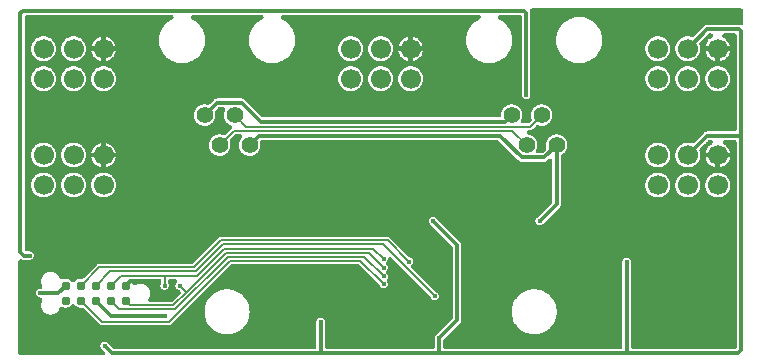
<source format=gbl>
%FSLAX46Y46*%
%MOMM*%
%ADD10C,0.150000*%
%ADD11C,0.300000*%
%AMPS14*
1,1,1.400000,0.000000,0.000000*
%
%ADD14PS14*%
%AMPS13*
1,1,1.700000,0.000000,0.000000*
%
%ADD13PS13*%
%AMPS15*
1,1,0.400000,0.000000,0.000000*
%
%ADD15PS15*%
%AMPS12*
1,1,0.787400,0.000000,0.000000*
%
%ADD12PS12*%
G01*
%LPD*%
G36*
X-23535888Y-690000D02*
X-23480025Y-682040D01*
X-23428609Y-658794D01*
X-23385733Y-622111D01*
X-23354808Y-574913D01*
X-23338298Y-520955D01*
X-23337516Y-464534D01*
X-23352524Y-410139D01*
X-23394467Y-348579D01*
X-23615544Y-127502D01*
X-23618109Y-124672D01*
X-23624878Y-117563D01*
X-23627559Y-114882D01*
X-23634148Y-107612D01*
X-23650036Y-88252D01*
X-23655865Y-80392D01*
X-23669757Y-59602D01*
X-23674812Y-51169D01*
X-23686603Y-29109D01*
X-23690796Y-20243D01*
X-23700369Y2869D01*
X-23703670Y12093D01*
X-23710933Y36036D01*
X-23713317Y45551D01*
X-23718201Y70105D01*
X-23719640Y79809D01*
X-23722090Y104685D01*
X-23722572Y114486D01*
X-23722572Y139514D01*
X-23722090Y149315D01*
X-23719640Y174191D01*
X-23718201Y183895D01*
X-23713317Y208449D01*
X-23710933Y217964D01*
X-23703670Y241907D01*
X-23700369Y251131D01*
X-23690796Y274243D01*
X-23686603Y283109D01*
X-23674812Y305169D01*
X-23669757Y313602D01*
X-23655865Y334392D01*
X-23650036Y342252D01*
X-23634148Y361612D01*
X-23627559Y368882D01*
X-23609882Y386559D01*
X-23602612Y393148D01*
X-23583252Y409036D01*
X-23575392Y414865D01*
X-23554602Y428757D01*
X-23546169Y433812D01*
X-23524109Y445603D01*
X-23515243Y449796D01*
X-23492131Y459369D01*
X-23482907Y462670D01*
X-23458964Y469933D01*
X-23449449Y472317D01*
X-23424895Y477201D01*
X-23415191Y478640D01*
X-23390315Y481090D01*
X-23380514Y481572D01*
X-23355486Y481572D01*
X-23345685Y481090D01*
X-23320809Y478640D01*
X-23311105Y477201D01*
X-23286551Y472317D01*
X-23277036Y469933D01*
X-23253093Y462670D01*
X-23243869Y459369D01*
X-23220757Y449796D01*
X-23211891Y445603D01*
X-23189831Y433812D01*
X-23181398Y428757D01*
X-23160608Y414865D01*
X-23152748Y409036D01*
X-23133388Y393148D01*
X-23126118Y386559D01*
X-23123437Y383878D01*
X-23116328Y377109D01*
X-23113498Y374544D01*
X-22652548Y-86406D01*
X-22607419Y-120279D01*
X-22554625Y-140198D01*
X-22511127Y-144985D01*
X-5635000Y-144985D01*
X-5579137Y-137025D01*
X-5527721Y-113779D01*
X-5484845Y-77096D01*
X-5453920Y-29898D01*
X-5437410Y24060D01*
X-5435000Y55015D01*
X-5435000Y2154090D01*
X-5434813Y2157896D01*
X-5434572Y2167711D01*
X-5434572Y2171514D01*
X-5434090Y2181315D01*
X-5431640Y2206191D01*
X-5430201Y2215895D01*
X-5425317Y2240449D01*
X-5422933Y2249964D01*
X-5415670Y2273907D01*
X-5412369Y2283131D01*
X-5402796Y2306243D01*
X-5398603Y2315109D01*
X-5386812Y2337169D01*
X-5381757Y2345602D01*
X-5367865Y2366392D01*
X-5362036Y2374252D01*
X-5346148Y2393612D01*
X-5339559Y2400882D01*
X-5321882Y2418559D01*
X-5314612Y2425148D01*
X-5295252Y2441036D01*
X-5287392Y2446865D01*
X-5266602Y2460757D01*
X-5258169Y2465812D01*
X-5236109Y2477603D01*
X-5227243Y2481796D01*
X-5204131Y2491369D01*
X-5194907Y2494670D01*
X-5170964Y2501933D01*
X-5161449Y2504317D01*
X-5136895Y2509201D01*
X-5127191Y2510640D01*
X-5102315Y2513090D01*
X-5092514Y2513572D01*
X-5067486Y2513572D01*
X-5057685Y2513090D01*
X-5032809Y2510640D01*
X-5023105Y2509201D01*
X-4998551Y2504317D01*
X-4989036Y2501933D01*
X-4965093Y2494670D01*
X-4955869Y2491369D01*
X-4932757Y2481796D01*
X-4923891Y2477603D01*
X-4901831Y2465812D01*
X-4893398Y2460757D01*
X-4872608Y2446865D01*
X-4864748Y2441036D01*
X-4845388Y2425148D01*
X-4838118Y2418559D01*
X-4820441Y2400882D01*
X-4813852Y2393612D01*
X-4797964Y2374252D01*
X-4792135Y2366392D01*
X-4778243Y2345602D01*
X-4773188Y2337169D01*
X-4761397Y2315109D01*
X-4757204Y2306243D01*
X-4747631Y2283131D01*
X-4744330Y2273907D01*
X-4737067Y2249964D01*
X-4734683Y2240449D01*
X-4729799Y2215895D01*
X-4728360Y2206191D01*
X-4725910Y2181315D01*
X-4725428Y2171514D01*
X-4725428Y2167713D01*
X-4725187Y2157900D01*
X-4725000Y2154093D01*
X-4725000Y55015D01*
X-4717040Y-848D01*
X-4693794Y-52264D01*
X-4657111Y-95140D01*
X-4609913Y-126065D01*
X-4555955Y-142575D01*
X-4525000Y-144985D01*
X4398000Y-144985D01*
X4453863Y-137025D01*
X4505279Y-113779D01*
X4548155Y-77096D01*
X4579080Y-29898D01*
X4595590Y24060D01*
X4598000Y55015D01*
X4598000Y757093D01*
X4598187Y760900D01*
X4598428Y770713D01*
X4598428Y774514D01*
X4598910Y784315D01*
X4601360Y809191D01*
X4602799Y818895D01*
X4607683Y843449D01*
X4610067Y852964D01*
X4617330Y876907D01*
X4620631Y886131D01*
X4630204Y909243D01*
X4634397Y918109D01*
X4646188Y940169D01*
X4651243Y948602D01*
X4665135Y969392D01*
X4670964Y977252D01*
X4686852Y996612D01*
X4693441Y1003882D01*
X4702285Y1012726D01*
X4704106Y1015152D01*
X6063421Y2374467D01*
X6097294Y2419596D01*
X6117213Y2472390D01*
X6122000Y2515888D01*
X6122000Y8406112D01*
X6114040Y8461975D01*
X6090794Y8513391D01*
X6063421Y8547533D01*
X4197451Y10413503D01*
X4194885Y10416334D01*
X4188119Y10423440D01*
X4185441Y10426118D01*
X4178852Y10433388D01*
X4162964Y10452748D01*
X4157135Y10460608D01*
X4143243Y10481398D01*
X4138188Y10489831D01*
X4126397Y10511891D01*
X4122204Y10520757D01*
X4112631Y10543869D01*
X4109330Y10553093D01*
X4102067Y10577036D01*
X4099683Y10586551D01*
X4094799Y10611105D01*
X4093360Y10620809D01*
X4090910Y10645685D01*
X4090428Y10655486D01*
X4090428Y10680514D01*
X4090910Y10690315D01*
X4093360Y10715191D01*
X4094799Y10724895D01*
X4099683Y10749449D01*
X4102067Y10758964D01*
X4109330Y10782907D01*
X4112631Y10792131D01*
X4122204Y10815243D01*
X4126397Y10824109D01*
X4138188Y10846169D01*
X4143243Y10854602D01*
X4157135Y10875392D01*
X4162964Y10883252D01*
X4178852Y10902612D01*
X4185441Y10909882D01*
X4203118Y10927559D01*
X4210388Y10934148D01*
X4229748Y10950036D01*
X4237608Y10955865D01*
X4258398Y10969757D01*
X4266831Y10974812D01*
X4288891Y10986603D01*
X4297757Y10990796D01*
X4320869Y11000369D01*
X4330093Y11003670D01*
X4354036Y11010933D01*
X4363551Y11013317D01*
X4388105Y11018201D01*
X4397809Y11019640D01*
X4422685Y11022090D01*
X4432486Y11022572D01*
X4457514Y11022572D01*
X4467315Y11022090D01*
X4492191Y11019640D01*
X4501895Y11018201D01*
X4526449Y11013317D01*
X4535964Y11010933D01*
X4559907Y11003670D01*
X4569131Y11000369D01*
X4592243Y10990796D01*
X4601109Y10986603D01*
X4623169Y10974812D01*
X4631602Y10969757D01*
X4652392Y10955865D01*
X4660252Y10950036D01*
X4679612Y10934148D01*
X4686882Y10927559D01*
X4689564Y10924877D01*
X4696674Y10918107D01*
X4699503Y10915543D01*
X6724543Y8890503D01*
X6744653Y8868315D01*
X6753959Y8856975D01*
X6787143Y8807310D01*
X6791747Y8798697D01*
X6814604Y8743513D01*
X6817438Y8734170D01*
X6829094Y8675581D01*
X6830531Y8660995D01*
X6832000Y8631090D01*
X6832000Y2290910D01*
X6830531Y2261004D01*
X6829094Y2246417D01*
X6817439Y2187831D01*
X6814604Y2178486D01*
X6791747Y2123302D01*
X6787143Y2114689D01*
X6753959Y2065024D01*
X6747532Y2057193D01*
X6726211Y2035710D01*
X6718788Y2025742D01*
X5366579Y673533D01*
X5332706Y628404D01*
X5312787Y575610D01*
X5308000Y532112D01*
X5308000Y55015D01*
X5315960Y-848D01*
X5339206Y-52264D01*
X5375889Y-95140D01*
X5423087Y-126065D01*
X5477045Y-142575D01*
X5508000Y-144985D01*
X20273000Y-144985D01*
X20328863Y-137025D01*
X20380279Y-113779D01*
X20423155Y-77096D01*
X20454080Y-29898D01*
X20470590Y24060D01*
X20473000Y55015D01*
X20473000Y7234093D01*
X20473187Y7237900D01*
X20473428Y7247713D01*
X20473428Y7251514D01*
X20473910Y7261315D01*
X20476360Y7286191D01*
X20477799Y7295895D01*
X20482683Y7320449D01*
X20485067Y7329964D01*
X20492330Y7353907D01*
X20495631Y7363131D01*
X20505204Y7386243D01*
X20509397Y7395109D01*
X20521188Y7417169D01*
X20526243Y7425602D01*
X20540135Y7446392D01*
X20545964Y7454252D01*
X20561852Y7473612D01*
X20568441Y7480882D01*
X20586118Y7498559D01*
X20593388Y7505148D01*
X20612748Y7521036D01*
X20620608Y7526865D01*
X20641398Y7540757D01*
X20649831Y7545812D01*
X20671891Y7557603D01*
X20680757Y7561796D01*
X20703869Y7571369D01*
X20713093Y7574670D01*
X20737036Y7581933D01*
X20746551Y7584317D01*
X20771105Y7589201D01*
X20780809Y7590640D01*
X20805685Y7593090D01*
X20815486Y7593572D01*
X20840514Y7593572D01*
X20850315Y7593090D01*
X20875191Y7590640D01*
X20884895Y7589201D01*
X20909449Y7584317D01*
X20918964Y7581933D01*
X20942907Y7574670D01*
X20952131Y7571369D01*
X20975243Y7561796D01*
X20984109Y7557603D01*
X21006169Y7545812D01*
X21014602Y7540757D01*
X21035392Y7526865D01*
X21043252Y7521036D01*
X21062612Y7505148D01*
X21069882Y7498559D01*
X21087559Y7480882D01*
X21094148Y7473612D01*
X21110036Y7454252D01*
X21115865Y7446392D01*
X21129757Y7425602D01*
X21134812Y7417169D01*
X21146603Y7395109D01*
X21150796Y7386243D01*
X21160369Y7363131D01*
X21163670Y7353907D01*
X21170933Y7329964D01*
X21173317Y7320449D01*
X21178201Y7295895D01*
X21179640Y7286191D01*
X21182090Y7261315D01*
X21182572Y7251514D01*
X21182572Y7247711D01*
X21182813Y7237896D01*
X21183000Y7234090D01*
X21183000Y55015D01*
X21190960Y-848D01*
X21214206Y-52264D01*
X21250889Y-95140D01*
X21298087Y-126065D01*
X21352045Y-142575D01*
X21383000Y-144985D01*
X29944985Y-144985D01*
X30000848Y-137025D01*
X30052264Y-113779D01*
X30095140Y-77096D01*
X30126065Y-29898D01*
X30142575Y24060D01*
X30144985Y55015D01*
X30144985Y17352000D01*
X30137025Y17407863D01*
X30113779Y17459279D01*
X30077096Y17502155D01*
X30029898Y17533080D01*
X29975940Y17549590D01*
X29944985Y17552000D01*
X29164221Y17552000D01*
X29108358Y17544040D01*
X29056942Y17520794D01*
X29014066Y17484111D01*
X28983141Y17436913D01*
X28966631Y17382955D01*
X28965849Y17326534D01*
X28980857Y17272139D01*
X29010461Y17224102D01*
X29061399Y17180455D01*
X29123480Y17143244D01*
X29206268Y17081844D01*
X29282632Y17012632D01*
X29351844Y16936268D01*
X29413244Y16853481D01*
X29466230Y16765080D01*
X29510296Y16671907D01*
X29545016Y16574874D01*
X29570033Y16475000D01*
X27509966Y16475000D01*
X27534981Y16574863D01*
X27569704Y16671910D01*
X27613772Y16765084D01*
X27666753Y16853476D01*
X27720170Y16925500D01*
X27747054Y16975111D01*
X27759011Y17030257D01*
X27757508Y17051835D01*
X27803432Y17054132D01*
X27856759Y17072579D01*
X27884503Y17089833D01*
X27956522Y17143246D01*
X28018601Y17180455D01*
X28062423Y17216002D01*
X28094573Y17262374D01*
X28112490Y17315881D01*
X28114750Y17372262D01*
X28101171Y17427031D01*
X28072835Y17475828D01*
X28031998Y17514767D01*
X27981909Y17540751D01*
X27915779Y17552000D01*
X27866888Y17552000D01*
X27811025Y17544040D01*
X27759609Y17520794D01*
X27725467Y17493421D01*
X27623942Y17391896D01*
X27590069Y17346767D01*
X27570150Y17293973D01*
X27566166Y17242802D01*
X27548396Y17244331D01*
X27493063Y17233274D01*
X27443021Y17207201D01*
X27418108Y17186062D01*
X27046279Y16814233D01*
X27012406Y16769104D01*
X26992487Y16716310D01*
X26988107Y16660053D01*
X26999392Y16605431D01*
X27004761Y16590427D01*
X27013453Y16561774D01*
X27031329Y16490407D01*
X27037169Y16461049D01*
X27047967Y16388257D01*
X27050901Y16358466D01*
X27054512Y16284965D01*
X27054512Y16255035D01*
X27050901Y16181534D01*
X27047967Y16151743D01*
X27037168Y16078947D01*
X27031331Y16049601D01*
X27013450Y15978215D01*
X27004765Y15949583D01*
X26979964Y15880271D01*
X26968518Y15852639D01*
X26937049Y15786102D01*
X26922938Y15759702D01*
X26885114Y15696597D01*
X26868480Y15671702D01*
X26824634Y15612583D01*
X26805660Y15589463D01*
X26756225Y15534921D01*
X26735079Y15513775D01*
X26680537Y15464340D01*
X26657417Y15445366D01*
X26598298Y15401520D01*
X26573403Y15384886D01*
X26510298Y15347062D01*
X26483898Y15332951D01*
X26417361Y15301482D01*
X26389729Y15290036D01*
X26320417Y15265235D01*
X26291785Y15256550D01*
X26220399Y15238669D01*
X26191053Y15232832D01*
X26118257Y15222033D01*
X26088466Y15219099D01*
X26014965Y15215488D01*
X25985035Y15215488D01*
X25911534Y15219099D01*
X25881743Y15222033D01*
X25808951Y15232831D01*
X25779593Y15238671D01*
X25708226Y15256547D01*
X25679559Y15265244D01*
X25610290Y15290029D01*
X25582635Y15301484D01*
X25516102Y15332951D01*
X25489702Y15347062D01*
X25426588Y15384891D01*
X25401708Y15401516D01*
X25342601Y15445352D01*
X25319458Y15464345D01*
X25264922Y15513775D01*
X25243767Y15534930D01*
X25194340Y15589463D01*
X25175366Y15612583D01*
X25131520Y15671702D01*
X25114886Y15696597D01*
X25077062Y15759702D01*
X25062947Y15786109D01*
X25031485Y15852631D01*
X25020036Y15880273D01*
X24995234Y15949587D01*
X24986552Y15978209D01*
X24968669Y16049601D01*
X24962832Y16078947D01*
X24952033Y16151743D01*
X24949099Y16181534D01*
X24945488Y16255035D01*
X24945488Y16284965D01*
X24949099Y16358466D01*
X24952033Y16388257D01*
X24962832Y16461053D01*
X24968669Y16490399D01*
X24986552Y16561791D01*
X24995234Y16590413D01*
X25020036Y16659727D01*
X25031485Y16687369D01*
X25062947Y16753891D01*
X25077062Y16780298D01*
X25114886Y16843403D01*
X25131520Y16868298D01*
X25175366Y16927417D01*
X25194340Y16950537D01*
X25243767Y17005070D01*
X25264922Y17026225D01*
X25319458Y17075655D01*
X25342601Y17094648D01*
X25401708Y17138484D01*
X25426588Y17155109D01*
X25489702Y17192938D01*
X25516102Y17207049D01*
X25582639Y17238518D01*
X25610271Y17249964D01*
X25679583Y17274765D01*
X25708215Y17283450D01*
X25779601Y17301331D01*
X25808947Y17307168D01*
X25881743Y17317967D01*
X25911534Y17320901D01*
X25985035Y17324512D01*
X26014965Y17324512D01*
X26088466Y17320901D01*
X26118257Y17317967D01*
X26191049Y17307169D01*
X26220407Y17301329D01*
X26291774Y17283453D01*
X26320427Y17274761D01*
X26335431Y17269392D01*
X26390710Y17258066D01*
X26446952Y17262632D01*
X26499680Y17282724D01*
X26544233Y17316279D01*
X27369485Y18141531D01*
X27386710Y18156211D01*
X27408193Y18177532D01*
X27416024Y18183959D01*
X27465689Y18217143D01*
X27474302Y18221747D01*
X27529486Y18244604D01*
X27538831Y18247439D01*
X27597417Y18259094D01*
X27612004Y18260531D01*
X27641910Y18262000D01*
X29944985Y18262000D01*
X30000848Y18269960D01*
X30052264Y18293206D01*
X30095140Y18329889D01*
X30126065Y18377087D01*
X30142575Y18431045D01*
X30144985Y18462000D01*
X30144985Y26369000D01*
X30137025Y26424863D01*
X30113779Y26476279D01*
X30077096Y26519155D01*
X30029898Y26550080D01*
X29975940Y26566590D01*
X29944985Y26569000D01*
X29135859Y26569000D01*
X29079996Y26561040D01*
X29028580Y26537794D01*
X28985704Y26501111D01*
X28954779Y26453913D01*
X28938269Y26399955D01*
X28937487Y26343534D01*
X28952495Y26289139D01*
X28982099Y26241102D01*
X29033037Y26197455D01*
X29123480Y26143244D01*
X29206268Y26081844D01*
X29282632Y26012632D01*
X29351844Y25936268D01*
X29413244Y25853481D01*
X29466230Y25765080D01*
X29510296Y25671907D01*
X29545016Y25574874D01*
X29570033Y25475000D01*
X27509966Y25475000D01*
X27534981Y25574863D01*
X27569704Y25671910D01*
X27613772Y25765084D01*
X27666753Y25853476D01*
X27720170Y25925500D01*
X27747054Y25975111D01*
X27759011Y26030257D01*
X27757508Y26051835D01*
X27803432Y26054132D01*
X27856759Y26072579D01*
X27884503Y26089833D01*
X27956522Y26143246D01*
X28046963Y26197455D01*
X28090785Y26233002D01*
X28122935Y26279374D01*
X28140853Y26332881D01*
X28143112Y26389263D01*
X28129533Y26444032D01*
X28101197Y26492828D01*
X28060360Y26531767D01*
X28010271Y26557751D01*
X27944141Y26569000D01*
X27883888Y26569000D01*
X27828025Y26561040D01*
X27776609Y26537794D01*
X27742467Y26510421D01*
X27623942Y26391896D01*
X27590069Y26346767D01*
X27570150Y26293973D01*
X27566166Y26242802D01*
X27548396Y26244331D01*
X27493063Y26233274D01*
X27443021Y26207201D01*
X27418108Y26186062D01*
X27046279Y25814233D01*
X27012406Y25769104D01*
X26992487Y25716310D01*
X26988107Y25660053D01*
X26999392Y25605431D01*
X27004761Y25590427D01*
X27013453Y25561774D01*
X27031329Y25490407D01*
X27037169Y25461049D01*
X27047967Y25388257D01*
X27050901Y25358466D01*
X27054512Y25284965D01*
X27054512Y25255035D01*
X27050901Y25181534D01*
X27047967Y25151743D01*
X27037168Y25078947D01*
X27031331Y25049601D01*
X27013450Y24978215D01*
X27004765Y24949583D01*
X26979964Y24880271D01*
X26968518Y24852639D01*
X26937049Y24786102D01*
X26922938Y24759702D01*
X26885114Y24696597D01*
X26868480Y24671702D01*
X26824634Y24612583D01*
X26805660Y24589463D01*
X26756225Y24534921D01*
X26735079Y24513775D01*
X26680537Y24464340D01*
X26657417Y24445366D01*
X26598298Y24401520D01*
X26573403Y24384886D01*
X26510298Y24347062D01*
X26483898Y24332951D01*
X26417361Y24301482D01*
X26389729Y24290036D01*
X26320417Y24265235D01*
X26291785Y24256550D01*
X26220399Y24238669D01*
X26191053Y24232832D01*
X26118257Y24222033D01*
X26088466Y24219099D01*
X26014965Y24215488D01*
X25985035Y24215488D01*
X25911534Y24219099D01*
X25881743Y24222033D01*
X25808951Y24232831D01*
X25779593Y24238671D01*
X25708226Y24256547D01*
X25679559Y24265244D01*
X25610290Y24290029D01*
X25582635Y24301484D01*
X25516102Y24332951D01*
X25489702Y24347062D01*
X25426588Y24384891D01*
X25401708Y24401516D01*
X25342601Y24445352D01*
X25319458Y24464345D01*
X25264922Y24513775D01*
X25243767Y24534930D01*
X25194340Y24589463D01*
X25175366Y24612583D01*
X25131520Y24671702D01*
X25114886Y24696597D01*
X25077062Y24759702D01*
X25062947Y24786109D01*
X25031485Y24852631D01*
X25020036Y24880273D01*
X24995234Y24949587D01*
X24986552Y24978209D01*
X24968669Y25049601D01*
X24962832Y25078947D01*
X24952033Y25151743D01*
X24949099Y25181534D01*
X24945488Y25255035D01*
X24945488Y25284965D01*
X24949099Y25358466D01*
X24952033Y25388257D01*
X24962832Y25461053D01*
X24968669Y25490399D01*
X24986552Y25561791D01*
X24995234Y25590413D01*
X25020036Y25659727D01*
X25031485Y25687369D01*
X25062947Y25753891D01*
X25077062Y25780298D01*
X25114886Y25843403D01*
X25131520Y25868298D01*
X25175366Y25927417D01*
X25194340Y25950537D01*
X25243767Y26005070D01*
X25264922Y26026225D01*
X25319458Y26075655D01*
X25342601Y26094648D01*
X25401708Y26138484D01*
X25426588Y26155109D01*
X25489702Y26192938D01*
X25516102Y26207049D01*
X25582639Y26238518D01*
X25610271Y26249964D01*
X25679583Y26274765D01*
X25708215Y26283450D01*
X25779601Y26301331D01*
X25808947Y26307168D01*
X25881743Y26317967D01*
X25911534Y26320901D01*
X25985035Y26324512D01*
X26014965Y26324512D01*
X26088466Y26320901D01*
X26118257Y26317967D01*
X26191049Y26307169D01*
X26220407Y26301329D01*
X26291774Y26283453D01*
X26320427Y26274761D01*
X26335431Y26269392D01*
X26390710Y26258066D01*
X26446952Y26262632D01*
X26499680Y26282724D01*
X26544233Y26316279D01*
X27386485Y27158531D01*
X27403710Y27173211D01*
X27425193Y27194532D01*
X27433024Y27200959D01*
X27482689Y27234143D01*
X27491302Y27238747D01*
X27546486Y27261604D01*
X27555831Y27264439D01*
X27614417Y27276094D01*
X27629004Y27277531D01*
X27658910Y27279000D01*
X30348090Y27279000D01*
X30377995Y27277531D01*
X30392586Y27276093D01*
X30450979Y27264477D01*
X30507321Y27261384D01*
X30562284Y27274152D01*
X30611494Y27301764D01*
X30651032Y27342022D01*
X30677753Y27391721D01*
X30690000Y27460633D01*
X30690000Y28490000D01*
X30682040Y28545863D01*
X30658794Y28597279D01*
X30622111Y28640155D01*
X30574913Y28671080D01*
X30520955Y28687590D01*
X30490000Y28690000D01*
X12838074Y28690000D01*
X12782211Y28682040D01*
X12730795Y28658794D01*
X12687919Y28622111D01*
X12656994Y28574913D01*
X12640484Y28520955D01*
X12639702Y28464534D01*
X12653298Y28413462D01*
X12656606Y28405475D01*
X12659438Y28396140D01*
X12671094Y28337551D01*
X12672531Y28322965D01*
X12674000Y28293060D01*
X12674000Y21340910D01*
X12673813Y21337104D01*
X12673572Y21327289D01*
X12673572Y21323486D01*
X12673090Y21313685D01*
X12670640Y21288809D01*
X12669201Y21279105D01*
X12664317Y21254551D01*
X12661933Y21245036D01*
X12654670Y21221093D01*
X12651369Y21211869D01*
X12641796Y21188757D01*
X12637603Y21179891D01*
X12625812Y21157831D01*
X12620757Y21149398D01*
X12606865Y21128608D01*
X12601036Y21120748D01*
X12585148Y21101388D01*
X12578559Y21094118D01*
X12560882Y21076441D01*
X12553612Y21069852D01*
X12534252Y21053964D01*
X12526392Y21048135D01*
X12505602Y21034243D01*
X12497169Y21029188D01*
X12475109Y21017397D01*
X12466243Y21013204D01*
X12443131Y21003631D01*
X12433907Y21000330D01*
X12409964Y20993067D01*
X12400449Y20990683D01*
X12375895Y20985799D01*
X12366191Y20984360D01*
X12341315Y20981910D01*
X12331514Y20981428D01*
X12306486Y20981428D01*
X12296685Y20981910D01*
X12271809Y20984360D01*
X12262105Y20985799D01*
X12237551Y20990683D01*
X12228036Y20993067D01*
X12204093Y21000330D01*
X12194869Y21003631D01*
X12171757Y21013204D01*
X12162891Y21017397D01*
X12140831Y21029188D01*
X12132398Y21034243D01*
X12111608Y21048135D01*
X12103748Y21053964D01*
X12084388Y21069852D01*
X12077118Y21076441D01*
X12059441Y21094118D01*
X12052852Y21101388D01*
X12036964Y21120748D01*
X12031135Y21128608D01*
X12017243Y21149398D01*
X12012188Y21157831D01*
X12000397Y21179891D01*
X11996204Y21188757D01*
X11986631Y21211869D01*
X11983330Y21221093D01*
X11976067Y21245036D01*
X11973683Y21254551D01*
X11968799Y21279105D01*
X11967360Y21288809D01*
X11964910Y21313685D01*
X11964428Y21323486D01*
X11964428Y21327288D01*
X11964187Y21337102D01*
X11964000Y21340908D01*
X11964000Y27944985D01*
X11956040Y28000848D01*
X11932794Y28052264D01*
X11896111Y28095140D01*
X11848913Y28126065D01*
X11794955Y28142575D01*
X11764000Y28144985D01*
X10113312Y28144985D01*
X10057449Y28137025D01*
X10006033Y28113779D01*
X9963157Y28077096D01*
X9932232Y28029898D01*
X9915722Y27975940D01*
X9914940Y27919519D01*
X9929948Y27865124D01*
X9959552Y27817087D01*
X10001395Y27779230D01*
X10027801Y27764187D01*
X10093770Y27732986D01*
X10128827Y27714248D01*
X10259275Y27636059D01*
X10292323Y27613977D01*
X10414489Y27523373D01*
X10445209Y27498161D01*
X10557921Y27396006D01*
X10586006Y27367921D01*
X10688161Y27255209D01*
X10713373Y27224489D01*
X10803977Y27102323D01*
X10826059Y27069275D01*
X10904248Y26938827D01*
X10922986Y26903770D01*
X10988016Y26766275D01*
X11003227Y26729552D01*
X11054468Y26586342D01*
X11066007Y26548305D01*
X11102962Y26400771D01*
X11110714Y26361795D01*
X11133031Y26211349D01*
X11136928Y26171784D01*
X11144392Y26019872D01*
X11144392Y25980128D01*
X11136928Y25828216D01*
X11133031Y25788651D01*
X11110715Y25638210D01*
X11102960Y25599222D01*
X11066005Y25451687D01*
X11054471Y25413666D01*
X11003223Y25270437D01*
X10988021Y25233736D01*
X10922983Y25096223D01*
X10904261Y25061198D01*
X10826043Y24930700D01*
X10803980Y24897680D01*
X10713375Y24775513D01*
X10688161Y24744791D01*
X10586005Y24632078D01*
X10557920Y24603993D01*
X10445211Y24501839D01*
X10414505Y24476640D01*
X10292317Y24386019D01*
X10259273Y24363939D01*
X10128819Y24285748D01*
X10093770Y24267014D01*
X9956275Y24201984D01*
X9919552Y24186773D01*
X9776342Y24135532D01*
X9738305Y24123993D01*
X9590768Y24087037D01*
X9551799Y24079286D01*
X9401349Y24056969D01*
X9361781Y24053072D01*
X9209872Y24045608D01*
X9170128Y24045608D01*
X9018219Y24053072D01*
X8978651Y24056969D01*
X8828201Y24079286D01*
X8789232Y24087037D01*
X8641695Y24123993D01*
X8603658Y24135532D01*
X8460448Y24186773D01*
X8423725Y24201984D01*
X8286223Y24267017D01*
X8251198Y24285739D01*
X8120705Y24363954D01*
X8087679Y24386020D01*
X7965511Y24476626D01*
X7934784Y24501843D01*
X7822080Y24603993D01*
X7793995Y24632078D01*
X7691839Y24744791D01*
X7666625Y24775513D01*
X7576020Y24897680D01*
X7553957Y24930700D01*
X7475739Y25061198D01*
X7457017Y25096223D01*
X7391984Y25233725D01*
X7376773Y25270448D01*
X7325530Y25413663D01*
X7313995Y25451690D01*
X7277039Y25599227D01*
X7269285Y25638210D01*
X7246969Y25788651D01*
X7243072Y25828216D01*
X7235608Y25980128D01*
X7235608Y26019872D01*
X7243072Y26171784D01*
X7246969Y26211349D01*
X7269286Y26361795D01*
X7277038Y26400771D01*
X7313993Y26548305D01*
X7325532Y26586342D01*
X7376773Y26729552D01*
X7391984Y26766275D01*
X7457014Y26903770D01*
X7475752Y26938827D01*
X7553941Y27069275D01*
X7576023Y27102323D01*
X7666627Y27224489D01*
X7691839Y27255209D01*
X7793994Y27367921D01*
X7822079Y27396006D01*
X7934791Y27498161D01*
X7965511Y27523373D01*
X8087677Y27613977D01*
X8120725Y27636059D01*
X8251173Y27714248D01*
X8286230Y27732986D01*
X8352199Y27764187D01*
X8399295Y27795267D01*
X8435835Y27838265D01*
X8458912Y27889757D01*
X8466687Y27945646D01*
X8458542Y28001482D01*
X8435126Y28052821D01*
X8398302Y28095576D01*
X8351002Y28126344D01*
X8296990Y28142676D01*
X8266688Y28144985D01*
X-8266688Y28144985D01*
X-8322551Y28137025D01*
X-8373967Y28113779D01*
X-8416843Y28077096D01*
X-8447768Y28029898D01*
X-8464278Y27975940D01*
X-8465060Y27919519D01*
X-8450052Y27865124D01*
X-8420448Y27817087D01*
X-8378605Y27779230D01*
X-8352199Y27764187D01*
X-8286230Y27732986D01*
X-8251173Y27714248D01*
X-8120725Y27636059D01*
X-8087677Y27613977D01*
X-7965511Y27523373D01*
X-7934791Y27498161D01*
X-7822079Y27396006D01*
X-7793994Y27367921D01*
X-7691839Y27255209D01*
X-7666627Y27224489D01*
X-7576023Y27102323D01*
X-7553941Y27069275D01*
X-7475752Y26938827D01*
X-7457014Y26903770D01*
X-7391984Y26766275D01*
X-7376773Y26729552D01*
X-7325532Y26586342D01*
X-7313993Y26548305D01*
X-7277038Y26400771D01*
X-7269286Y26361795D01*
X-7246969Y26211349D01*
X-7243072Y26171784D01*
X-7235608Y26019872D01*
X-7235608Y25980128D01*
X-7243072Y25828216D01*
X-7246969Y25788651D01*
X-7269285Y25638210D01*
X-7277040Y25599222D01*
X-7313995Y25451687D01*
X-7325529Y25413666D01*
X-7376777Y25270437D01*
X-7391979Y25233736D01*
X-7457017Y25096223D01*
X-7475739Y25061198D01*
X-7553957Y24930700D01*
X-7576020Y24897680D01*
X-7666625Y24775513D01*
X-7691839Y24744791D01*
X-7793995Y24632078D01*
X-7822080Y24603993D01*
X-7934789Y24501839D01*
X-7965495Y24476640D01*
X-8087683Y24386019D01*
X-8120727Y24363939D01*
X-8251181Y24285748D01*
X-8286230Y24267014D01*
X-8423725Y24201984D01*
X-8460448Y24186773D01*
X-8603658Y24135532D01*
X-8641695Y24123993D01*
X-8789232Y24087037D01*
X-8828201Y24079286D01*
X-8978651Y24056969D01*
X-9018219Y24053072D01*
X-9170128Y24045608D01*
X-9209872Y24045608D01*
X-9361781Y24053072D01*
X-9401349Y24056969D01*
X-9551799Y24079286D01*
X-9590768Y24087037D01*
X-9738305Y24123993D01*
X-9776342Y24135532D01*
X-9919552Y24186773D01*
X-9956275Y24201984D01*
X-10093777Y24267017D01*
X-10128802Y24285739D01*
X-10259295Y24363954D01*
X-10292321Y24386020D01*
X-10414489Y24476626D01*
X-10445216Y24501843D01*
X-10557920Y24603993D01*
X-10586005Y24632078D01*
X-10688161Y24744791D01*
X-10713375Y24775513D01*
X-10803980Y24897680D01*
X-10826043Y24930700D01*
X-10904261Y25061198D01*
X-10922983Y25096223D01*
X-10988016Y25233725D01*
X-11003227Y25270448D01*
X-11054470Y25413663D01*
X-11066005Y25451690D01*
X-11102961Y25599227D01*
X-11110715Y25638210D01*
X-11133031Y25788651D01*
X-11136928Y25828216D01*
X-11144392Y25980128D01*
X-11144392Y26019872D01*
X-11136928Y26171784D01*
X-11133031Y26211349D01*
X-11110714Y26361795D01*
X-11102962Y26400771D01*
X-11066007Y26548305D01*
X-11054468Y26586342D01*
X-11003227Y26729552D01*
X-10988016Y26766275D01*
X-10922986Y26903770D01*
X-10904248Y26938827D01*
X-10826059Y27069275D01*
X-10803977Y27102323D01*
X-10713373Y27224489D01*
X-10688161Y27255209D01*
X-10586006Y27367921D01*
X-10557921Y27396006D01*
X-10445209Y27498161D01*
X-10414489Y27523373D01*
X-10292323Y27613977D01*
X-10259275Y27636059D01*
X-10128827Y27714248D01*
X-10093770Y27732986D01*
X-10027801Y27764187D01*
X-9980705Y27795267D01*
X-9944165Y27838265D01*
X-9921088Y27889757D01*
X-9913313Y27945646D01*
X-9921458Y28001482D01*
X-9944874Y28052821D01*
X-9981698Y28095576D01*
X-10028998Y28126344D01*
X-10083010Y28142676D01*
X-10113312Y28144985D01*
X-15886688Y28144985D01*
X-15942551Y28137025D01*
X-15993967Y28113779D01*
X-16036843Y28077096D01*
X-16067768Y28029898D01*
X-16084278Y27975940D01*
X-16085060Y27919519D01*
X-16070052Y27865124D01*
X-16040448Y27817087D01*
X-15998605Y27779230D01*
X-15972199Y27764187D01*
X-15906230Y27732986D01*
X-15871173Y27714248D01*
X-15740725Y27636059D01*
X-15707677Y27613977D01*
X-15585511Y27523373D01*
X-15554791Y27498161D01*
X-15442079Y27396006D01*
X-15413994Y27367921D01*
X-15311839Y27255209D01*
X-15286627Y27224489D01*
X-15196023Y27102323D01*
X-15173941Y27069275D01*
X-15095752Y26938827D01*
X-15077014Y26903770D01*
X-15011984Y26766275D01*
X-14996773Y26729552D01*
X-14945532Y26586342D01*
X-14933993Y26548305D01*
X-14897038Y26400771D01*
X-14889286Y26361795D01*
X-14866969Y26211349D01*
X-14863072Y26171784D01*
X-14855608Y26019872D01*
X-14855608Y25980128D01*
X-14863072Y25828216D01*
X-14866969Y25788651D01*
X-14889285Y25638210D01*
X-14897040Y25599222D01*
X-14933995Y25451687D01*
X-14945529Y25413666D01*
X-14996777Y25270437D01*
X-15011979Y25233736D01*
X-15077017Y25096223D01*
X-15095739Y25061198D01*
X-15173957Y24930700D01*
X-15196020Y24897680D01*
X-15286625Y24775513D01*
X-15311839Y24744791D01*
X-15413995Y24632078D01*
X-15442080Y24603993D01*
X-15554789Y24501839D01*
X-15585495Y24476640D01*
X-15707683Y24386019D01*
X-15740727Y24363939D01*
X-15871181Y24285748D01*
X-15906230Y24267014D01*
X-16043725Y24201984D01*
X-16080448Y24186773D01*
X-16223658Y24135532D01*
X-16261695Y24123993D01*
X-16409232Y24087037D01*
X-16448201Y24079286D01*
X-16598651Y24056969D01*
X-16638219Y24053072D01*
X-16790128Y24045608D01*
X-16829872Y24045608D01*
X-16981781Y24053072D01*
X-17021349Y24056969D01*
X-17171799Y24079286D01*
X-17210768Y24087037D01*
X-17358305Y24123993D01*
X-17396342Y24135532D01*
X-17539552Y24186773D01*
X-17576275Y24201984D01*
X-17713777Y24267017D01*
X-17748802Y24285739D01*
X-17879295Y24363954D01*
X-17912321Y24386020D01*
X-18034489Y24476626D01*
X-18065216Y24501843D01*
X-18177920Y24603993D01*
X-18206005Y24632078D01*
X-18308161Y24744791D01*
X-18333375Y24775513D01*
X-18423980Y24897680D01*
X-18446043Y24930700D01*
X-18524261Y25061198D01*
X-18542983Y25096223D01*
X-18608016Y25233725D01*
X-18623227Y25270448D01*
X-18674470Y25413663D01*
X-18686005Y25451690D01*
X-18722961Y25599227D01*
X-18730715Y25638210D01*
X-18753031Y25788651D01*
X-18756928Y25828216D01*
X-18764392Y25980128D01*
X-18764392Y26019872D01*
X-18756928Y26171784D01*
X-18753031Y26211349D01*
X-18730714Y26361795D01*
X-18722962Y26400771D01*
X-18686007Y26548305D01*
X-18674468Y26586342D01*
X-18623227Y26729552D01*
X-18608016Y26766275D01*
X-18542986Y26903770D01*
X-18524248Y26938827D01*
X-18446059Y27069275D01*
X-18423977Y27102323D01*
X-18333373Y27224489D01*
X-18308161Y27255209D01*
X-18206006Y27367921D01*
X-18177921Y27396006D01*
X-18065209Y27498161D01*
X-18034489Y27523373D01*
X-17912323Y27613977D01*
X-17879275Y27636059D01*
X-17748827Y27714248D01*
X-17713770Y27732986D01*
X-17647801Y27764187D01*
X-17600705Y27795267D01*
X-17564165Y27838265D01*
X-17541088Y27889757D01*
X-17533313Y27945646D01*
X-17541458Y28001482D01*
X-17564874Y28052821D01*
X-17601698Y28095576D01*
X-17648998Y28126344D01*
X-17703010Y28142676D01*
X-17733312Y28144985D01*
X-29944985Y28144985D01*
X-30000848Y28137025D01*
X-30052264Y28113779D01*
X-30095140Y28077096D01*
X-30126065Y28029898D01*
X-30142575Y27975940D01*
X-30144985Y27944985D01*
X-30144985Y8302000D01*
X-30137025Y8246137D01*
X-30113779Y8194721D01*
X-30077096Y8151845D01*
X-30029898Y8120920D01*
X-29975940Y8104410D01*
X-29944985Y8102000D01*
X-29722910Y8102000D01*
X-29719104Y8101813D01*
X-29709289Y8101572D01*
X-29705486Y8101572D01*
X-29695685Y8101090D01*
X-29670809Y8098640D01*
X-29661105Y8097201D01*
X-29636551Y8092317D01*
X-29627036Y8089933D01*
X-29603093Y8082670D01*
X-29593869Y8079369D01*
X-29570757Y8069796D01*
X-29561891Y8065603D01*
X-29539831Y8053812D01*
X-29531398Y8048757D01*
X-29510608Y8034865D01*
X-29502748Y8029036D01*
X-29483388Y8013148D01*
X-29476118Y8006559D01*
X-29458441Y7988882D01*
X-29451852Y7981612D01*
X-29435964Y7962252D01*
X-29430135Y7954392D01*
X-29416243Y7933602D01*
X-29411188Y7925169D01*
X-29399397Y7903109D01*
X-29395204Y7894243D01*
X-29385631Y7871131D01*
X-29382330Y7861907D01*
X-29375067Y7837964D01*
X-29372683Y7828449D01*
X-29367799Y7803895D01*
X-29366360Y7794191D01*
X-29363910Y7769315D01*
X-29363428Y7759514D01*
X-29363428Y7734486D01*
X-29363910Y7724685D01*
X-29366360Y7699809D01*
X-29367799Y7690105D01*
X-29372683Y7665551D01*
X-29375067Y7656036D01*
X-29382330Y7632093D01*
X-29385631Y7622869D01*
X-29395204Y7599757D01*
X-29399397Y7590891D01*
X-29411188Y7568831D01*
X-29416243Y7560398D01*
X-29430135Y7539608D01*
X-29435964Y7531748D01*
X-29451852Y7512388D01*
X-29458441Y7505118D01*
X-29476118Y7487441D01*
X-29483388Y7480852D01*
X-29502748Y7464964D01*
X-29510608Y7459135D01*
X-29531398Y7445243D01*
X-29539831Y7440188D01*
X-29561891Y7428397D01*
X-29570757Y7424204D01*
X-29593869Y7414631D01*
X-29603093Y7411330D01*
X-29627036Y7404067D01*
X-29636551Y7401683D01*
X-29661105Y7396799D01*
X-29670809Y7395360D01*
X-29695685Y7392910D01*
X-29705486Y7392428D01*
X-29709288Y7392428D01*
X-29719102Y7392187D01*
X-29722908Y7392000D01*
X-30221093Y7392000D01*
X-30250978Y7393468D01*
X-30265575Y7394906D01*
X-30324173Y7406562D01*
X-30333513Y7409395D01*
X-30388698Y7432253D01*
X-30395720Y7436006D01*
X-30448738Y7455319D01*
X-30505041Y7459056D01*
X-30560147Y7446917D01*
X-30609669Y7419869D01*
X-30649666Y7380066D01*
X-30676953Y7330676D01*
X-30690000Y7259622D01*
X-30690000Y-490000D01*
X-30682040Y-545863D01*
X-30658794Y-597279D01*
X-30622111Y-640155D01*
X-30574913Y-671080D01*
X-30520955Y-687590D01*
X-30490000Y-690000D01*
X-23535888Y-690000D01*
D02*
G37*
%LPC*%
G36*
X16829872Y24045608D02*
X16790128Y24045608D01*
X16638219Y24053072D01*
X16598651Y24056969D01*
X16448201Y24079286D01*
X16409232Y24087037D01*
X16261695Y24123993D01*
X16223658Y24135532D01*
X16080448Y24186773D01*
X16043725Y24201984D01*
X15906223Y24267017D01*
X15871198Y24285739D01*
X15740705Y24363954D01*
X15707679Y24386020D01*
X15585511Y24476626D01*
X15554784Y24501843D01*
X15442080Y24603993D01*
X15413995Y24632078D01*
X15311839Y24744791D01*
X15286625Y24775513D01*
X15196020Y24897680D01*
X15173957Y24930700D01*
X15095739Y25061198D01*
X15077017Y25096223D01*
X15011984Y25233725D01*
X14996773Y25270448D01*
X14945530Y25413663D01*
X14933995Y25451690D01*
X14897039Y25599227D01*
X14889285Y25638210D01*
X14866969Y25788651D01*
X14863072Y25828216D01*
X14855608Y25980128D01*
X14855608Y26019872D01*
X14863072Y26171784D01*
X14866969Y26211349D01*
X14889286Y26361795D01*
X14897038Y26400771D01*
X14933993Y26548305D01*
X14945532Y26586342D01*
X14996773Y26729552D01*
X15011984Y26766275D01*
X15077014Y26903770D01*
X15095752Y26938827D01*
X15173941Y27069275D01*
X15196023Y27102323D01*
X15286627Y27224489D01*
X15311839Y27255209D01*
X15413994Y27367921D01*
X15442079Y27396006D01*
X15554791Y27498161D01*
X15585511Y27523373D01*
X15707677Y27613977D01*
X15740725Y27636059D01*
X15871173Y27714248D01*
X15906230Y27732986D01*
X16043725Y27798016D01*
X16080448Y27813227D01*
X16223658Y27864468D01*
X16261695Y27876007D01*
X16409229Y27912962D01*
X16448205Y27920714D01*
X16598651Y27943031D01*
X16638216Y27946928D01*
X16790128Y27954392D01*
X16829872Y27954392D01*
X16981784Y27946928D01*
X17021349Y27943031D01*
X17171795Y27920714D01*
X17210771Y27912962D01*
X17358305Y27876007D01*
X17396342Y27864468D01*
X17539552Y27813227D01*
X17576275Y27798016D01*
X17713770Y27732986D01*
X17748827Y27714248D01*
X17879275Y27636059D01*
X17912323Y27613977D01*
X18034489Y27523373D01*
X18065209Y27498161D01*
X18177921Y27396006D01*
X18206006Y27367921D01*
X18308161Y27255209D01*
X18333373Y27224489D01*
X18423977Y27102323D01*
X18446059Y27069275D01*
X18524248Y26938827D01*
X18542986Y26903770D01*
X18608016Y26766275D01*
X18623227Y26729552D01*
X18674468Y26586342D01*
X18686007Y26548305D01*
X18722962Y26400771D01*
X18730714Y26361795D01*
X18753031Y26211349D01*
X18756928Y26171784D01*
X18764392Y26019872D01*
X18764392Y25980128D01*
X18756928Y25828216D01*
X18753031Y25788651D01*
X18730715Y25638210D01*
X18722960Y25599222D01*
X18686005Y25451687D01*
X18674471Y25413666D01*
X18623223Y25270437D01*
X18608021Y25233736D01*
X18542983Y25096223D01*
X18524261Y25061198D01*
X18446043Y24930700D01*
X18423980Y24897680D01*
X18333375Y24775513D01*
X18308161Y24744791D01*
X18206005Y24632078D01*
X18177920Y24603993D01*
X18065211Y24501839D01*
X18034505Y24476640D01*
X17912317Y24386019D01*
X17879273Y24363939D01*
X17748819Y24285748D01*
X17713770Y24267014D01*
X17576275Y24201984D01*
X17539552Y24186773D01*
X17396342Y24135532D01*
X17358305Y24123993D01*
X17210768Y24087037D01*
X17171799Y24079286D01*
X17021349Y24056969D01*
X16981781Y24053072D01*
X16829872Y24045608D01*
D02*
G37*
%LPC*%
G36*
X23474965Y24215488D02*
X23445035Y24215488D01*
X23371534Y24219099D01*
X23341743Y24222033D01*
X23268951Y24232831D01*
X23239593Y24238671D01*
X23168226Y24256547D01*
X23139559Y24265244D01*
X23070290Y24290029D01*
X23042635Y24301484D01*
X22976102Y24332951D01*
X22949702Y24347062D01*
X22886588Y24384891D01*
X22861708Y24401516D01*
X22802601Y24445352D01*
X22779458Y24464345D01*
X22724922Y24513775D01*
X22703767Y24534930D01*
X22654340Y24589463D01*
X22635366Y24612583D01*
X22591520Y24671702D01*
X22574886Y24696597D01*
X22537062Y24759702D01*
X22522947Y24786109D01*
X22491485Y24852631D01*
X22480036Y24880273D01*
X22455234Y24949587D01*
X22446552Y24978209D01*
X22428669Y25049601D01*
X22422832Y25078947D01*
X22412033Y25151743D01*
X22409099Y25181534D01*
X22405488Y25255035D01*
X22405488Y25284965D01*
X22409099Y25358466D01*
X22412033Y25388257D01*
X22422832Y25461053D01*
X22428669Y25490399D01*
X22446552Y25561791D01*
X22455234Y25590413D01*
X22480036Y25659727D01*
X22491485Y25687369D01*
X22522947Y25753891D01*
X22537062Y25780298D01*
X22574886Y25843403D01*
X22591520Y25868298D01*
X22635366Y25927417D01*
X22654340Y25950537D01*
X22703767Y26005070D01*
X22724922Y26026225D01*
X22779458Y26075655D01*
X22802601Y26094648D01*
X22861708Y26138484D01*
X22886588Y26155109D01*
X22949702Y26192938D01*
X22976102Y26207049D01*
X23042639Y26238518D01*
X23070271Y26249964D01*
X23139583Y26274765D01*
X23168215Y26283450D01*
X23239601Y26301331D01*
X23268947Y26307168D01*
X23341743Y26317967D01*
X23371534Y26320901D01*
X23445035Y26324512D01*
X23474965Y26324512D01*
X23548466Y26320901D01*
X23578257Y26317967D01*
X23651049Y26307169D01*
X23680407Y26301329D01*
X23751774Y26283453D01*
X23780441Y26274756D01*
X23849710Y26249971D01*
X23877365Y26238516D01*
X23943898Y26207049D01*
X23970298Y26192938D01*
X24033403Y26155114D01*
X24058298Y26138480D01*
X24117417Y26094634D01*
X24140537Y26075660D01*
X24195079Y26026225D01*
X24216225Y26005079D01*
X24265660Y25950537D01*
X24284634Y25927417D01*
X24328480Y25868298D01*
X24345114Y25843403D01*
X24382938Y25780298D01*
X24397049Y25753898D01*
X24428516Y25687365D01*
X24439971Y25659710D01*
X24464756Y25590441D01*
X24473453Y25561774D01*
X24491329Y25490407D01*
X24497169Y25461049D01*
X24507967Y25388257D01*
X24510901Y25358466D01*
X24514512Y25284965D01*
X24514512Y25255035D01*
X24510901Y25181534D01*
X24507967Y25151743D01*
X24497168Y25078947D01*
X24491331Y25049601D01*
X24473450Y24978215D01*
X24464765Y24949583D01*
X24439964Y24880271D01*
X24428518Y24852639D01*
X24397049Y24786102D01*
X24382938Y24759702D01*
X24345114Y24696597D01*
X24328480Y24671702D01*
X24284634Y24612583D01*
X24265660Y24589463D01*
X24216225Y24534921D01*
X24195079Y24513775D01*
X24140537Y24464340D01*
X24117417Y24445366D01*
X24058298Y24401520D01*
X24033403Y24384886D01*
X23970298Y24347062D01*
X23943898Y24332951D01*
X23877361Y24301482D01*
X23849729Y24290036D01*
X23780417Y24265235D01*
X23751785Y24256550D01*
X23680399Y24238669D01*
X23651053Y24232832D01*
X23578257Y24222033D01*
X23548466Y24219099D01*
X23474965Y24215488D01*
D02*
G37*
%LPC*%
G36*
X14965Y24215488D02*
X-14965Y24215488D01*
X-88466Y24219099D01*
X-118257Y24222033D01*
X-191049Y24232831D01*
X-220407Y24238671D01*
X-291774Y24256547D01*
X-320441Y24265244D01*
X-389710Y24290029D01*
X-417365Y24301484D01*
X-483898Y24332951D01*
X-510298Y24347062D01*
X-573412Y24384891D01*
X-598292Y24401516D01*
X-657399Y24445352D01*
X-680542Y24464345D01*
X-735078Y24513775D01*
X-756233Y24534930D01*
X-805660Y24589463D01*
X-824634Y24612583D01*
X-868480Y24671702D01*
X-885114Y24696597D01*
X-922938Y24759702D01*
X-937053Y24786109D01*
X-968515Y24852631D01*
X-979964Y24880273D01*
X-1004766Y24949587D01*
X-1013448Y24978209D01*
X-1031331Y25049601D01*
X-1037168Y25078947D01*
X-1047967Y25151743D01*
X-1050901Y25181534D01*
X-1054512Y25255035D01*
X-1054512Y25284965D01*
X-1050901Y25358466D01*
X-1047967Y25388257D01*
X-1037168Y25461053D01*
X-1031331Y25490399D01*
X-1013448Y25561791D01*
X-1004766Y25590413D01*
X-979964Y25659727D01*
X-968515Y25687369D01*
X-937053Y25753891D01*
X-922938Y25780298D01*
X-885114Y25843403D01*
X-868480Y25868298D01*
X-824634Y25927417D01*
X-805660Y25950537D01*
X-756233Y26005070D01*
X-735078Y26026225D01*
X-680542Y26075655D01*
X-657399Y26094648D01*
X-598292Y26138484D01*
X-573412Y26155109D01*
X-510298Y26192938D01*
X-483898Y26207049D01*
X-417361Y26238518D01*
X-389729Y26249964D01*
X-320417Y26274765D01*
X-291785Y26283450D01*
X-220399Y26301331D01*
X-191053Y26307168D01*
X-118257Y26317967D01*
X-88466Y26320901D01*
X-14965Y26324512D01*
X14965Y26324512D01*
X88466Y26320901D01*
X118257Y26317967D01*
X191049Y26307169D01*
X220407Y26301329D01*
X291774Y26283453D01*
X320441Y26274756D01*
X389710Y26249971D01*
X417365Y26238516D01*
X483898Y26207049D01*
X510298Y26192938D01*
X573403Y26155114D01*
X598298Y26138480D01*
X657417Y26094634D01*
X680537Y26075660D01*
X735079Y26026225D01*
X756225Y26005079D01*
X805660Y25950537D01*
X824634Y25927417D01*
X868480Y25868298D01*
X885114Y25843403D01*
X922938Y25780298D01*
X937049Y25753898D01*
X968516Y25687365D01*
X979971Y25659710D01*
X1004756Y25590441D01*
X1013453Y25561774D01*
X1031329Y25490407D01*
X1037169Y25461049D01*
X1047967Y25388257D01*
X1050901Y25358466D01*
X1054512Y25284965D01*
X1054512Y25255035D01*
X1050901Y25181534D01*
X1047967Y25151743D01*
X1037168Y25078947D01*
X1031331Y25049601D01*
X1013450Y24978215D01*
X1004765Y24949583D01*
X979964Y24880271D01*
X968518Y24852639D01*
X937049Y24786102D01*
X922938Y24759702D01*
X885114Y24696597D01*
X868480Y24671702D01*
X824634Y24612583D01*
X805660Y24589463D01*
X756225Y24534921D01*
X735079Y24513775D01*
X680537Y24464340D01*
X657417Y24445366D01*
X598298Y24401520D01*
X573403Y24384886D01*
X510298Y24347062D01*
X483898Y24332951D01*
X417361Y24301482D01*
X389729Y24290036D01*
X320417Y24265235D01*
X291785Y24256550D01*
X220399Y24238669D01*
X191053Y24232832D01*
X118257Y24222033D01*
X88466Y24219099D01*
X14965Y24215488D01*
D02*
G37*
%LPC*%
G36*
X-2525035Y24215488D02*
X-2554965Y24215488D01*
X-2628466Y24219099D01*
X-2658257Y24222033D01*
X-2731049Y24232831D01*
X-2760407Y24238671D01*
X-2831774Y24256547D01*
X-2860441Y24265244D01*
X-2929710Y24290029D01*
X-2957365Y24301484D01*
X-3023898Y24332951D01*
X-3050298Y24347062D01*
X-3113412Y24384891D01*
X-3138292Y24401516D01*
X-3197399Y24445352D01*
X-3220542Y24464345D01*
X-3275078Y24513775D01*
X-3296233Y24534930D01*
X-3345660Y24589463D01*
X-3364634Y24612583D01*
X-3408480Y24671702D01*
X-3425114Y24696597D01*
X-3462938Y24759702D01*
X-3477053Y24786109D01*
X-3508515Y24852631D01*
X-3519964Y24880273D01*
X-3544766Y24949587D01*
X-3553448Y24978209D01*
X-3571331Y25049601D01*
X-3577168Y25078947D01*
X-3587967Y25151743D01*
X-3590901Y25181534D01*
X-3594512Y25255035D01*
X-3594512Y25284965D01*
X-3590901Y25358466D01*
X-3587967Y25388257D01*
X-3577168Y25461053D01*
X-3571331Y25490399D01*
X-3553448Y25561791D01*
X-3544766Y25590413D01*
X-3519964Y25659727D01*
X-3508515Y25687369D01*
X-3477053Y25753891D01*
X-3462938Y25780298D01*
X-3425114Y25843403D01*
X-3408480Y25868298D01*
X-3364634Y25927417D01*
X-3345660Y25950537D01*
X-3296233Y26005070D01*
X-3275078Y26026225D01*
X-3220542Y26075655D01*
X-3197399Y26094648D01*
X-3138292Y26138484D01*
X-3113412Y26155109D01*
X-3050298Y26192938D01*
X-3023898Y26207049D01*
X-2957361Y26238518D01*
X-2929729Y26249964D01*
X-2860417Y26274765D01*
X-2831785Y26283450D01*
X-2760399Y26301331D01*
X-2731053Y26307168D01*
X-2658257Y26317967D01*
X-2628466Y26320901D01*
X-2554965Y26324512D01*
X-2525035Y26324512D01*
X-2451534Y26320901D01*
X-2421743Y26317967D01*
X-2348951Y26307169D01*
X-2319593Y26301329D01*
X-2248226Y26283453D01*
X-2219559Y26274756D01*
X-2150290Y26249971D01*
X-2122635Y26238516D01*
X-2056102Y26207049D01*
X-2029702Y26192938D01*
X-1966597Y26155114D01*
X-1941702Y26138480D01*
X-1882583Y26094634D01*
X-1859463Y26075660D01*
X-1804921Y26026225D01*
X-1783775Y26005079D01*
X-1734340Y25950537D01*
X-1715366Y25927417D01*
X-1671520Y25868298D01*
X-1654886Y25843403D01*
X-1617062Y25780298D01*
X-1602951Y25753898D01*
X-1571484Y25687365D01*
X-1560029Y25659710D01*
X-1535244Y25590441D01*
X-1526547Y25561774D01*
X-1508671Y25490407D01*
X-1502831Y25461049D01*
X-1492033Y25388257D01*
X-1489099Y25358466D01*
X-1485488Y25284965D01*
X-1485488Y25255035D01*
X-1489099Y25181534D01*
X-1492033Y25151743D01*
X-1502832Y25078947D01*
X-1508669Y25049601D01*
X-1526550Y24978215D01*
X-1535235Y24949583D01*
X-1560036Y24880271D01*
X-1571482Y24852639D01*
X-1602951Y24786102D01*
X-1617062Y24759702D01*
X-1654886Y24696597D01*
X-1671520Y24671702D01*
X-1715366Y24612583D01*
X-1734340Y24589463D01*
X-1783775Y24534921D01*
X-1804921Y24513775D01*
X-1859463Y24464340D01*
X-1882583Y24445366D01*
X-1941702Y24401520D01*
X-1966597Y24384886D01*
X-2029702Y24347062D01*
X-2056102Y24332951D01*
X-2122639Y24301482D01*
X-2150271Y24290036D01*
X-2219583Y24265235D01*
X-2248215Y24256550D01*
X-2319601Y24238669D01*
X-2348947Y24232832D01*
X-2421743Y24222033D01*
X-2451534Y24219099D01*
X-2525035Y24215488D01*
D02*
G37*
%LPC*%
G36*
X-25985035Y24215488D02*
X-26014965Y24215488D01*
X-26088466Y24219099D01*
X-26118257Y24222033D01*
X-26191049Y24232831D01*
X-26220407Y24238671D01*
X-26291774Y24256547D01*
X-26320441Y24265244D01*
X-26389710Y24290029D01*
X-26417365Y24301484D01*
X-26483898Y24332951D01*
X-26510298Y24347062D01*
X-26573412Y24384891D01*
X-26598292Y24401516D01*
X-26657399Y24445352D01*
X-26680542Y24464345D01*
X-26735078Y24513775D01*
X-26756233Y24534930D01*
X-26805660Y24589463D01*
X-26824634Y24612583D01*
X-26868480Y24671702D01*
X-26885114Y24696597D01*
X-26922938Y24759702D01*
X-26937053Y24786109D01*
X-26968515Y24852631D01*
X-26979964Y24880273D01*
X-27004766Y24949587D01*
X-27013448Y24978209D01*
X-27031331Y25049601D01*
X-27037168Y25078947D01*
X-27047967Y25151743D01*
X-27050901Y25181534D01*
X-27054512Y25255035D01*
X-27054512Y25284965D01*
X-27050901Y25358466D01*
X-27047967Y25388257D01*
X-27037168Y25461053D01*
X-27031331Y25490399D01*
X-27013448Y25561791D01*
X-27004766Y25590413D01*
X-26979964Y25659727D01*
X-26968515Y25687369D01*
X-26937053Y25753891D01*
X-26922938Y25780298D01*
X-26885114Y25843403D01*
X-26868480Y25868298D01*
X-26824634Y25927417D01*
X-26805660Y25950537D01*
X-26756233Y26005070D01*
X-26735078Y26026225D01*
X-26680542Y26075655D01*
X-26657399Y26094648D01*
X-26598292Y26138484D01*
X-26573412Y26155109D01*
X-26510298Y26192938D01*
X-26483898Y26207049D01*
X-26417361Y26238518D01*
X-26389729Y26249964D01*
X-26320417Y26274765D01*
X-26291785Y26283450D01*
X-26220399Y26301331D01*
X-26191053Y26307168D01*
X-26118257Y26317967D01*
X-26088466Y26320901D01*
X-26014965Y26324512D01*
X-25985035Y26324512D01*
X-25911534Y26320901D01*
X-25881743Y26317967D01*
X-25808951Y26307169D01*
X-25779593Y26301329D01*
X-25708226Y26283453D01*
X-25679559Y26274756D01*
X-25610290Y26249971D01*
X-25582635Y26238516D01*
X-25516102Y26207049D01*
X-25489702Y26192938D01*
X-25426597Y26155114D01*
X-25401702Y26138480D01*
X-25342583Y26094634D01*
X-25319463Y26075660D01*
X-25264921Y26026225D01*
X-25243775Y26005079D01*
X-25194340Y25950537D01*
X-25175366Y25927417D01*
X-25131520Y25868298D01*
X-25114886Y25843403D01*
X-25077062Y25780298D01*
X-25062951Y25753898D01*
X-25031484Y25687365D01*
X-25020029Y25659710D01*
X-24995244Y25590441D01*
X-24986547Y25561774D01*
X-24968671Y25490407D01*
X-24962831Y25461049D01*
X-24952033Y25388257D01*
X-24949099Y25358466D01*
X-24945488Y25284965D01*
X-24945488Y25255035D01*
X-24949099Y25181534D01*
X-24952033Y25151743D01*
X-24962832Y25078947D01*
X-24968669Y25049601D01*
X-24986550Y24978215D01*
X-24995235Y24949583D01*
X-25020036Y24880271D01*
X-25031482Y24852639D01*
X-25062951Y24786102D01*
X-25077062Y24759702D01*
X-25114886Y24696597D01*
X-25131520Y24671702D01*
X-25175366Y24612583D01*
X-25194340Y24589463D01*
X-25243775Y24534921D01*
X-25264921Y24513775D01*
X-25319463Y24464340D01*
X-25342583Y24445366D01*
X-25401702Y24401520D01*
X-25426597Y24384886D01*
X-25489702Y24347062D01*
X-25516102Y24332951D01*
X-25582639Y24301482D01*
X-25610271Y24290036D01*
X-25679583Y24265235D01*
X-25708215Y24256550D01*
X-25779601Y24238669D01*
X-25808947Y24232832D01*
X-25881743Y24222033D01*
X-25911534Y24219099D01*
X-25985035Y24215488D01*
D02*
G37*
%LPC*%
G36*
X-28525035Y24215488D02*
X-28554965Y24215488D01*
X-28628466Y24219099D01*
X-28658257Y24222033D01*
X-28731049Y24232831D01*
X-28760407Y24238671D01*
X-28831774Y24256547D01*
X-28860441Y24265244D01*
X-28929710Y24290029D01*
X-28957365Y24301484D01*
X-29023898Y24332951D01*
X-29050298Y24347062D01*
X-29113412Y24384891D01*
X-29138292Y24401516D01*
X-29197399Y24445352D01*
X-29220542Y24464345D01*
X-29275078Y24513775D01*
X-29296233Y24534930D01*
X-29345660Y24589463D01*
X-29364634Y24612583D01*
X-29408480Y24671702D01*
X-29425114Y24696597D01*
X-29462938Y24759702D01*
X-29477053Y24786109D01*
X-29508515Y24852631D01*
X-29519964Y24880273D01*
X-29544766Y24949587D01*
X-29553448Y24978209D01*
X-29571331Y25049601D01*
X-29577168Y25078947D01*
X-29587967Y25151743D01*
X-29590901Y25181534D01*
X-29594512Y25255035D01*
X-29594512Y25284965D01*
X-29590901Y25358466D01*
X-29587967Y25388257D01*
X-29577168Y25461053D01*
X-29571331Y25490399D01*
X-29553448Y25561791D01*
X-29544766Y25590413D01*
X-29519964Y25659727D01*
X-29508515Y25687369D01*
X-29477053Y25753891D01*
X-29462938Y25780298D01*
X-29425114Y25843403D01*
X-29408480Y25868298D01*
X-29364634Y25927417D01*
X-29345660Y25950537D01*
X-29296233Y26005070D01*
X-29275078Y26026225D01*
X-29220542Y26075655D01*
X-29197399Y26094648D01*
X-29138292Y26138484D01*
X-29113412Y26155109D01*
X-29050298Y26192938D01*
X-29023898Y26207049D01*
X-28957361Y26238518D01*
X-28929729Y26249964D01*
X-28860417Y26274765D01*
X-28831785Y26283450D01*
X-28760399Y26301331D01*
X-28731053Y26307168D01*
X-28658257Y26317967D01*
X-28628466Y26320901D01*
X-28554965Y26324512D01*
X-28525035Y26324512D01*
X-28451534Y26320901D01*
X-28421743Y26317967D01*
X-28348951Y26307169D01*
X-28319593Y26301329D01*
X-28248226Y26283453D01*
X-28219559Y26274756D01*
X-28150290Y26249971D01*
X-28122635Y26238516D01*
X-28056102Y26207049D01*
X-28029702Y26192938D01*
X-27966597Y26155114D01*
X-27941702Y26138480D01*
X-27882583Y26094634D01*
X-27859463Y26075660D01*
X-27804921Y26026225D01*
X-27783775Y26005079D01*
X-27734340Y25950537D01*
X-27715366Y25927417D01*
X-27671520Y25868298D01*
X-27654886Y25843403D01*
X-27617062Y25780298D01*
X-27602951Y25753898D01*
X-27571484Y25687365D01*
X-27560029Y25659710D01*
X-27535244Y25590441D01*
X-27526547Y25561774D01*
X-27508671Y25490407D01*
X-27502831Y25461049D01*
X-27492033Y25388257D01*
X-27489099Y25358466D01*
X-27485488Y25284965D01*
X-27485488Y25255035D01*
X-27489099Y25181534D01*
X-27492033Y25151743D01*
X-27502832Y25078947D01*
X-27508669Y25049601D01*
X-27526550Y24978215D01*
X-27535235Y24949583D01*
X-27560036Y24880271D01*
X-27571482Y24852639D01*
X-27602951Y24786102D01*
X-27617062Y24759702D01*
X-27654886Y24696597D01*
X-27671520Y24671702D01*
X-27715366Y24612583D01*
X-27734340Y24589463D01*
X-27783775Y24534921D01*
X-27804921Y24513775D01*
X-27859463Y24464340D01*
X-27882583Y24445366D01*
X-27941702Y24401520D01*
X-27966597Y24384886D01*
X-28029702Y24347062D01*
X-28056102Y24332951D01*
X-28122639Y24301482D01*
X-28150271Y24290036D01*
X-28219583Y24265235D01*
X-28248215Y24256550D01*
X-28319601Y24238669D01*
X-28348947Y24232832D01*
X-28421743Y24222033D01*
X-28451534Y24219099D01*
X-28525035Y24215488D01*
D02*
G37*
%LPC*%
G36*
X-23665000Y25475000D02*
X-24490034Y25475000D01*
X-24465019Y25574863D01*
X-24430296Y25671910D01*
X-24386228Y25765084D01*
X-24333247Y25853477D01*
X-24271844Y25936268D01*
X-24202632Y26012631D01*
X-24126270Y26081843D01*
X-24043474Y26143249D01*
X-23955084Y26196228D01*
X-23861912Y26240294D01*
X-23764858Y26275021D01*
X-23665000Y26300034D01*
X-23665000Y25475000D01*
D02*
G37*
%LPC*%
G36*
X2335000Y25475000D02*
X1509966Y25475000D01*
X1534981Y25574863D01*
X1569704Y25671910D01*
X1613772Y25765084D01*
X1666753Y25853477D01*
X1728156Y25936268D01*
X1797368Y26012631D01*
X1873730Y26081843D01*
X1956526Y26143249D01*
X2044916Y26196228D01*
X2138088Y26240294D01*
X2235142Y26275021D01*
X2335000Y26300034D01*
X2335000Y25475000D01*
D02*
G37*
%LPC*%
G36*
X-22429967Y25475000D02*
X-23255000Y25475000D01*
X-23255000Y26300033D01*
X-23155126Y26275016D01*
X-23058093Y26240296D01*
X-22964920Y26196230D01*
X-22876519Y26143244D01*
X-22793732Y26081844D01*
X-22717368Y26012632D01*
X-22648156Y25936268D01*
X-22586756Y25853481D01*
X-22533770Y25765080D01*
X-22489704Y25671907D01*
X-22454984Y25574874D01*
X-22429967Y25475000D01*
D02*
G37*
%LPC*%
G36*
X3570033Y25475000D02*
X2745000Y25475000D01*
X2745000Y26300033D01*
X2844874Y26275016D01*
X2941907Y26240296D01*
X3035080Y26196230D01*
X3123481Y26143244D01*
X3206268Y26081844D01*
X3282632Y26012632D01*
X3351844Y25936268D01*
X3413244Y25853481D01*
X3466230Y25765080D01*
X3510296Y25671907D01*
X3545016Y25574874D01*
X3570033Y25475000D01*
D02*
G37*
%LPC*%
G36*
X28745000Y24239966D02*
X28745000Y25065000D01*
X29570034Y25065000D01*
X29545021Y24965142D01*
X29510294Y24868088D01*
X29466231Y24774921D01*
X29413244Y24686519D01*
X29351844Y24603732D01*
X29282632Y24527368D01*
X29206268Y24458156D01*
X29123481Y24396756D01*
X29035079Y24343769D01*
X28941912Y24299706D01*
X28844858Y24264979D01*
X28745000Y24239966D01*
D02*
G37*
%LPC*%
G36*
X28335000Y24239967D02*
X28235126Y24264984D01*
X28138093Y24299704D01*
X28044915Y24343772D01*
X27956526Y24396751D01*
X27873730Y24458157D01*
X27797368Y24527369D01*
X27728156Y24603732D01*
X27666753Y24686523D01*
X27613772Y24774916D01*
X27569704Y24868090D01*
X27534981Y24965137D01*
X27509966Y25065000D01*
X28335000Y25065000D01*
X28335000Y24239967D01*
D02*
G37*
%LPC*%
G36*
X2745000Y24239966D02*
X2745000Y25065000D01*
X3570034Y25065000D01*
X3545021Y24965142D01*
X3510294Y24868088D01*
X3466231Y24774921D01*
X3413244Y24686519D01*
X3351844Y24603732D01*
X3282632Y24527368D01*
X3206268Y24458156D01*
X3123481Y24396756D01*
X3035079Y24343769D01*
X2941912Y24299706D01*
X2844858Y24264979D01*
X2745000Y24239966D01*
D02*
G37*
%LPC*%
G36*
X2335000Y24239967D02*
X2235126Y24264984D01*
X2138093Y24299704D01*
X2044915Y24343772D01*
X1956526Y24396751D01*
X1873730Y24458157D01*
X1797368Y24527369D01*
X1728156Y24603732D01*
X1666753Y24686523D01*
X1613772Y24774916D01*
X1569704Y24868090D01*
X1534981Y24965137D01*
X1509966Y25065000D01*
X2335000Y25065000D01*
X2335000Y24239967D01*
D02*
G37*
%LPC*%
G36*
X-23255000Y24239966D02*
X-23255000Y25065000D01*
X-22429966Y25065000D01*
X-22454979Y24965142D01*
X-22489706Y24868088D01*
X-22533769Y24774921D01*
X-22586756Y24686519D01*
X-22648156Y24603732D01*
X-22717368Y24527368D01*
X-22793732Y24458156D01*
X-22876519Y24396756D01*
X-22964921Y24343769D01*
X-23058088Y24299706D01*
X-23155142Y24264979D01*
X-23255000Y24239966D01*
D02*
G37*
%LPC*%
G36*
X-23665000Y24239967D02*
X-23764874Y24264984D01*
X-23861907Y24299704D01*
X-23955085Y24343772D01*
X-24043474Y24396751D01*
X-24126270Y24458157D01*
X-24202632Y24527369D01*
X-24271844Y24603732D01*
X-24333247Y24686523D01*
X-24386228Y24774916D01*
X-24430296Y24868090D01*
X-24465019Y24965137D01*
X-24490034Y25065000D01*
X-23665000Y25065000D01*
X-23665000Y24239967D01*
D02*
G37*
%LPC*%
G36*
X28554965Y21675488D02*
X28525035Y21675488D01*
X28451534Y21679099D01*
X28421743Y21682033D01*
X28348951Y21692831D01*
X28319593Y21698671D01*
X28248226Y21716547D01*
X28219559Y21725244D01*
X28150290Y21750029D01*
X28122635Y21761484D01*
X28056102Y21792951D01*
X28029702Y21807062D01*
X27966588Y21844891D01*
X27941708Y21861516D01*
X27882601Y21905352D01*
X27859458Y21924345D01*
X27804922Y21973775D01*
X27783767Y21994930D01*
X27734340Y22049463D01*
X27715366Y22072583D01*
X27671520Y22131702D01*
X27654886Y22156597D01*
X27617062Y22219702D01*
X27602947Y22246109D01*
X27571485Y22312631D01*
X27560036Y22340273D01*
X27535234Y22409587D01*
X27526552Y22438209D01*
X27508669Y22509601D01*
X27502832Y22538947D01*
X27492033Y22611743D01*
X27489099Y22641534D01*
X27485488Y22715035D01*
X27485488Y22744965D01*
X27489099Y22818466D01*
X27492033Y22848257D01*
X27502832Y22921053D01*
X27508669Y22950399D01*
X27526552Y23021791D01*
X27535234Y23050413D01*
X27560036Y23119727D01*
X27571485Y23147369D01*
X27602947Y23213891D01*
X27617062Y23240298D01*
X27654886Y23303403D01*
X27671520Y23328298D01*
X27715366Y23387417D01*
X27734340Y23410537D01*
X27783767Y23465070D01*
X27804922Y23486225D01*
X27859458Y23535655D01*
X27882601Y23554648D01*
X27941708Y23598484D01*
X27966588Y23615109D01*
X28029702Y23652938D01*
X28056102Y23667049D01*
X28122639Y23698518D01*
X28150271Y23709964D01*
X28219583Y23734765D01*
X28248215Y23743450D01*
X28319601Y23761331D01*
X28348947Y23767168D01*
X28421743Y23777967D01*
X28451534Y23780901D01*
X28525035Y23784512D01*
X28554965Y23784512D01*
X28628466Y23780901D01*
X28658257Y23777967D01*
X28731049Y23767169D01*
X28760407Y23761329D01*
X28831774Y23743453D01*
X28860441Y23734756D01*
X28929710Y23709971D01*
X28957365Y23698516D01*
X29023898Y23667049D01*
X29050298Y23652938D01*
X29113403Y23615114D01*
X29138298Y23598480D01*
X29197417Y23554634D01*
X29220537Y23535660D01*
X29275079Y23486225D01*
X29296225Y23465079D01*
X29345660Y23410537D01*
X29364634Y23387417D01*
X29408480Y23328298D01*
X29425114Y23303403D01*
X29462938Y23240298D01*
X29477049Y23213898D01*
X29508516Y23147365D01*
X29519971Y23119710D01*
X29544756Y23050441D01*
X29553453Y23021774D01*
X29571329Y22950407D01*
X29577169Y22921049D01*
X29587967Y22848257D01*
X29590901Y22818466D01*
X29594512Y22744965D01*
X29594512Y22715035D01*
X29590901Y22641534D01*
X29587967Y22611743D01*
X29577168Y22538947D01*
X29571331Y22509601D01*
X29553450Y22438215D01*
X29544765Y22409583D01*
X29519964Y22340271D01*
X29508518Y22312639D01*
X29477049Y22246102D01*
X29462938Y22219702D01*
X29425114Y22156597D01*
X29408480Y22131702D01*
X29364634Y22072583D01*
X29345660Y22049463D01*
X29296225Y21994921D01*
X29275079Y21973775D01*
X29220537Y21924340D01*
X29197417Y21905366D01*
X29138298Y21861520D01*
X29113403Y21844886D01*
X29050298Y21807062D01*
X29023898Y21792951D01*
X28957361Y21761482D01*
X28929729Y21750036D01*
X28860417Y21725235D01*
X28831785Y21716550D01*
X28760399Y21698669D01*
X28731053Y21692832D01*
X28658257Y21682033D01*
X28628466Y21679099D01*
X28554965Y21675488D01*
D02*
G37*
%LPC*%
G36*
X26014965Y21675488D02*
X25985035Y21675488D01*
X25911534Y21679099D01*
X25881743Y21682033D01*
X25808951Y21692831D01*
X25779593Y21698671D01*
X25708226Y21716547D01*
X25679559Y21725244D01*
X25610290Y21750029D01*
X25582635Y21761484D01*
X25516102Y21792951D01*
X25489702Y21807062D01*
X25426588Y21844891D01*
X25401708Y21861516D01*
X25342601Y21905352D01*
X25319458Y21924345D01*
X25264922Y21973775D01*
X25243767Y21994930D01*
X25194340Y22049463D01*
X25175366Y22072583D01*
X25131520Y22131702D01*
X25114886Y22156597D01*
X25077062Y22219702D01*
X25062947Y22246109D01*
X25031485Y22312631D01*
X25020036Y22340273D01*
X24995234Y22409587D01*
X24986552Y22438209D01*
X24968669Y22509601D01*
X24962832Y22538947D01*
X24952033Y22611743D01*
X24949099Y22641534D01*
X24945488Y22715035D01*
X24945488Y22744965D01*
X24949099Y22818466D01*
X24952033Y22848257D01*
X24962832Y22921053D01*
X24968669Y22950399D01*
X24986552Y23021791D01*
X24995234Y23050413D01*
X25020036Y23119727D01*
X25031485Y23147369D01*
X25062947Y23213891D01*
X25077062Y23240298D01*
X25114886Y23303403D01*
X25131520Y23328298D01*
X25175366Y23387417D01*
X25194340Y23410537D01*
X25243767Y23465070D01*
X25264922Y23486225D01*
X25319458Y23535655D01*
X25342601Y23554648D01*
X25401708Y23598484D01*
X25426588Y23615109D01*
X25489702Y23652938D01*
X25516102Y23667049D01*
X25582639Y23698518D01*
X25610271Y23709964D01*
X25679583Y23734765D01*
X25708215Y23743450D01*
X25779601Y23761331D01*
X25808947Y23767168D01*
X25881743Y23777967D01*
X25911534Y23780901D01*
X25985035Y23784512D01*
X26014965Y23784512D01*
X26088466Y23780901D01*
X26118257Y23777967D01*
X26191049Y23767169D01*
X26220407Y23761329D01*
X26291774Y23743453D01*
X26320441Y23734756D01*
X26389710Y23709971D01*
X26417365Y23698516D01*
X26483898Y23667049D01*
X26510298Y23652938D01*
X26573403Y23615114D01*
X26598298Y23598480D01*
X26657417Y23554634D01*
X26680537Y23535660D01*
X26735079Y23486225D01*
X26756225Y23465079D01*
X26805660Y23410537D01*
X26824634Y23387417D01*
X26868480Y23328298D01*
X26885114Y23303403D01*
X26922938Y23240298D01*
X26937049Y23213898D01*
X26968516Y23147365D01*
X26979971Y23119710D01*
X27004756Y23050441D01*
X27013453Y23021774D01*
X27031329Y22950407D01*
X27037169Y22921049D01*
X27047967Y22848257D01*
X27050901Y22818466D01*
X27054512Y22744965D01*
X27054512Y22715035D01*
X27050901Y22641534D01*
X27047967Y22611743D01*
X27037168Y22538947D01*
X27031331Y22509601D01*
X27013450Y22438215D01*
X27004765Y22409583D01*
X26979964Y22340271D01*
X26968518Y22312639D01*
X26937049Y22246102D01*
X26922938Y22219702D01*
X26885114Y22156597D01*
X26868480Y22131702D01*
X26824634Y22072583D01*
X26805660Y22049463D01*
X26756225Y21994921D01*
X26735079Y21973775D01*
X26680537Y21924340D01*
X26657417Y21905366D01*
X26598298Y21861520D01*
X26573403Y21844886D01*
X26510298Y21807062D01*
X26483898Y21792951D01*
X26417361Y21761482D01*
X26389729Y21750036D01*
X26320417Y21725235D01*
X26291785Y21716550D01*
X26220399Y21698669D01*
X26191053Y21692832D01*
X26118257Y21682033D01*
X26088466Y21679099D01*
X26014965Y21675488D01*
D02*
G37*
%LPC*%
G36*
X23474965Y21675488D02*
X23445035Y21675488D01*
X23371534Y21679099D01*
X23341743Y21682033D01*
X23268951Y21692831D01*
X23239593Y21698671D01*
X23168226Y21716547D01*
X23139559Y21725244D01*
X23070290Y21750029D01*
X23042635Y21761484D01*
X22976102Y21792951D01*
X22949702Y21807062D01*
X22886588Y21844891D01*
X22861708Y21861516D01*
X22802601Y21905352D01*
X22779458Y21924345D01*
X22724922Y21973775D01*
X22703767Y21994930D01*
X22654340Y22049463D01*
X22635366Y22072583D01*
X22591520Y22131702D01*
X22574886Y22156597D01*
X22537062Y22219702D01*
X22522947Y22246109D01*
X22491485Y22312631D01*
X22480036Y22340273D01*
X22455234Y22409587D01*
X22446552Y22438209D01*
X22428669Y22509601D01*
X22422832Y22538947D01*
X22412033Y22611743D01*
X22409099Y22641534D01*
X22405488Y22715035D01*
X22405488Y22744965D01*
X22409099Y22818466D01*
X22412033Y22848257D01*
X22422832Y22921053D01*
X22428669Y22950399D01*
X22446552Y23021791D01*
X22455234Y23050413D01*
X22480036Y23119727D01*
X22491485Y23147369D01*
X22522947Y23213891D01*
X22537062Y23240298D01*
X22574886Y23303403D01*
X22591520Y23328298D01*
X22635366Y23387417D01*
X22654340Y23410537D01*
X22703767Y23465070D01*
X22724922Y23486225D01*
X22779458Y23535655D01*
X22802601Y23554648D01*
X22861708Y23598484D01*
X22886588Y23615109D01*
X22949702Y23652938D01*
X22976102Y23667049D01*
X23042639Y23698518D01*
X23070271Y23709964D01*
X23139583Y23734765D01*
X23168215Y23743450D01*
X23239601Y23761331D01*
X23268947Y23767168D01*
X23341743Y23777967D01*
X23371534Y23780901D01*
X23445035Y23784512D01*
X23474965Y23784512D01*
X23548466Y23780901D01*
X23578257Y23777967D01*
X23651049Y23767169D01*
X23680407Y23761329D01*
X23751774Y23743453D01*
X23780441Y23734756D01*
X23849710Y23709971D01*
X23877365Y23698516D01*
X23943898Y23667049D01*
X23970298Y23652938D01*
X24033403Y23615114D01*
X24058298Y23598480D01*
X24117417Y23554634D01*
X24140537Y23535660D01*
X24195079Y23486225D01*
X24216225Y23465079D01*
X24265660Y23410537D01*
X24284634Y23387417D01*
X24328480Y23328298D01*
X24345114Y23303403D01*
X24382938Y23240298D01*
X24397049Y23213898D01*
X24428516Y23147365D01*
X24439971Y23119710D01*
X24464756Y23050441D01*
X24473453Y23021774D01*
X24491329Y22950407D01*
X24497169Y22921049D01*
X24507967Y22848257D01*
X24510901Y22818466D01*
X24514512Y22744965D01*
X24514512Y22715035D01*
X24510901Y22641534D01*
X24507967Y22611743D01*
X24497168Y22538947D01*
X24491331Y22509601D01*
X24473450Y22438215D01*
X24464765Y22409583D01*
X24439964Y22340271D01*
X24428518Y22312639D01*
X24397049Y22246102D01*
X24382938Y22219702D01*
X24345114Y22156597D01*
X24328480Y22131702D01*
X24284634Y22072583D01*
X24265660Y22049463D01*
X24216225Y21994921D01*
X24195079Y21973775D01*
X24140537Y21924340D01*
X24117417Y21905366D01*
X24058298Y21861520D01*
X24033403Y21844886D01*
X23970298Y21807062D01*
X23943898Y21792951D01*
X23877361Y21761482D01*
X23849729Y21750036D01*
X23780417Y21725235D01*
X23751785Y21716550D01*
X23680399Y21698669D01*
X23651053Y21692832D01*
X23578257Y21682033D01*
X23548466Y21679099D01*
X23474965Y21675488D01*
D02*
G37*
%LPC*%
G36*
X2554965Y21675488D02*
X2525035Y21675488D01*
X2451534Y21679099D01*
X2421743Y21682033D01*
X2348951Y21692831D01*
X2319593Y21698671D01*
X2248226Y21716547D01*
X2219559Y21725244D01*
X2150290Y21750029D01*
X2122635Y21761484D01*
X2056102Y21792951D01*
X2029702Y21807062D01*
X1966588Y21844891D01*
X1941708Y21861516D01*
X1882601Y21905352D01*
X1859458Y21924345D01*
X1804922Y21973775D01*
X1783767Y21994930D01*
X1734340Y22049463D01*
X1715366Y22072583D01*
X1671520Y22131702D01*
X1654886Y22156597D01*
X1617062Y22219702D01*
X1602947Y22246109D01*
X1571485Y22312631D01*
X1560036Y22340273D01*
X1535234Y22409587D01*
X1526552Y22438209D01*
X1508669Y22509601D01*
X1502832Y22538947D01*
X1492033Y22611743D01*
X1489099Y22641534D01*
X1485488Y22715035D01*
X1485488Y22744965D01*
X1489099Y22818466D01*
X1492033Y22848257D01*
X1502832Y22921053D01*
X1508669Y22950399D01*
X1526552Y23021791D01*
X1535234Y23050413D01*
X1560036Y23119727D01*
X1571485Y23147369D01*
X1602947Y23213891D01*
X1617062Y23240298D01*
X1654886Y23303403D01*
X1671520Y23328298D01*
X1715366Y23387417D01*
X1734340Y23410537D01*
X1783767Y23465070D01*
X1804922Y23486225D01*
X1859458Y23535655D01*
X1882601Y23554648D01*
X1941708Y23598484D01*
X1966588Y23615109D01*
X2029702Y23652938D01*
X2056102Y23667049D01*
X2122639Y23698518D01*
X2150271Y23709964D01*
X2219583Y23734765D01*
X2248215Y23743450D01*
X2319601Y23761331D01*
X2348947Y23767168D01*
X2421743Y23777967D01*
X2451534Y23780901D01*
X2525035Y23784512D01*
X2554965Y23784512D01*
X2628466Y23780901D01*
X2658257Y23777967D01*
X2731049Y23767169D01*
X2760407Y23761329D01*
X2831774Y23743453D01*
X2860441Y23734756D01*
X2929710Y23709971D01*
X2957365Y23698516D01*
X3023898Y23667049D01*
X3050298Y23652938D01*
X3113403Y23615114D01*
X3138298Y23598480D01*
X3197417Y23554634D01*
X3220537Y23535660D01*
X3275079Y23486225D01*
X3296225Y23465079D01*
X3345660Y23410537D01*
X3364634Y23387417D01*
X3408480Y23328298D01*
X3425114Y23303403D01*
X3462938Y23240298D01*
X3477049Y23213898D01*
X3508516Y23147365D01*
X3519971Y23119710D01*
X3544756Y23050441D01*
X3553453Y23021774D01*
X3571329Y22950407D01*
X3577169Y22921049D01*
X3587967Y22848257D01*
X3590901Y22818466D01*
X3594512Y22744965D01*
X3594512Y22715035D01*
X3590901Y22641534D01*
X3587967Y22611743D01*
X3577168Y22538947D01*
X3571331Y22509601D01*
X3553450Y22438215D01*
X3544765Y22409583D01*
X3519964Y22340271D01*
X3508518Y22312639D01*
X3477049Y22246102D01*
X3462938Y22219702D01*
X3425114Y22156597D01*
X3408480Y22131702D01*
X3364634Y22072583D01*
X3345660Y22049463D01*
X3296225Y21994921D01*
X3275079Y21973775D01*
X3220537Y21924340D01*
X3197417Y21905366D01*
X3138298Y21861520D01*
X3113403Y21844886D01*
X3050298Y21807062D01*
X3023898Y21792951D01*
X2957361Y21761482D01*
X2929729Y21750036D01*
X2860417Y21725235D01*
X2831785Y21716550D01*
X2760399Y21698669D01*
X2731053Y21692832D01*
X2658257Y21682033D01*
X2628466Y21679099D01*
X2554965Y21675488D01*
D02*
G37*
%LPC*%
G36*
X14965Y21675488D02*
X-14965Y21675488D01*
X-88466Y21679099D01*
X-118257Y21682033D01*
X-191049Y21692831D01*
X-220407Y21698671D01*
X-291774Y21716547D01*
X-320441Y21725244D01*
X-389710Y21750029D01*
X-417365Y21761484D01*
X-483898Y21792951D01*
X-510298Y21807062D01*
X-573412Y21844891D01*
X-598292Y21861516D01*
X-657399Y21905352D01*
X-680542Y21924345D01*
X-735078Y21973775D01*
X-756233Y21994930D01*
X-805660Y22049463D01*
X-824634Y22072583D01*
X-868480Y22131702D01*
X-885114Y22156597D01*
X-922938Y22219702D01*
X-937053Y22246109D01*
X-968515Y22312631D01*
X-979964Y22340273D01*
X-1004766Y22409587D01*
X-1013448Y22438209D01*
X-1031331Y22509601D01*
X-1037168Y22538947D01*
X-1047967Y22611743D01*
X-1050901Y22641534D01*
X-1054512Y22715035D01*
X-1054512Y22744965D01*
X-1050901Y22818466D01*
X-1047967Y22848257D01*
X-1037168Y22921053D01*
X-1031331Y22950399D01*
X-1013448Y23021791D01*
X-1004766Y23050413D01*
X-979964Y23119727D01*
X-968515Y23147369D01*
X-937053Y23213891D01*
X-922938Y23240298D01*
X-885114Y23303403D01*
X-868480Y23328298D01*
X-824634Y23387417D01*
X-805660Y23410537D01*
X-756233Y23465070D01*
X-735078Y23486225D01*
X-680542Y23535655D01*
X-657399Y23554648D01*
X-598292Y23598484D01*
X-573412Y23615109D01*
X-510298Y23652938D01*
X-483898Y23667049D01*
X-417361Y23698518D01*
X-389729Y23709964D01*
X-320417Y23734765D01*
X-291785Y23743450D01*
X-220399Y23761331D01*
X-191053Y23767168D01*
X-118257Y23777967D01*
X-88466Y23780901D01*
X-14965Y23784512D01*
X14965Y23784512D01*
X88466Y23780901D01*
X118257Y23777967D01*
X191049Y23767169D01*
X220407Y23761329D01*
X291774Y23743453D01*
X320441Y23734756D01*
X389710Y23709971D01*
X417365Y23698516D01*
X483898Y23667049D01*
X510298Y23652938D01*
X573403Y23615114D01*
X598298Y23598480D01*
X657417Y23554634D01*
X680537Y23535660D01*
X735079Y23486225D01*
X756225Y23465079D01*
X805660Y23410537D01*
X824634Y23387417D01*
X868480Y23328298D01*
X885114Y23303403D01*
X922938Y23240298D01*
X937049Y23213898D01*
X968516Y23147365D01*
X979971Y23119710D01*
X1004756Y23050441D01*
X1013453Y23021774D01*
X1031329Y22950407D01*
X1037169Y22921049D01*
X1047967Y22848257D01*
X1050901Y22818466D01*
X1054512Y22744965D01*
X1054512Y22715035D01*
X1050901Y22641534D01*
X1047967Y22611743D01*
X1037168Y22538947D01*
X1031331Y22509601D01*
X1013450Y22438215D01*
X1004765Y22409583D01*
X979964Y22340271D01*
X968518Y22312639D01*
X937049Y22246102D01*
X922938Y22219702D01*
X885114Y22156597D01*
X868480Y22131702D01*
X824634Y22072583D01*
X805660Y22049463D01*
X756225Y21994921D01*
X735079Y21973775D01*
X680537Y21924340D01*
X657417Y21905366D01*
X598298Y21861520D01*
X573403Y21844886D01*
X510298Y21807062D01*
X483898Y21792951D01*
X417361Y21761482D01*
X389729Y21750036D01*
X320417Y21725235D01*
X291785Y21716550D01*
X220399Y21698669D01*
X191053Y21692832D01*
X118257Y21682033D01*
X88466Y21679099D01*
X14965Y21675488D01*
D02*
G37*
%LPC*%
G36*
X-2525035Y21675488D02*
X-2554965Y21675488D01*
X-2628466Y21679099D01*
X-2658257Y21682033D01*
X-2731049Y21692831D01*
X-2760407Y21698671D01*
X-2831774Y21716547D01*
X-2860441Y21725244D01*
X-2929710Y21750029D01*
X-2957365Y21761484D01*
X-3023898Y21792951D01*
X-3050298Y21807062D01*
X-3113412Y21844891D01*
X-3138292Y21861516D01*
X-3197399Y21905352D01*
X-3220542Y21924345D01*
X-3275078Y21973775D01*
X-3296233Y21994930D01*
X-3345660Y22049463D01*
X-3364634Y22072583D01*
X-3408480Y22131702D01*
X-3425114Y22156597D01*
X-3462938Y22219702D01*
X-3477053Y22246109D01*
X-3508515Y22312631D01*
X-3519964Y22340273D01*
X-3544766Y22409587D01*
X-3553448Y22438209D01*
X-3571331Y22509601D01*
X-3577168Y22538947D01*
X-3587967Y22611743D01*
X-3590901Y22641534D01*
X-3594512Y22715035D01*
X-3594512Y22744965D01*
X-3590901Y22818466D01*
X-3587967Y22848257D01*
X-3577168Y22921053D01*
X-3571331Y22950399D01*
X-3553448Y23021791D01*
X-3544766Y23050413D01*
X-3519964Y23119727D01*
X-3508515Y23147369D01*
X-3477053Y23213891D01*
X-3462938Y23240298D01*
X-3425114Y23303403D01*
X-3408480Y23328298D01*
X-3364634Y23387417D01*
X-3345660Y23410537D01*
X-3296233Y23465070D01*
X-3275078Y23486225D01*
X-3220542Y23535655D01*
X-3197399Y23554648D01*
X-3138292Y23598484D01*
X-3113412Y23615109D01*
X-3050298Y23652938D01*
X-3023898Y23667049D01*
X-2957361Y23698518D01*
X-2929729Y23709964D01*
X-2860417Y23734765D01*
X-2831785Y23743450D01*
X-2760399Y23761331D01*
X-2731053Y23767168D01*
X-2658257Y23777967D01*
X-2628466Y23780901D01*
X-2554965Y23784512D01*
X-2525035Y23784512D01*
X-2451534Y23780901D01*
X-2421743Y23777967D01*
X-2348951Y23767169D01*
X-2319593Y23761329D01*
X-2248226Y23743453D01*
X-2219559Y23734756D01*
X-2150290Y23709971D01*
X-2122635Y23698516D01*
X-2056102Y23667049D01*
X-2029702Y23652938D01*
X-1966597Y23615114D01*
X-1941702Y23598480D01*
X-1882583Y23554634D01*
X-1859463Y23535660D01*
X-1804921Y23486225D01*
X-1783775Y23465079D01*
X-1734340Y23410537D01*
X-1715366Y23387417D01*
X-1671520Y23328298D01*
X-1654886Y23303403D01*
X-1617062Y23240298D01*
X-1602951Y23213898D01*
X-1571484Y23147365D01*
X-1560029Y23119710D01*
X-1535244Y23050441D01*
X-1526547Y23021774D01*
X-1508671Y22950407D01*
X-1502831Y22921049D01*
X-1492033Y22848257D01*
X-1489099Y22818466D01*
X-1485488Y22744965D01*
X-1485488Y22715035D01*
X-1489099Y22641534D01*
X-1492033Y22611743D01*
X-1502832Y22538947D01*
X-1508669Y22509601D01*
X-1526550Y22438215D01*
X-1535235Y22409583D01*
X-1560036Y22340271D01*
X-1571482Y22312639D01*
X-1602951Y22246102D01*
X-1617062Y22219702D01*
X-1654886Y22156597D01*
X-1671520Y22131702D01*
X-1715366Y22072583D01*
X-1734340Y22049463D01*
X-1783775Y21994921D01*
X-1804921Y21973775D01*
X-1859463Y21924340D01*
X-1882583Y21905366D01*
X-1941702Y21861520D01*
X-1966597Y21844886D01*
X-2029702Y21807062D01*
X-2056102Y21792951D01*
X-2122639Y21761482D01*
X-2150271Y21750036D01*
X-2219583Y21725235D01*
X-2248215Y21716550D01*
X-2319601Y21698669D01*
X-2348947Y21692832D01*
X-2421743Y21682033D01*
X-2451534Y21679099D01*
X-2525035Y21675488D01*
D02*
G37*
%LPC*%
G36*
X-23445035Y21675488D02*
X-23474965Y21675488D01*
X-23548466Y21679099D01*
X-23578257Y21682033D01*
X-23651049Y21692831D01*
X-23680407Y21698671D01*
X-23751774Y21716547D01*
X-23780441Y21725244D01*
X-23849710Y21750029D01*
X-23877365Y21761484D01*
X-23943898Y21792951D01*
X-23970298Y21807062D01*
X-24033412Y21844891D01*
X-24058292Y21861516D01*
X-24117399Y21905352D01*
X-24140542Y21924345D01*
X-24195078Y21973775D01*
X-24216233Y21994930D01*
X-24265660Y22049463D01*
X-24284634Y22072583D01*
X-24328480Y22131702D01*
X-24345114Y22156597D01*
X-24382938Y22219702D01*
X-24397053Y22246109D01*
X-24428515Y22312631D01*
X-24439964Y22340273D01*
X-24464766Y22409587D01*
X-24473448Y22438209D01*
X-24491331Y22509601D01*
X-24497168Y22538947D01*
X-24507967Y22611743D01*
X-24510901Y22641534D01*
X-24514512Y22715035D01*
X-24514512Y22744965D01*
X-24510901Y22818466D01*
X-24507967Y22848257D01*
X-24497168Y22921053D01*
X-24491331Y22950399D01*
X-24473448Y23021791D01*
X-24464766Y23050413D01*
X-24439964Y23119727D01*
X-24428515Y23147369D01*
X-24397053Y23213891D01*
X-24382938Y23240298D01*
X-24345114Y23303403D01*
X-24328480Y23328298D01*
X-24284634Y23387417D01*
X-24265660Y23410537D01*
X-24216233Y23465070D01*
X-24195078Y23486225D01*
X-24140542Y23535655D01*
X-24117399Y23554648D01*
X-24058292Y23598484D01*
X-24033412Y23615109D01*
X-23970298Y23652938D01*
X-23943898Y23667049D01*
X-23877361Y23698518D01*
X-23849729Y23709964D01*
X-23780417Y23734765D01*
X-23751785Y23743450D01*
X-23680399Y23761331D01*
X-23651053Y23767168D01*
X-23578257Y23777967D01*
X-23548466Y23780901D01*
X-23474965Y23784512D01*
X-23445035Y23784512D01*
X-23371534Y23780901D01*
X-23341743Y23777967D01*
X-23268951Y23767169D01*
X-23239593Y23761329D01*
X-23168226Y23743453D01*
X-23139559Y23734756D01*
X-23070290Y23709971D01*
X-23042635Y23698516D01*
X-22976102Y23667049D01*
X-22949702Y23652938D01*
X-22886597Y23615114D01*
X-22861702Y23598480D01*
X-22802583Y23554634D01*
X-22779463Y23535660D01*
X-22724921Y23486225D01*
X-22703775Y23465079D01*
X-22654340Y23410537D01*
X-22635366Y23387417D01*
X-22591520Y23328298D01*
X-22574886Y23303403D01*
X-22537062Y23240298D01*
X-22522951Y23213898D01*
X-22491484Y23147365D01*
X-22480029Y23119710D01*
X-22455244Y23050441D01*
X-22446547Y23021774D01*
X-22428671Y22950407D01*
X-22422831Y22921049D01*
X-22412033Y22848257D01*
X-22409099Y22818466D01*
X-22405488Y22744965D01*
X-22405488Y22715035D01*
X-22409099Y22641534D01*
X-22412033Y22611743D01*
X-22422832Y22538947D01*
X-22428669Y22509601D01*
X-22446550Y22438215D01*
X-22455235Y22409583D01*
X-22480036Y22340271D01*
X-22491482Y22312639D01*
X-22522951Y22246102D01*
X-22537062Y22219702D01*
X-22574886Y22156597D01*
X-22591520Y22131702D01*
X-22635366Y22072583D01*
X-22654340Y22049463D01*
X-22703775Y21994921D01*
X-22724921Y21973775D01*
X-22779463Y21924340D01*
X-22802583Y21905366D01*
X-22861702Y21861520D01*
X-22886597Y21844886D01*
X-22949702Y21807062D01*
X-22976102Y21792951D01*
X-23042639Y21761482D01*
X-23070271Y21750036D01*
X-23139583Y21725235D01*
X-23168215Y21716550D01*
X-23239601Y21698669D01*
X-23268947Y21692832D01*
X-23341743Y21682033D01*
X-23371534Y21679099D01*
X-23445035Y21675488D01*
D02*
G37*
%LPC*%
G36*
X-25985035Y21675488D02*
X-26014965Y21675488D01*
X-26088466Y21679099D01*
X-26118257Y21682033D01*
X-26191049Y21692831D01*
X-26220407Y21698671D01*
X-26291774Y21716547D01*
X-26320441Y21725244D01*
X-26389710Y21750029D01*
X-26417365Y21761484D01*
X-26483898Y21792951D01*
X-26510298Y21807062D01*
X-26573412Y21844891D01*
X-26598292Y21861516D01*
X-26657399Y21905352D01*
X-26680542Y21924345D01*
X-26735078Y21973775D01*
X-26756233Y21994930D01*
X-26805660Y22049463D01*
X-26824634Y22072583D01*
X-26868480Y22131702D01*
X-26885114Y22156597D01*
X-26922938Y22219702D01*
X-26937053Y22246109D01*
X-26968515Y22312631D01*
X-26979964Y22340273D01*
X-27004766Y22409587D01*
X-27013448Y22438209D01*
X-27031331Y22509601D01*
X-27037168Y22538947D01*
X-27047967Y22611743D01*
X-27050901Y22641534D01*
X-27054512Y22715035D01*
X-27054512Y22744965D01*
X-27050901Y22818466D01*
X-27047967Y22848257D01*
X-27037168Y22921053D01*
X-27031331Y22950399D01*
X-27013448Y23021791D01*
X-27004766Y23050413D01*
X-26979964Y23119727D01*
X-26968515Y23147369D01*
X-26937053Y23213891D01*
X-26922938Y23240298D01*
X-26885114Y23303403D01*
X-26868480Y23328298D01*
X-26824634Y23387417D01*
X-26805660Y23410537D01*
X-26756233Y23465070D01*
X-26735078Y23486225D01*
X-26680542Y23535655D01*
X-26657399Y23554648D01*
X-26598292Y23598484D01*
X-26573412Y23615109D01*
X-26510298Y23652938D01*
X-26483898Y23667049D01*
X-26417361Y23698518D01*
X-26389729Y23709964D01*
X-26320417Y23734765D01*
X-26291785Y23743450D01*
X-26220399Y23761331D01*
X-26191053Y23767168D01*
X-26118257Y23777967D01*
X-26088466Y23780901D01*
X-26014965Y23784512D01*
X-25985035Y23784512D01*
X-25911534Y23780901D01*
X-25881743Y23777967D01*
X-25808951Y23767169D01*
X-25779593Y23761329D01*
X-25708226Y23743453D01*
X-25679559Y23734756D01*
X-25610290Y23709971D01*
X-25582635Y23698516D01*
X-25516102Y23667049D01*
X-25489702Y23652938D01*
X-25426597Y23615114D01*
X-25401702Y23598480D01*
X-25342583Y23554634D01*
X-25319463Y23535660D01*
X-25264921Y23486225D01*
X-25243775Y23465079D01*
X-25194340Y23410537D01*
X-25175366Y23387417D01*
X-25131520Y23328298D01*
X-25114886Y23303403D01*
X-25077062Y23240298D01*
X-25062951Y23213898D01*
X-25031484Y23147365D01*
X-25020029Y23119710D01*
X-24995244Y23050441D01*
X-24986547Y23021774D01*
X-24968671Y22950407D01*
X-24962831Y22921049D01*
X-24952033Y22848257D01*
X-24949099Y22818466D01*
X-24945488Y22744965D01*
X-24945488Y22715035D01*
X-24949099Y22641534D01*
X-24952033Y22611743D01*
X-24962832Y22538947D01*
X-24968669Y22509601D01*
X-24986550Y22438215D01*
X-24995235Y22409583D01*
X-25020036Y22340271D01*
X-25031482Y22312639D01*
X-25062951Y22246102D01*
X-25077062Y22219702D01*
X-25114886Y22156597D01*
X-25131520Y22131702D01*
X-25175366Y22072583D01*
X-25194340Y22049463D01*
X-25243775Y21994921D01*
X-25264921Y21973775D01*
X-25319463Y21924340D01*
X-25342583Y21905366D01*
X-25401702Y21861520D01*
X-25426597Y21844886D01*
X-25489702Y21807062D01*
X-25516102Y21792951D01*
X-25582639Y21761482D01*
X-25610271Y21750036D01*
X-25679583Y21725235D01*
X-25708215Y21716550D01*
X-25779601Y21698669D01*
X-25808947Y21692832D01*
X-25881743Y21682033D01*
X-25911534Y21679099D01*
X-25985035Y21675488D01*
D02*
G37*
%LPC*%
G36*
X-28525035Y21675488D02*
X-28554965Y21675488D01*
X-28628466Y21679099D01*
X-28658257Y21682033D01*
X-28731049Y21692831D01*
X-28760407Y21698671D01*
X-28831774Y21716547D01*
X-28860441Y21725244D01*
X-28929710Y21750029D01*
X-28957365Y21761484D01*
X-29023898Y21792951D01*
X-29050298Y21807062D01*
X-29113412Y21844891D01*
X-29138292Y21861516D01*
X-29197399Y21905352D01*
X-29220542Y21924345D01*
X-29275078Y21973775D01*
X-29296233Y21994930D01*
X-29345660Y22049463D01*
X-29364634Y22072583D01*
X-29408480Y22131702D01*
X-29425114Y22156597D01*
X-29462938Y22219702D01*
X-29477053Y22246109D01*
X-29508515Y22312631D01*
X-29519964Y22340273D01*
X-29544766Y22409587D01*
X-29553448Y22438209D01*
X-29571331Y22509601D01*
X-29577168Y22538947D01*
X-29587967Y22611743D01*
X-29590901Y22641534D01*
X-29594512Y22715035D01*
X-29594512Y22744965D01*
X-29590901Y22818466D01*
X-29587967Y22848257D01*
X-29577168Y22921053D01*
X-29571331Y22950399D01*
X-29553448Y23021791D01*
X-29544766Y23050413D01*
X-29519964Y23119727D01*
X-29508515Y23147369D01*
X-29477053Y23213891D01*
X-29462938Y23240298D01*
X-29425114Y23303403D01*
X-29408480Y23328298D01*
X-29364634Y23387417D01*
X-29345660Y23410537D01*
X-29296233Y23465070D01*
X-29275078Y23486225D01*
X-29220542Y23535655D01*
X-29197399Y23554648D01*
X-29138292Y23598484D01*
X-29113412Y23615109D01*
X-29050298Y23652938D01*
X-29023898Y23667049D01*
X-28957361Y23698518D01*
X-28929729Y23709964D01*
X-28860417Y23734765D01*
X-28831785Y23743450D01*
X-28760399Y23761331D01*
X-28731053Y23767168D01*
X-28658257Y23777967D01*
X-28628466Y23780901D01*
X-28554965Y23784512D01*
X-28525035Y23784512D01*
X-28451534Y23780901D01*
X-28421743Y23777967D01*
X-28348951Y23767169D01*
X-28319593Y23761329D01*
X-28248226Y23743453D01*
X-28219559Y23734756D01*
X-28150290Y23709971D01*
X-28122635Y23698516D01*
X-28056102Y23667049D01*
X-28029702Y23652938D01*
X-27966597Y23615114D01*
X-27941702Y23598480D01*
X-27882583Y23554634D01*
X-27859463Y23535660D01*
X-27804921Y23486225D01*
X-27783775Y23465079D01*
X-27734340Y23410537D01*
X-27715366Y23387417D01*
X-27671520Y23328298D01*
X-27654886Y23303403D01*
X-27617062Y23240298D01*
X-27602951Y23213898D01*
X-27571484Y23147365D01*
X-27560029Y23119710D01*
X-27535244Y23050441D01*
X-27526547Y23021774D01*
X-27508671Y22950407D01*
X-27502831Y22921049D01*
X-27492033Y22848257D01*
X-27489099Y22818466D01*
X-27485488Y22744965D01*
X-27485488Y22715035D01*
X-27489099Y22641534D01*
X-27492033Y22611743D01*
X-27502832Y22538947D01*
X-27508669Y22509601D01*
X-27526550Y22438215D01*
X-27535235Y22409583D01*
X-27560036Y22340271D01*
X-27571482Y22312639D01*
X-27602951Y22246102D01*
X-27617062Y22219702D01*
X-27654886Y22156597D01*
X-27671520Y22131702D01*
X-27715366Y22072583D01*
X-27734340Y22049463D01*
X-27783775Y21994921D01*
X-27804921Y21973775D01*
X-27859463Y21924340D01*
X-27882583Y21905366D01*
X-27941702Y21861520D01*
X-27966597Y21844886D01*
X-28029702Y21807062D01*
X-28056102Y21792951D01*
X-28122639Y21761482D01*
X-28150271Y21750036D01*
X-28219583Y21725235D01*
X-28248215Y21716550D01*
X-28319601Y21698669D01*
X-28348947Y21692832D01*
X-28421743Y21682033D01*
X-28451534Y21679099D01*
X-28525035Y21675488D01*
D02*
G37*
%LPC*%
G36*
X13474514Y10313428D02*
X13449486Y10313428D01*
X13439685Y10313910D01*
X13414809Y10316360D01*
X13405105Y10317799D01*
X13380551Y10322683D01*
X13371036Y10325067D01*
X13347093Y10332330D01*
X13337869Y10335631D01*
X13314757Y10345204D01*
X13305891Y10349397D01*
X13283831Y10361188D01*
X13275398Y10366243D01*
X13254608Y10380135D01*
X13246748Y10385964D01*
X13227388Y10401852D01*
X13220118Y10408441D01*
X13202441Y10426118D01*
X13195852Y10433388D01*
X13179964Y10452748D01*
X13174135Y10460608D01*
X13160243Y10481398D01*
X13155188Y10489831D01*
X13143397Y10511891D01*
X13139204Y10520757D01*
X13129631Y10543869D01*
X13126330Y10553093D01*
X13119067Y10577036D01*
X13116683Y10586551D01*
X13111799Y10611105D01*
X13110360Y10620809D01*
X13107910Y10645685D01*
X13107428Y10655486D01*
X13107428Y10680514D01*
X13107910Y10690315D01*
X13110360Y10715191D01*
X13111799Y10724895D01*
X13116683Y10749449D01*
X13119067Y10758964D01*
X13126330Y10782907D01*
X13129631Y10792131D01*
X13139204Y10815243D01*
X13143397Y10824109D01*
X13155188Y10846169D01*
X13160243Y10854602D01*
X13174135Y10875392D01*
X13179964Y10883252D01*
X13195852Y10902612D01*
X13202441Y10909882D01*
X13205120Y10912561D01*
X13211887Y10919668D01*
X13214452Y10922498D01*
X14491421Y12199467D01*
X14525294Y12244596D01*
X14545213Y12297390D01*
X14550000Y12340888D01*
X14550000Y15770112D01*
X14542040Y15825975D01*
X14518794Y15877391D01*
X14482111Y15920267D01*
X14434913Y15951192D01*
X14380955Y15967702D01*
X14324534Y15968484D01*
X14270139Y15953476D01*
X14208579Y15911533D01*
X14122504Y15825458D01*
X14105279Y15810778D01*
X14083796Y15789457D01*
X14075965Y15783030D01*
X14026300Y15749846D01*
X14017687Y15745242D01*
X13962503Y15722385D01*
X13953163Y15719552D01*
X13894565Y15707896D01*
X13879968Y15706458D01*
X13850083Y15704990D01*
X11934980Y15704990D01*
X11905095Y15706458D01*
X11890496Y15707896D01*
X11831899Y15719551D01*
X11822558Y15722385D01*
X11767374Y15745242D01*
X11758761Y15749846D01*
X11709096Y15783030D01*
X11701614Y15789170D01*
X11680542Y15810273D01*
X11669270Y15818746D01*
X10001625Y17486391D01*
X9956496Y17520264D01*
X9903702Y17540183D01*
X9860204Y17544970D01*
X-10015589Y17544970D01*
X-10071452Y17537010D01*
X-10122868Y17513764D01*
X-10165744Y17477081D01*
X-10196669Y17429883D01*
X-10213179Y17375925D01*
X-10213961Y17319504D01*
X-10210901Y17306116D01*
X-10211745Y17305948D01*
X-10204949Y17271781D01*
X-10196312Y17213557D01*
X-10193377Y17183762D01*
X-10190488Y17124965D01*
X-10190488Y17095035D01*
X-10193377Y17036238D01*
X-10196312Y17006443D01*
X-10204949Y16948219D01*
X-10210786Y16918873D01*
X-10225096Y16861745D01*
X-10233783Y16833107D01*
X-10253610Y16777694D01*
X-10265073Y16750019D01*
X-10290237Y16696814D01*
X-10304342Y16670429D01*
X-10334613Y16619923D01*
X-10351241Y16595036D01*
X-10386307Y16547755D01*
X-10405300Y16524612D01*
X-10444841Y16480986D01*
X-10465986Y16459841D01*
X-10509612Y16420300D01*
X-10532755Y16401307D01*
X-10580036Y16366241D01*
X-10604923Y16349613D01*
X-10655429Y16319342D01*
X-10681814Y16305237D01*
X-10735019Y16280073D01*
X-10762694Y16268610D01*
X-10818107Y16248783D01*
X-10846745Y16240096D01*
X-10903877Y16225785D01*
X-10933215Y16219949D01*
X-10991444Y16211312D01*
X-11021240Y16208377D01*
X-11080035Y16205488D01*
X-11109965Y16205488D01*
X-11168760Y16208377D01*
X-11198556Y16211312D01*
X-11256785Y16219949D01*
X-11286123Y16225785D01*
X-11343255Y16240096D01*
X-11371893Y16248783D01*
X-11427306Y16268610D01*
X-11454981Y16280073D01*
X-11508186Y16305237D01*
X-11534571Y16319342D01*
X-11585077Y16349613D01*
X-11609964Y16366241D01*
X-11657245Y16401307D01*
X-11680388Y16420300D01*
X-11724014Y16459841D01*
X-11745159Y16480986D01*
X-11784700Y16524612D01*
X-11803693Y16547755D01*
X-11838759Y16595036D01*
X-11855387Y16619923D01*
X-11885658Y16670429D01*
X-11899763Y16696814D01*
X-11924927Y16750019D01*
X-11936390Y16777694D01*
X-11956217Y16833107D01*
X-11964904Y16861745D01*
X-11979215Y16918877D01*
X-11985051Y16948215D01*
X-11993688Y17006444D01*
X-11996623Y17036240D01*
X-11999512Y17095035D01*
X-11999512Y17124965D01*
X-11996623Y17183760D01*
X-11993688Y17213556D01*
X-11985051Y17271785D01*
X-11979215Y17301123D01*
X-11964904Y17358255D01*
X-11956217Y17386893D01*
X-11936390Y17442306D01*
X-11924927Y17469981D01*
X-11899763Y17523186D01*
X-11885658Y17549571D01*
X-11855387Y17600077D01*
X-11838759Y17624964D01*
X-11803693Y17672245D01*
X-11784700Y17695388D01*
X-11770851Y17710668D01*
X-11739234Y17757405D01*
X-11721929Y17811113D01*
X-11720315Y17867517D01*
X-11734519Y17922127D01*
X-11763411Y17970596D01*
X-11804692Y18009066D01*
X-11855074Y18034475D01*
X-11919041Y18044980D01*
X-12221198Y18044980D01*
X-12277061Y18037020D01*
X-12328477Y18013774D01*
X-12362619Y17986401D01*
X-12733861Y17615159D01*
X-12767734Y17570030D01*
X-12787653Y17517236D01*
X-12792033Y17460979D01*
X-12780748Y17406358D01*
X-12773781Y17386886D01*
X-12765096Y17358255D01*
X-12750786Y17301127D01*
X-12744949Y17271781D01*
X-12736312Y17213557D01*
X-12733377Y17183762D01*
X-12730488Y17124965D01*
X-12730488Y17095035D01*
X-12733377Y17036238D01*
X-12736312Y17006443D01*
X-12744949Y16948219D01*
X-12750786Y16918873D01*
X-12765096Y16861745D01*
X-12773783Y16833107D01*
X-12793610Y16777694D01*
X-12805073Y16750019D01*
X-12830237Y16696814D01*
X-12844342Y16670429D01*
X-12874613Y16619923D01*
X-12891241Y16595036D01*
X-12926307Y16547755D01*
X-12945300Y16524612D01*
X-12984841Y16480986D01*
X-13005986Y16459841D01*
X-13049612Y16420300D01*
X-13072755Y16401307D01*
X-13120036Y16366241D01*
X-13144923Y16349613D01*
X-13195429Y16319342D01*
X-13221814Y16305237D01*
X-13275019Y16280073D01*
X-13302694Y16268610D01*
X-13358107Y16248783D01*
X-13386745Y16240096D01*
X-13443877Y16225785D01*
X-13473215Y16219949D01*
X-13531444Y16211312D01*
X-13561240Y16208377D01*
X-13620035Y16205488D01*
X-13649965Y16205488D01*
X-13708760Y16208377D01*
X-13738556Y16211312D01*
X-13796785Y16219949D01*
X-13826123Y16225785D01*
X-13883255Y16240096D01*
X-13911893Y16248783D01*
X-13967306Y16268610D01*
X-13994981Y16280073D01*
X-14048186Y16305237D01*
X-14074571Y16319342D01*
X-14125077Y16349613D01*
X-14149964Y16366241D01*
X-14197245Y16401307D01*
X-14220388Y16420300D01*
X-14264014Y16459841D01*
X-14285159Y16480986D01*
X-14324700Y16524612D01*
X-14343693Y16547755D01*
X-14378759Y16595036D01*
X-14395387Y16619923D01*
X-14425658Y16670429D01*
X-14439763Y16696814D01*
X-14464927Y16750019D01*
X-14476390Y16777694D01*
X-14496217Y16833107D01*
X-14504904Y16861745D01*
X-14519215Y16918877D01*
X-14525051Y16948215D01*
X-14533688Y17006444D01*
X-14536623Y17036240D01*
X-14539512Y17095035D01*
X-14539512Y17124965D01*
X-14536623Y17183760D01*
X-14533688Y17213556D01*
X-14525051Y17271785D01*
X-14519215Y17301123D01*
X-14504904Y17358255D01*
X-14496217Y17386893D01*
X-14476390Y17442306D01*
X-14464927Y17469981D01*
X-14439763Y17523186D01*
X-14425658Y17549571D01*
X-14395387Y17600077D01*
X-14378759Y17624964D01*
X-14343693Y17672245D01*
X-14324700Y17695388D01*
X-14285159Y17739014D01*
X-14264014Y17760159D01*
X-14220388Y17799700D01*
X-14197245Y17818693D01*
X-14149964Y17853759D01*
X-14125077Y17870387D01*
X-14074571Y17900658D01*
X-14048186Y17914763D01*
X-13994981Y17939927D01*
X-13967306Y17951390D01*
X-13911893Y17971217D01*
X-13883255Y17979904D01*
X-13826123Y17994215D01*
X-13796785Y18000051D01*
X-13738556Y18008688D01*
X-13708760Y18011623D01*
X-13649965Y18014512D01*
X-13620035Y18014512D01*
X-13561240Y18011623D01*
X-13531444Y18008688D01*
X-13473215Y18000051D01*
X-13443877Y17994215D01*
X-13386745Y17979904D01*
X-13358114Y17971219D01*
X-13338642Y17964252D01*
X-13283363Y17952926D01*
X-13227122Y17957492D01*
X-13174393Y17977585D01*
X-13129841Y18011139D01*
X-12650909Y18490071D01*
X-12617036Y18535200D01*
X-12597117Y18587994D01*
X-12592737Y18644251D01*
X-12604245Y18699492D01*
X-12630724Y18749320D01*
X-12670067Y18789770D01*
X-12715803Y18816272D01*
X-12724980Y18820073D01*
X-12778186Y18845237D01*
X-12804571Y18859342D01*
X-12855077Y18889613D01*
X-12879964Y18906241D01*
X-12927245Y18941307D01*
X-12950388Y18960300D01*
X-12994014Y18999841D01*
X-13015159Y19020986D01*
X-13054700Y19064612D01*
X-13073693Y19087755D01*
X-13108759Y19135036D01*
X-13125387Y19159923D01*
X-13155658Y19210429D01*
X-13169763Y19236814D01*
X-13194927Y19290019D01*
X-13206390Y19317694D01*
X-13226217Y19373107D01*
X-13234904Y19401745D01*
X-13249215Y19458877D01*
X-13255051Y19488215D01*
X-13263688Y19546444D01*
X-13266623Y19576240D01*
X-13269512Y19635035D01*
X-13269512Y19664965D01*
X-13266623Y19723760D01*
X-13263688Y19753556D01*
X-13255051Y19811785D01*
X-13249215Y19841123D01*
X-13234904Y19898255D01*
X-13226217Y19926893D01*
X-13206390Y19982306D01*
X-13194930Y20009973D01*
X-13171506Y20059499D01*
X-13154818Y20113401D01*
X-13153849Y20169820D01*
X-13168677Y20224264D01*
X-13198122Y20272399D01*
X-13239840Y20310394D01*
X-13290510Y20335224D01*
X-13352304Y20345010D01*
X-13625102Y20345010D01*
X-13680965Y20337050D01*
X-13732381Y20313804D01*
X-13766523Y20286431D01*
X-13978939Y20074015D01*
X-14012812Y20028886D01*
X-14032731Y19976092D01*
X-14037111Y19919835D01*
X-14031524Y19883998D01*
X-14020789Y19841141D01*
X-14014949Y19811781D01*
X-14006312Y19753557D01*
X-14003377Y19723762D01*
X-14000488Y19664965D01*
X-14000488Y19635035D01*
X-14003377Y19576238D01*
X-14006312Y19546443D01*
X-14014949Y19488219D01*
X-14020786Y19458873D01*
X-14035096Y19401745D01*
X-14043783Y19373107D01*
X-14063610Y19317694D01*
X-14075073Y19290019D01*
X-14100237Y19236814D01*
X-14114342Y19210429D01*
X-14144613Y19159923D01*
X-14161241Y19135036D01*
X-14196307Y19087755D01*
X-14215300Y19064612D01*
X-14254841Y19020986D01*
X-14275986Y18999841D01*
X-14319612Y18960300D01*
X-14342755Y18941307D01*
X-14390036Y18906241D01*
X-14414923Y18889613D01*
X-14465429Y18859342D01*
X-14491814Y18845237D01*
X-14545019Y18820073D01*
X-14572694Y18808610D01*
X-14628107Y18788783D01*
X-14656745Y18780096D01*
X-14713877Y18765785D01*
X-14743215Y18759949D01*
X-14801444Y18751312D01*
X-14831240Y18748377D01*
X-14890035Y18745488D01*
X-14919965Y18745488D01*
X-14978760Y18748377D01*
X-15008556Y18751312D01*
X-15066785Y18759949D01*
X-15096123Y18765785D01*
X-15153255Y18780096D01*
X-15181893Y18788783D01*
X-15237306Y18808610D01*
X-15264981Y18820073D01*
X-15318186Y18845237D01*
X-15344571Y18859342D01*
X-15395077Y18889613D01*
X-15419964Y18906241D01*
X-15467245Y18941307D01*
X-15490388Y18960300D01*
X-15534014Y18999841D01*
X-15555159Y19020986D01*
X-15594700Y19064612D01*
X-15613693Y19087755D01*
X-15648759Y19135036D01*
X-15665387Y19159923D01*
X-15695658Y19210429D01*
X-15709763Y19236814D01*
X-15734927Y19290019D01*
X-15746390Y19317694D01*
X-15766217Y19373107D01*
X-15774904Y19401745D01*
X-15789215Y19458877D01*
X-15795051Y19488215D01*
X-15803688Y19546444D01*
X-15806623Y19576240D01*
X-15809512Y19635035D01*
X-15809512Y19664965D01*
X-15806623Y19723760D01*
X-15803688Y19753556D01*
X-15795051Y19811785D01*
X-15789215Y19841123D01*
X-15774904Y19898255D01*
X-15766217Y19926893D01*
X-15746390Y19982306D01*
X-15734927Y20009981D01*
X-15709763Y20063186D01*
X-15695658Y20089571D01*
X-15665387Y20140077D01*
X-15648759Y20164964D01*
X-15613693Y20212245D01*
X-15594700Y20235388D01*
X-15555159Y20279014D01*
X-15534014Y20300159D01*
X-15490388Y20339700D01*
X-15467245Y20358693D01*
X-15419964Y20393759D01*
X-15395077Y20410387D01*
X-15344571Y20440658D01*
X-15318186Y20454763D01*
X-15264981Y20479927D01*
X-15237306Y20491390D01*
X-15181893Y20511217D01*
X-15153255Y20519904D01*
X-15096123Y20534215D01*
X-15066785Y20540051D01*
X-15008556Y20548688D01*
X-14978760Y20551623D01*
X-14919965Y20554512D01*
X-14890035Y20554512D01*
X-14831240Y20551623D01*
X-14801444Y20548688D01*
X-14743215Y20540051D01*
X-14713863Y20534212D01*
X-14671002Y20523476D01*
X-14614880Y20517624D01*
X-14559356Y20527680D01*
X-14508851Y20552845D01*
X-14480985Y20576061D01*
X-14109493Y20947553D01*
X-14087305Y20967663D01*
X-14075965Y20976969D01*
X-14026300Y21010153D01*
X-14017687Y21014757D01*
X-13962503Y21037614D01*
X-13953160Y21040448D01*
X-13894571Y21052104D01*
X-13879985Y21053541D01*
X-13850080Y21055010D01*
X-11764920Y21055010D01*
X-11735014Y21053541D01*
X-11720427Y21052104D01*
X-11661841Y21040449D01*
X-11652496Y21037614D01*
X-11597312Y21014757D01*
X-11588699Y21010153D01*
X-11539034Y20976969D01*
X-11531203Y20970542D01*
X-11509720Y20949221D01*
X-11499752Y20941798D01*
X-10071533Y19513579D01*
X-10026404Y19479706D01*
X-9973610Y19459787D01*
X-9930112Y19455000D01*
X9990488Y19455000D01*
X10046351Y19462960D01*
X10097767Y19486206D01*
X10140643Y19522889D01*
X10171568Y19570087D01*
X10188078Y19624045D01*
X10190488Y19655000D01*
X10190488Y19664965D01*
X10193377Y19723760D01*
X10196312Y19753556D01*
X10204949Y19811785D01*
X10210785Y19841123D01*
X10225096Y19898255D01*
X10233783Y19926893D01*
X10253610Y19982306D01*
X10265073Y20009981D01*
X10290237Y20063186D01*
X10304342Y20089571D01*
X10334613Y20140077D01*
X10351241Y20164964D01*
X10386307Y20212245D01*
X10405300Y20235388D01*
X10444841Y20279014D01*
X10465986Y20300159D01*
X10509612Y20339700D01*
X10532755Y20358693D01*
X10580036Y20393759D01*
X10604923Y20410387D01*
X10655429Y20440658D01*
X10681814Y20454763D01*
X10735019Y20479927D01*
X10762694Y20491390D01*
X10818107Y20511217D01*
X10846745Y20519904D01*
X10903877Y20534215D01*
X10933215Y20540051D01*
X10991444Y20548688D01*
X11021240Y20551623D01*
X11080035Y20554512D01*
X11109965Y20554512D01*
X11168760Y20551623D01*
X11198556Y20548688D01*
X11256785Y20540051D01*
X11286123Y20534215D01*
X11343255Y20519904D01*
X11371893Y20511217D01*
X11427306Y20491390D01*
X11454981Y20479927D01*
X11508186Y20454763D01*
X11534571Y20440658D01*
X11585077Y20410387D01*
X11609964Y20393759D01*
X11657245Y20358693D01*
X11680388Y20339700D01*
X11724014Y20300159D01*
X11745159Y20279014D01*
X11784700Y20235388D01*
X11803693Y20212245D01*
X11838759Y20164964D01*
X11855387Y20140077D01*
X11885658Y20089571D01*
X11899763Y20063186D01*
X11924927Y20009981D01*
X11936390Y19982306D01*
X11956217Y19926893D01*
X11964904Y19898255D01*
X11979214Y19841127D01*
X11985051Y19811781D01*
X11993688Y19753557D01*
X11996623Y19723762D01*
X11999512Y19664965D01*
X11999512Y19635035D01*
X11996623Y19576238D01*
X11993688Y19546443D01*
X11985051Y19488219D01*
X11979214Y19458873D01*
X11964904Y19401745D01*
X11956217Y19373107D01*
X11936390Y19317694D01*
X11924930Y19290027D01*
X11901506Y19240501D01*
X11884818Y19186599D01*
X11883849Y19130180D01*
X11898677Y19075736D01*
X11928122Y19027601D01*
X11969840Y18989606D01*
X12020510Y18964776D01*
X12082304Y18954990D01*
X12461168Y18954990D01*
X12517031Y18962950D01*
X12568447Y18986196D01*
X12602589Y19013569D01*
X12733861Y19144841D01*
X12767734Y19189970D01*
X12787653Y19242764D01*
X12792033Y19299021D01*
X12780748Y19353642D01*
X12773781Y19373114D01*
X12765096Y19401745D01*
X12750785Y19458877D01*
X12744949Y19488215D01*
X12736312Y19546444D01*
X12733377Y19576240D01*
X12730488Y19635035D01*
X12730488Y19664965D01*
X12733377Y19723760D01*
X12736312Y19753556D01*
X12744949Y19811785D01*
X12750785Y19841123D01*
X12765096Y19898255D01*
X12773783Y19926893D01*
X12793610Y19982306D01*
X12805073Y20009981D01*
X12830237Y20063186D01*
X12844342Y20089571D01*
X12874613Y20140077D01*
X12891241Y20164964D01*
X12926307Y20212245D01*
X12945300Y20235388D01*
X12984841Y20279014D01*
X13005986Y20300159D01*
X13049612Y20339700D01*
X13072755Y20358693D01*
X13120036Y20393759D01*
X13144923Y20410387D01*
X13195429Y20440658D01*
X13221814Y20454763D01*
X13275019Y20479927D01*
X13302694Y20491390D01*
X13358107Y20511217D01*
X13386745Y20519904D01*
X13443877Y20534215D01*
X13473215Y20540051D01*
X13531444Y20548688D01*
X13561240Y20551623D01*
X13620035Y20554512D01*
X13649965Y20554512D01*
X13708760Y20551623D01*
X13738556Y20548688D01*
X13796785Y20540051D01*
X13826123Y20534215D01*
X13883255Y20519904D01*
X13911893Y20511217D01*
X13967306Y20491390D01*
X13994981Y20479927D01*
X14048186Y20454763D01*
X14074571Y20440658D01*
X14125077Y20410387D01*
X14149964Y20393759D01*
X14197245Y20358693D01*
X14220388Y20339700D01*
X14264014Y20300159D01*
X14285159Y20279014D01*
X14324700Y20235388D01*
X14343693Y20212245D01*
X14378759Y20164964D01*
X14395387Y20140077D01*
X14425658Y20089571D01*
X14439763Y20063186D01*
X14464927Y20009981D01*
X14476390Y19982306D01*
X14496217Y19926893D01*
X14504904Y19898255D01*
X14519214Y19841127D01*
X14525051Y19811781D01*
X14533688Y19753557D01*
X14536623Y19723762D01*
X14539512Y19664965D01*
X14539512Y19635035D01*
X14536623Y19576238D01*
X14533688Y19546443D01*
X14525051Y19488219D01*
X14519214Y19458873D01*
X14504904Y19401745D01*
X14496217Y19373107D01*
X14476390Y19317694D01*
X14464927Y19290019D01*
X14439763Y19236814D01*
X14425658Y19210429D01*
X14395387Y19159923D01*
X14378759Y19135036D01*
X14343693Y19087755D01*
X14324700Y19064612D01*
X14285159Y19020986D01*
X14264014Y18999841D01*
X14220388Y18960300D01*
X14197245Y18941307D01*
X14149964Y18906241D01*
X14125077Y18889613D01*
X14074571Y18859342D01*
X14048186Y18845237D01*
X13994981Y18820073D01*
X13967306Y18808610D01*
X13911893Y18788783D01*
X13883255Y18780096D01*
X13826123Y18765785D01*
X13796785Y18759949D01*
X13738556Y18751312D01*
X13708760Y18748377D01*
X13649965Y18745488D01*
X13620035Y18745488D01*
X13561240Y18748377D01*
X13531444Y18751312D01*
X13473215Y18759949D01*
X13443877Y18765785D01*
X13386745Y18780096D01*
X13358114Y18788781D01*
X13338642Y18795748D01*
X13283363Y18807074D01*
X13227122Y18802508D01*
X13174393Y18782415D01*
X13129841Y18748861D01*
X12874471Y18493491D01*
X12857246Y18478811D01*
X12837422Y18459136D01*
X12791689Y18428581D01*
X12741093Y18407624D01*
X12684950Y18396457D01*
X12655083Y18394990D01*
X12571924Y18394990D01*
X12516061Y18387030D01*
X12464645Y18363784D01*
X12421769Y18327101D01*
X12390844Y18279903D01*
X12374334Y18225945D01*
X12373552Y18169524D01*
X12388560Y18115129D01*
X12418164Y18067092D01*
X12460007Y18029235D01*
X12532907Y17998833D01*
X12556120Y17994216D01*
X12613255Y17979904D01*
X12641893Y17971217D01*
X12697306Y17951390D01*
X12724981Y17939927D01*
X12778186Y17914763D01*
X12804571Y17900658D01*
X12855077Y17870387D01*
X12879964Y17853759D01*
X12927245Y17818693D01*
X12950388Y17799700D01*
X12994014Y17760159D01*
X13015159Y17739014D01*
X13054700Y17695388D01*
X13073693Y17672245D01*
X13108759Y17624964D01*
X13125387Y17600077D01*
X13155658Y17549571D01*
X13169763Y17523186D01*
X13194927Y17469981D01*
X13206390Y17442306D01*
X13226217Y17386893D01*
X13234904Y17358255D01*
X13249214Y17301127D01*
X13255051Y17271781D01*
X13263688Y17213557D01*
X13266623Y17183762D01*
X13269512Y17124965D01*
X13269512Y17095035D01*
X13266623Y17036238D01*
X13263688Y17006443D01*
X13255051Y16948219D01*
X13249214Y16918873D01*
X13234904Y16861745D01*
X13226217Y16833107D01*
X13206390Y16777694D01*
X13194930Y16750027D01*
X13171506Y16700501D01*
X13154818Y16646599D01*
X13153849Y16590180D01*
X13168677Y16535736D01*
X13198122Y16487601D01*
X13239840Y16449606D01*
X13290510Y16424776D01*
X13352304Y16414990D01*
X13625102Y16414990D01*
X13680965Y16422950D01*
X13732381Y16446196D01*
X13766523Y16473569D01*
X13978939Y16685985D01*
X14012812Y16731114D01*
X14032731Y16783908D01*
X14037111Y16840165D01*
X14031524Y16876002D01*
X14020788Y16918863D01*
X14014949Y16948215D01*
X14006312Y17006444D01*
X14003377Y17036240D01*
X14000488Y17095035D01*
X14000488Y17124965D01*
X14003377Y17183760D01*
X14006312Y17213556D01*
X14014949Y17271785D01*
X14020785Y17301123D01*
X14035096Y17358255D01*
X14043783Y17386893D01*
X14063610Y17442306D01*
X14075073Y17469981D01*
X14100237Y17523186D01*
X14114342Y17549571D01*
X14144613Y17600077D01*
X14161241Y17624964D01*
X14196307Y17672245D01*
X14215300Y17695388D01*
X14254841Y17739014D01*
X14275986Y17760159D01*
X14319612Y17799700D01*
X14342755Y17818693D01*
X14390036Y17853759D01*
X14414923Y17870387D01*
X14465429Y17900658D01*
X14491814Y17914763D01*
X14545019Y17939927D01*
X14572694Y17951390D01*
X14628107Y17971217D01*
X14656745Y17979904D01*
X14713877Y17994215D01*
X14743215Y18000051D01*
X14801444Y18008688D01*
X14831240Y18011623D01*
X14890035Y18014512D01*
X14919965Y18014512D01*
X14978760Y18011623D01*
X15008556Y18008688D01*
X15066785Y18000051D01*
X15096123Y17994215D01*
X15153255Y17979904D01*
X15181893Y17971217D01*
X15237306Y17951390D01*
X15264981Y17939927D01*
X15318186Y17914763D01*
X15344571Y17900658D01*
X15395077Y17870387D01*
X15419964Y17853759D01*
X15467245Y17818693D01*
X15490388Y17799700D01*
X15534014Y17760159D01*
X15555159Y17739014D01*
X15594700Y17695388D01*
X15613693Y17672245D01*
X15648759Y17624964D01*
X15665387Y17600077D01*
X15695658Y17549571D01*
X15709763Y17523186D01*
X15734927Y17469981D01*
X15746390Y17442306D01*
X15766217Y17386893D01*
X15774904Y17358255D01*
X15789214Y17301127D01*
X15795051Y17271781D01*
X15803688Y17213557D01*
X15806623Y17183762D01*
X15809512Y17124965D01*
X15809512Y17095035D01*
X15806623Y17036238D01*
X15803688Y17006443D01*
X15795051Y16948219D01*
X15789214Y16918873D01*
X15774904Y16861745D01*
X15766217Y16833107D01*
X15746390Y16777694D01*
X15734927Y16750019D01*
X15709763Y16696814D01*
X15695658Y16670429D01*
X15665387Y16619923D01*
X15648759Y16595036D01*
X15613693Y16547755D01*
X15594700Y16524612D01*
X15555159Y16480986D01*
X15534014Y16459841D01*
X15490388Y16420300D01*
X15467245Y16401307D01*
X15419964Y16366241D01*
X15395083Y16349617D01*
X15357181Y16326900D01*
X15313358Y16291353D01*
X15281208Y16244982D01*
X15263289Y16191475D01*
X15260000Y16155353D01*
X15260000Y12115910D01*
X15258531Y12086004D01*
X15257094Y12071417D01*
X15245439Y12012831D01*
X15242604Y12003486D01*
X15219747Y11948302D01*
X15215143Y11939689D01*
X15181959Y11890024D01*
X15175532Y11882193D01*
X15154211Y11860710D01*
X15146788Y11850742D01*
X13716498Y10420452D01*
X13713668Y10417887D01*
X13706561Y10411120D01*
X13703882Y10408441D01*
X13696612Y10401852D01*
X13677252Y10385964D01*
X13669392Y10380135D01*
X13648602Y10366243D01*
X13640169Y10361188D01*
X13618109Y10349397D01*
X13609243Y10345204D01*
X13586131Y10335631D01*
X13576907Y10332330D01*
X13552964Y10325067D01*
X13543449Y10322683D01*
X13518895Y10317799D01*
X13509191Y10316360D01*
X13484315Y10313910D01*
X13474514Y10313428D01*
D02*
G37*
%LPC*%
G36*
X23474965Y15215488D02*
X23445035Y15215488D01*
X23371534Y15219099D01*
X23341743Y15222033D01*
X23268951Y15232831D01*
X23239593Y15238671D01*
X23168226Y15256547D01*
X23139559Y15265244D01*
X23070290Y15290029D01*
X23042635Y15301484D01*
X22976102Y15332951D01*
X22949702Y15347062D01*
X22886588Y15384891D01*
X22861708Y15401516D01*
X22802601Y15445352D01*
X22779458Y15464345D01*
X22724922Y15513775D01*
X22703767Y15534930D01*
X22654340Y15589463D01*
X22635366Y15612583D01*
X22591520Y15671702D01*
X22574886Y15696597D01*
X22537062Y15759702D01*
X22522947Y15786109D01*
X22491485Y15852631D01*
X22480036Y15880273D01*
X22455234Y15949587D01*
X22446552Y15978209D01*
X22428669Y16049601D01*
X22422832Y16078947D01*
X22412033Y16151743D01*
X22409099Y16181534D01*
X22405488Y16255035D01*
X22405488Y16284965D01*
X22409099Y16358466D01*
X22412033Y16388257D01*
X22422832Y16461053D01*
X22428669Y16490399D01*
X22446552Y16561791D01*
X22455234Y16590413D01*
X22480036Y16659727D01*
X22491485Y16687369D01*
X22522947Y16753891D01*
X22537062Y16780298D01*
X22574886Y16843403D01*
X22591520Y16868298D01*
X22635366Y16927417D01*
X22654340Y16950537D01*
X22703767Y17005070D01*
X22724922Y17026225D01*
X22779458Y17075655D01*
X22802601Y17094648D01*
X22861708Y17138484D01*
X22886588Y17155109D01*
X22949702Y17192938D01*
X22976102Y17207049D01*
X23042639Y17238518D01*
X23070271Y17249964D01*
X23139583Y17274765D01*
X23168215Y17283450D01*
X23239601Y17301331D01*
X23268947Y17307168D01*
X23341743Y17317967D01*
X23371534Y17320901D01*
X23445035Y17324512D01*
X23474965Y17324512D01*
X23548466Y17320901D01*
X23578257Y17317967D01*
X23651049Y17307169D01*
X23680407Y17301329D01*
X23751774Y17283453D01*
X23780441Y17274756D01*
X23849710Y17249971D01*
X23877365Y17238516D01*
X23943898Y17207049D01*
X23970298Y17192938D01*
X24033403Y17155114D01*
X24058298Y17138480D01*
X24117417Y17094634D01*
X24140537Y17075660D01*
X24195079Y17026225D01*
X24216225Y17005079D01*
X24265660Y16950537D01*
X24284634Y16927417D01*
X24328480Y16868298D01*
X24345114Y16843403D01*
X24382938Y16780298D01*
X24397049Y16753898D01*
X24428516Y16687365D01*
X24439971Y16659710D01*
X24464756Y16590441D01*
X24473453Y16561774D01*
X24491329Y16490407D01*
X24497169Y16461049D01*
X24507967Y16388257D01*
X24510901Y16358466D01*
X24514512Y16284965D01*
X24514512Y16255035D01*
X24510901Y16181534D01*
X24507967Y16151743D01*
X24497168Y16078947D01*
X24491331Y16049601D01*
X24473450Y15978215D01*
X24464765Y15949583D01*
X24439964Y15880271D01*
X24428518Y15852639D01*
X24397049Y15786102D01*
X24382938Y15759702D01*
X24345114Y15696597D01*
X24328480Y15671702D01*
X24284634Y15612583D01*
X24265660Y15589463D01*
X24216225Y15534921D01*
X24195079Y15513775D01*
X24140537Y15464340D01*
X24117417Y15445366D01*
X24058298Y15401520D01*
X24033403Y15384886D01*
X23970298Y15347062D01*
X23943898Y15332951D01*
X23877361Y15301482D01*
X23849729Y15290036D01*
X23780417Y15265235D01*
X23751785Y15256550D01*
X23680399Y15238669D01*
X23651053Y15232832D01*
X23578257Y15222033D01*
X23548466Y15219099D01*
X23474965Y15215488D01*
D02*
G37*
%LPC*%
G36*
X-25985035Y15215488D02*
X-26014965Y15215488D01*
X-26088466Y15219099D01*
X-26118257Y15222033D01*
X-26191049Y15232831D01*
X-26220407Y15238671D01*
X-26291774Y15256547D01*
X-26320441Y15265244D01*
X-26389710Y15290029D01*
X-26417365Y15301484D01*
X-26483898Y15332951D01*
X-26510298Y15347062D01*
X-26573412Y15384891D01*
X-26598292Y15401516D01*
X-26657399Y15445352D01*
X-26680542Y15464345D01*
X-26735078Y15513775D01*
X-26756233Y15534930D01*
X-26805660Y15589463D01*
X-26824634Y15612583D01*
X-26868480Y15671702D01*
X-26885114Y15696597D01*
X-26922938Y15759702D01*
X-26937053Y15786109D01*
X-26968515Y15852631D01*
X-26979964Y15880273D01*
X-27004766Y15949587D01*
X-27013448Y15978209D01*
X-27031331Y16049601D01*
X-27037168Y16078947D01*
X-27047967Y16151743D01*
X-27050901Y16181534D01*
X-27054512Y16255035D01*
X-27054512Y16284965D01*
X-27050901Y16358466D01*
X-27047967Y16388257D01*
X-27037168Y16461053D01*
X-27031331Y16490399D01*
X-27013448Y16561791D01*
X-27004766Y16590413D01*
X-26979964Y16659727D01*
X-26968515Y16687369D01*
X-26937053Y16753891D01*
X-26922938Y16780298D01*
X-26885114Y16843403D01*
X-26868480Y16868298D01*
X-26824634Y16927417D01*
X-26805660Y16950537D01*
X-26756233Y17005070D01*
X-26735078Y17026225D01*
X-26680542Y17075655D01*
X-26657399Y17094648D01*
X-26598292Y17138484D01*
X-26573412Y17155109D01*
X-26510298Y17192938D01*
X-26483898Y17207049D01*
X-26417361Y17238518D01*
X-26389729Y17249964D01*
X-26320417Y17274765D01*
X-26291785Y17283450D01*
X-26220399Y17301331D01*
X-26191053Y17307168D01*
X-26118257Y17317967D01*
X-26088466Y17320901D01*
X-26014965Y17324512D01*
X-25985035Y17324512D01*
X-25911534Y17320901D01*
X-25881743Y17317967D01*
X-25808951Y17307169D01*
X-25779593Y17301329D01*
X-25708226Y17283453D01*
X-25679559Y17274756D01*
X-25610290Y17249971D01*
X-25582635Y17238516D01*
X-25516102Y17207049D01*
X-25489702Y17192938D01*
X-25426597Y17155114D01*
X-25401702Y17138480D01*
X-25342583Y17094634D01*
X-25319463Y17075660D01*
X-25264921Y17026225D01*
X-25243775Y17005079D01*
X-25194340Y16950537D01*
X-25175366Y16927417D01*
X-25131520Y16868298D01*
X-25114886Y16843403D01*
X-25077062Y16780298D01*
X-25062951Y16753898D01*
X-25031484Y16687365D01*
X-25020029Y16659710D01*
X-24995244Y16590441D01*
X-24986547Y16561774D01*
X-24968671Y16490407D01*
X-24962831Y16461049D01*
X-24952033Y16388257D01*
X-24949099Y16358466D01*
X-24945488Y16284965D01*
X-24945488Y16255035D01*
X-24949099Y16181534D01*
X-24952033Y16151743D01*
X-24962832Y16078947D01*
X-24968669Y16049601D01*
X-24986550Y15978215D01*
X-24995235Y15949583D01*
X-25020036Y15880271D01*
X-25031482Y15852639D01*
X-25062951Y15786102D01*
X-25077062Y15759702D01*
X-25114886Y15696597D01*
X-25131520Y15671702D01*
X-25175366Y15612583D01*
X-25194340Y15589463D01*
X-25243775Y15534921D01*
X-25264921Y15513775D01*
X-25319463Y15464340D01*
X-25342583Y15445366D01*
X-25401702Y15401520D01*
X-25426597Y15384886D01*
X-25489702Y15347062D01*
X-25516102Y15332951D01*
X-25582639Y15301482D01*
X-25610271Y15290036D01*
X-25679583Y15265235D01*
X-25708215Y15256550D01*
X-25779601Y15238669D01*
X-25808947Y15232832D01*
X-25881743Y15222033D01*
X-25911534Y15219099D01*
X-25985035Y15215488D01*
D02*
G37*
%LPC*%
G36*
X-28525035Y15215488D02*
X-28554965Y15215488D01*
X-28628466Y15219099D01*
X-28658257Y15222033D01*
X-28731049Y15232831D01*
X-28760407Y15238671D01*
X-28831774Y15256547D01*
X-28860441Y15265244D01*
X-28929710Y15290029D01*
X-28957365Y15301484D01*
X-29023898Y15332951D01*
X-29050298Y15347062D01*
X-29113412Y15384891D01*
X-29138292Y15401516D01*
X-29197399Y15445352D01*
X-29220542Y15464345D01*
X-29275078Y15513775D01*
X-29296233Y15534930D01*
X-29345660Y15589463D01*
X-29364634Y15612583D01*
X-29408480Y15671702D01*
X-29425114Y15696597D01*
X-29462938Y15759702D01*
X-29477053Y15786109D01*
X-29508515Y15852631D01*
X-29519964Y15880273D01*
X-29544766Y15949587D01*
X-29553448Y15978209D01*
X-29571331Y16049601D01*
X-29577168Y16078947D01*
X-29587967Y16151743D01*
X-29590901Y16181534D01*
X-29594512Y16255035D01*
X-29594512Y16284965D01*
X-29590901Y16358466D01*
X-29587967Y16388257D01*
X-29577168Y16461053D01*
X-29571331Y16490399D01*
X-29553448Y16561791D01*
X-29544766Y16590413D01*
X-29519964Y16659727D01*
X-29508515Y16687369D01*
X-29477053Y16753891D01*
X-29462938Y16780298D01*
X-29425114Y16843403D01*
X-29408480Y16868298D01*
X-29364634Y16927417D01*
X-29345660Y16950537D01*
X-29296233Y17005070D01*
X-29275078Y17026225D01*
X-29220542Y17075655D01*
X-29197399Y17094648D01*
X-29138292Y17138484D01*
X-29113412Y17155109D01*
X-29050298Y17192938D01*
X-29023898Y17207049D01*
X-28957361Y17238518D01*
X-28929729Y17249964D01*
X-28860417Y17274765D01*
X-28831785Y17283450D01*
X-28760399Y17301331D01*
X-28731053Y17307168D01*
X-28658257Y17317967D01*
X-28628466Y17320901D01*
X-28554965Y17324512D01*
X-28525035Y17324512D01*
X-28451534Y17320901D01*
X-28421743Y17317967D01*
X-28348951Y17307169D01*
X-28319593Y17301329D01*
X-28248226Y17283453D01*
X-28219559Y17274756D01*
X-28150290Y17249971D01*
X-28122635Y17238516D01*
X-28056102Y17207049D01*
X-28029702Y17192938D01*
X-27966597Y17155114D01*
X-27941702Y17138480D01*
X-27882583Y17094634D01*
X-27859463Y17075660D01*
X-27804921Y17026225D01*
X-27783775Y17005079D01*
X-27734340Y16950537D01*
X-27715366Y16927417D01*
X-27671520Y16868298D01*
X-27654886Y16843403D01*
X-27617062Y16780298D01*
X-27602951Y16753898D01*
X-27571484Y16687365D01*
X-27560029Y16659710D01*
X-27535244Y16590441D01*
X-27526547Y16561774D01*
X-27508671Y16490407D01*
X-27502831Y16461049D01*
X-27492033Y16388257D01*
X-27489099Y16358466D01*
X-27485488Y16284965D01*
X-27485488Y16255035D01*
X-27489099Y16181534D01*
X-27492033Y16151743D01*
X-27502832Y16078947D01*
X-27508669Y16049601D01*
X-27526550Y15978215D01*
X-27535235Y15949583D01*
X-27560036Y15880271D01*
X-27571482Y15852639D01*
X-27602951Y15786102D01*
X-27617062Y15759702D01*
X-27654886Y15696597D01*
X-27671520Y15671702D01*
X-27715366Y15612583D01*
X-27734340Y15589463D01*
X-27783775Y15534921D01*
X-27804921Y15513775D01*
X-27859463Y15464340D01*
X-27882583Y15445366D01*
X-27941702Y15401520D01*
X-27966597Y15384886D01*
X-28029702Y15347062D01*
X-28056102Y15332951D01*
X-28122639Y15301482D01*
X-28150271Y15290036D01*
X-28219583Y15265235D01*
X-28248215Y15256550D01*
X-28319601Y15238669D01*
X-28348947Y15232832D01*
X-28421743Y15222033D01*
X-28451534Y15219099D01*
X-28525035Y15215488D01*
D02*
G37*
%LPC*%
G36*
X-23665000Y16475000D02*
X-24490034Y16475000D01*
X-24465019Y16574863D01*
X-24430296Y16671910D01*
X-24386228Y16765084D01*
X-24333247Y16853477D01*
X-24271844Y16936268D01*
X-24202632Y17012631D01*
X-24126270Y17081843D01*
X-24043474Y17143249D01*
X-23955084Y17196228D01*
X-23861912Y17240294D01*
X-23764858Y17275021D01*
X-23665000Y17300034D01*
X-23665000Y16475000D01*
D02*
G37*
%LPC*%
G36*
X-22429967Y16475000D02*
X-23255000Y16475000D01*
X-23255000Y17300033D01*
X-23155126Y17275016D01*
X-23058093Y17240296D01*
X-22964920Y17196230D01*
X-22876519Y17143244D01*
X-22793732Y17081844D01*
X-22717368Y17012632D01*
X-22648156Y16936268D01*
X-22586756Y16853481D01*
X-22533770Y16765080D01*
X-22489704Y16671907D01*
X-22454984Y16574874D01*
X-22429967Y16475000D01*
D02*
G37*
%LPC*%
G36*
X28745000Y15239966D02*
X28745000Y16065000D01*
X29570034Y16065000D01*
X29545021Y15965142D01*
X29510294Y15868088D01*
X29466231Y15774921D01*
X29413244Y15686519D01*
X29351844Y15603732D01*
X29282632Y15527368D01*
X29206268Y15458156D01*
X29123481Y15396756D01*
X29035079Y15343769D01*
X28941912Y15299706D01*
X28844858Y15264979D01*
X28745000Y15239966D01*
D02*
G37*
%LPC*%
G36*
X28335000Y15239967D02*
X28235126Y15264984D01*
X28138093Y15299704D01*
X28044915Y15343772D01*
X27956526Y15396751D01*
X27873730Y15458157D01*
X27797368Y15527369D01*
X27728156Y15603732D01*
X27666753Y15686523D01*
X27613772Y15774916D01*
X27569704Y15868090D01*
X27534981Y15965137D01*
X27509966Y16065000D01*
X28335000Y16065000D01*
X28335000Y15239967D01*
D02*
G37*
%LPC*%
G36*
X-23255000Y15239966D02*
X-23255000Y16065000D01*
X-22429966Y16065000D01*
X-22454979Y15965142D01*
X-22489706Y15868088D01*
X-22533769Y15774921D01*
X-22586756Y15686519D01*
X-22648156Y15603732D01*
X-22717368Y15527368D01*
X-22793732Y15458156D01*
X-22876519Y15396756D01*
X-22964921Y15343769D01*
X-23058088Y15299706D01*
X-23155142Y15264979D01*
X-23255000Y15239966D01*
D02*
G37*
%LPC*%
G36*
X-23665000Y15239967D02*
X-23764874Y15264984D01*
X-23861907Y15299704D01*
X-23955085Y15343772D01*
X-24043474Y15396751D01*
X-24126270Y15458157D01*
X-24202632Y15527369D01*
X-24271844Y15603732D01*
X-24333247Y15686523D01*
X-24386228Y15774916D01*
X-24430296Y15868090D01*
X-24465019Y15965137D01*
X-24490034Y16065000D01*
X-23665000Y16065000D01*
X-23665000Y15239967D01*
D02*
G37*
%LPC*%
G36*
X28554965Y12675488D02*
X28525035Y12675488D01*
X28451534Y12679099D01*
X28421743Y12682033D01*
X28348951Y12692831D01*
X28319593Y12698671D01*
X28248226Y12716547D01*
X28219559Y12725244D01*
X28150290Y12750029D01*
X28122635Y12761484D01*
X28056102Y12792951D01*
X28029702Y12807062D01*
X27966588Y12844891D01*
X27941708Y12861516D01*
X27882601Y12905352D01*
X27859458Y12924345D01*
X27804922Y12973775D01*
X27783767Y12994930D01*
X27734340Y13049463D01*
X27715366Y13072583D01*
X27671520Y13131702D01*
X27654886Y13156597D01*
X27617062Y13219702D01*
X27602947Y13246109D01*
X27571485Y13312631D01*
X27560036Y13340273D01*
X27535234Y13409587D01*
X27526552Y13438209D01*
X27508669Y13509601D01*
X27502832Y13538947D01*
X27492033Y13611743D01*
X27489099Y13641534D01*
X27485488Y13715035D01*
X27485488Y13744965D01*
X27489099Y13818466D01*
X27492033Y13848257D01*
X27502832Y13921053D01*
X27508669Y13950399D01*
X27526552Y14021791D01*
X27535234Y14050413D01*
X27560036Y14119727D01*
X27571485Y14147369D01*
X27602947Y14213891D01*
X27617062Y14240298D01*
X27654886Y14303403D01*
X27671520Y14328298D01*
X27715366Y14387417D01*
X27734340Y14410537D01*
X27783767Y14465070D01*
X27804922Y14486225D01*
X27859458Y14535655D01*
X27882601Y14554648D01*
X27941708Y14598484D01*
X27966588Y14615109D01*
X28029702Y14652938D01*
X28056102Y14667049D01*
X28122639Y14698518D01*
X28150271Y14709964D01*
X28219583Y14734765D01*
X28248215Y14743450D01*
X28319601Y14761331D01*
X28348947Y14767168D01*
X28421743Y14777967D01*
X28451534Y14780901D01*
X28525035Y14784512D01*
X28554965Y14784512D01*
X28628466Y14780901D01*
X28658257Y14777967D01*
X28731049Y14767169D01*
X28760407Y14761329D01*
X28831774Y14743453D01*
X28860441Y14734756D01*
X28929710Y14709971D01*
X28957365Y14698516D01*
X29023898Y14667049D01*
X29050298Y14652938D01*
X29113403Y14615114D01*
X29138298Y14598480D01*
X29197417Y14554634D01*
X29220537Y14535660D01*
X29275079Y14486225D01*
X29296225Y14465079D01*
X29345660Y14410537D01*
X29364634Y14387417D01*
X29408480Y14328298D01*
X29425114Y14303403D01*
X29462938Y14240298D01*
X29477049Y14213898D01*
X29508516Y14147365D01*
X29519971Y14119710D01*
X29544756Y14050441D01*
X29553453Y14021774D01*
X29571329Y13950407D01*
X29577169Y13921049D01*
X29587967Y13848257D01*
X29590901Y13818466D01*
X29594512Y13744965D01*
X29594512Y13715035D01*
X29590901Y13641534D01*
X29587967Y13611743D01*
X29577168Y13538947D01*
X29571331Y13509601D01*
X29553450Y13438215D01*
X29544765Y13409583D01*
X29519964Y13340271D01*
X29508518Y13312639D01*
X29477049Y13246102D01*
X29462938Y13219702D01*
X29425114Y13156597D01*
X29408480Y13131702D01*
X29364634Y13072583D01*
X29345660Y13049463D01*
X29296225Y12994921D01*
X29275079Y12973775D01*
X29220537Y12924340D01*
X29197417Y12905366D01*
X29138298Y12861520D01*
X29113403Y12844886D01*
X29050298Y12807062D01*
X29023898Y12792951D01*
X28957361Y12761482D01*
X28929729Y12750036D01*
X28860417Y12725235D01*
X28831785Y12716550D01*
X28760399Y12698669D01*
X28731053Y12692832D01*
X28658257Y12682033D01*
X28628466Y12679099D01*
X28554965Y12675488D01*
D02*
G37*
%LPC*%
G36*
X26014965Y12675488D02*
X25985035Y12675488D01*
X25911534Y12679099D01*
X25881743Y12682033D01*
X25808951Y12692831D01*
X25779593Y12698671D01*
X25708226Y12716547D01*
X25679559Y12725244D01*
X25610290Y12750029D01*
X25582635Y12761484D01*
X25516102Y12792951D01*
X25489702Y12807062D01*
X25426588Y12844891D01*
X25401708Y12861516D01*
X25342601Y12905352D01*
X25319458Y12924345D01*
X25264922Y12973775D01*
X25243767Y12994930D01*
X25194340Y13049463D01*
X25175366Y13072583D01*
X25131520Y13131702D01*
X25114886Y13156597D01*
X25077062Y13219702D01*
X25062947Y13246109D01*
X25031485Y13312631D01*
X25020036Y13340273D01*
X24995234Y13409587D01*
X24986552Y13438209D01*
X24968669Y13509601D01*
X24962832Y13538947D01*
X24952033Y13611743D01*
X24949099Y13641534D01*
X24945488Y13715035D01*
X24945488Y13744965D01*
X24949099Y13818466D01*
X24952033Y13848257D01*
X24962832Y13921053D01*
X24968669Y13950399D01*
X24986552Y14021791D01*
X24995234Y14050413D01*
X25020036Y14119727D01*
X25031485Y14147369D01*
X25062947Y14213891D01*
X25077062Y14240298D01*
X25114886Y14303403D01*
X25131520Y14328298D01*
X25175366Y14387417D01*
X25194340Y14410537D01*
X25243767Y14465070D01*
X25264922Y14486225D01*
X25319458Y14535655D01*
X25342601Y14554648D01*
X25401708Y14598484D01*
X25426588Y14615109D01*
X25489702Y14652938D01*
X25516102Y14667049D01*
X25582639Y14698518D01*
X25610271Y14709964D01*
X25679583Y14734765D01*
X25708215Y14743450D01*
X25779601Y14761331D01*
X25808947Y14767168D01*
X25881743Y14777967D01*
X25911534Y14780901D01*
X25985035Y14784512D01*
X26014965Y14784512D01*
X26088466Y14780901D01*
X26118257Y14777967D01*
X26191049Y14767169D01*
X26220407Y14761329D01*
X26291774Y14743453D01*
X26320441Y14734756D01*
X26389710Y14709971D01*
X26417365Y14698516D01*
X26483898Y14667049D01*
X26510298Y14652938D01*
X26573403Y14615114D01*
X26598298Y14598480D01*
X26657417Y14554634D01*
X26680537Y14535660D01*
X26735079Y14486225D01*
X26756225Y14465079D01*
X26805660Y14410537D01*
X26824634Y14387417D01*
X26868480Y14328298D01*
X26885114Y14303403D01*
X26922938Y14240298D01*
X26937049Y14213898D01*
X26968516Y14147365D01*
X26979971Y14119710D01*
X27004756Y14050441D01*
X27013453Y14021774D01*
X27031329Y13950407D01*
X27037169Y13921049D01*
X27047967Y13848257D01*
X27050901Y13818466D01*
X27054512Y13744965D01*
X27054512Y13715035D01*
X27050901Y13641534D01*
X27047967Y13611743D01*
X27037168Y13538947D01*
X27031331Y13509601D01*
X27013450Y13438215D01*
X27004765Y13409583D01*
X26979964Y13340271D01*
X26968518Y13312639D01*
X26937049Y13246102D01*
X26922938Y13219702D01*
X26885114Y13156597D01*
X26868480Y13131702D01*
X26824634Y13072583D01*
X26805660Y13049463D01*
X26756225Y12994921D01*
X26735079Y12973775D01*
X26680537Y12924340D01*
X26657417Y12905366D01*
X26598298Y12861520D01*
X26573403Y12844886D01*
X26510298Y12807062D01*
X26483898Y12792951D01*
X26417361Y12761482D01*
X26389729Y12750036D01*
X26320417Y12725235D01*
X26291785Y12716550D01*
X26220399Y12698669D01*
X26191053Y12692832D01*
X26118257Y12682033D01*
X26088466Y12679099D01*
X26014965Y12675488D01*
D02*
G37*
%LPC*%
G36*
X23474965Y12675488D02*
X23445035Y12675488D01*
X23371534Y12679099D01*
X23341743Y12682033D01*
X23268951Y12692831D01*
X23239593Y12698671D01*
X23168226Y12716547D01*
X23139559Y12725244D01*
X23070290Y12750029D01*
X23042635Y12761484D01*
X22976102Y12792951D01*
X22949702Y12807062D01*
X22886588Y12844891D01*
X22861708Y12861516D01*
X22802601Y12905352D01*
X22779458Y12924345D01*
X22724922Y12973775D01*
X22703767Y12994930D01*
X22654340Y13049463D01*
X22635366Y13072583D01*
X22591520Y13131702D01*
X22574886Y13156597D01*
X22537062Y13219702D01*
X22522947Y13246109D01*
X22491485Y13312631D01*
X22480036Y13340273D01*
X22455234Y13409587D01*
X22446552Y13438209D01*
X22428669Y13509601D01*
X22422832Y13538947D01*
X22412033Y13611743D01*
X22409099Y13641534D01*
X22405488Y13715035D01*
X22405488Y13744965D01*
X22409099Y13818466D01*
X22412033Y13848257D01*
X22422832Y13921053D01*
X22428669Y13950399D01*
X22446552Y14021791D01*
X22455234Y14050413D01*
X22480036Y14119727D01*
X22491485Y14147369D01*
X22522947Y14213891D01*
X22537062Y14240298D01*
X22574886Y14303403D01*
X22591520Y14328298D01*
X22635366Y14387417D01*
X22654340Y14410537D01*
X22703767Y14465070D01*
X22724922Y14486225D01*
X22779458Y14535655D01*
X22802601Y14554648D01*
X22861708Y14598484D01*
X22886588Y14615109D01*
X22949702Y14652938D01*
X22976102Y14667049D01*
X23042639Y14698518D01*
X23070271Y14709964D01*
X23139583Y14734765D01*
X23168215Y14743450D01*
X23239601Y14761331D01*
X23268947Y14767168D01*
X23341743Y14777967D01*
X23371534Y14780901D01*
X23445035Y14784512D01*
X23474965Y14784512D01*
X23548466Y14780901D01*
X23578257Y14777967D01*
X23651049Y14767169D01*
X23680407Y14761329D01*
X23751774Y14743453D01*
X23780441Y14734756D01*
X23849710Y14709971D01*
X23877365Y14698516D01*
X23943898Y14667049D01*
X23970298Y14652938D01*
X24033403Y14615114D01*
X24058298Y14598480D01*
X24117417Y14554634D01*
X24140537Y14535660D01*
X24195079Y14486225D01*
X24216225Y14465079D01*
X24265660Y14410537D01*
X24284634Y14387417D01*
X24328480Y14328298D01*
X24345114Y14303403D01*
X24382938Y14240298D01*
X24397049Y14213898D01*
X24428516Y14147365D01*
X24439971Y14119710D01*
X24464756Y14050441D01*
X24473453Y14021774D01*
X24491329Y13950407D01*
X24497169Y13921049D01*
X24507967Y13848257D01*
X24510901Y13818466D01*
X24514512Y13744965D01*
X24514512Y13715035D01*
X24510901Y13641534D01*
X24507967Y13611743D01*
X24497168Y13538947D01*
X24491331Y13509601D01*
X24473450Y13438215D01*
X24464765Y13409583D01*
X24439964Y13340271D01*
X24428518Y13312639D01*
X24397049Y13246102D01*
X24382938Y13219702D01*
X24345114Y13156597D01*
X24328480Y13131702D01*
X24284634Y13072583D01*
X24265660Y13049463D01*
X24216225Y12994921D01*
X24195079Y12973775D01*
X24140537Y12924340D01*
X24117417Y12905366D01*
X24058298Y12861520D01*
X24033403Y12844886D01*
X23970298Y12807062D01*
X23943898Y12792951D01*
X23877361Y12761482D01*
X23849729Y12750036D01*
X23780417Y12725235D01*
X23751785Y12716550D01*
X23680399Y12698669D01*
X23651053Y12692832D01*
X23578257Y12682033D01*
X23548466Y12679099D01*
X23474965Y12675488D01*
D02*
G37*
%LPC*%
G36*
X-23445035Y12675488D02*
X-23474965Y12675488D01*
X-23548466Y12679099D01*
X-23578257Y12682033D01*
X-23651049Y12692831D01*
X-23680407Y12698671D01*
X-23751774Y12716547D01*
X-23780441Y12725244D01*
X-23849710Y12750029D01*
X-23877365Y12761484D01*
X-23943898Y12792951D01*
X-23970298Y12807062D01*
X-24033412Y12844891D01*
X-24058292Y12861516D01*
X-24117399Y12905352D01*
X-24140542Y12924345D01*
X-24195078Y12973775D01*
X-24216233Y12994930D01*
X-24265660Y13049463D01*
X-24284634Y13072583D01*
X-24328480Y13131702D01*
X-24345114Y13156597D01*
X-24382938Y13219702D01*
X-24397053Y13246109D01*
X-24428515Y13312631D01*
X-24439964Y13340273D01*
X-24464766Y13409587D01*
X-24473448Y13438209D01*
X-24491331Y13509601D01*
X-24497168Y13538947D01*
X-24507967Y13611743D01*
X-24510901Y13641534D01*
X-24514512Y13715035D01*
X-24514512Y13744965D01*
X-24510901Y13818466D01*
X-24507967Y13848257D01*
X-24497168Y13921053D01*
X-24491331Y13950399D01*
X-24473448Y14021791D01*
X-24464766Y14050413D01*
X-24439964Y14119727D01*
X-24428515Y14147369D01*
X-24397053Y14213891D01*
X-24382938Y14240298D01*
X-24345114Y14303403D01*
X-24328480Y14328298D01*
X-24284634Y14387417D01*
X-24265660Y14410537D01*
X-24216233Y14465070D01*
X-24195078Y14486225D01*
X-24140542Y14535655D01*
X-24117399Y14554648D01*
X-24058292Y14598484D01*
X-24033412Y14615109D01*
X-23970298Y14652938D01*
X-23943898Y14667049D01*
X-23877361Y14698518D01*
X-23849729Y14709964D01*
X-23780417Y14734765D01*
X-23751785Y14743450D01*
X-23680399Y14761331D01*
X-23651053Y14767168D01*
X-23578257Y14777967D01*
X-23548466Y14780901D01*
X-23474965Y14784512D01*
X-23445035Y14784512D01*
X-23371534Y14780901D01*
X-23341743Y14777967D01*
X-23268951Y14767169D01*
X-23239593Y14761329D01*
X-23168226Y14743453D01*
X-23139559Y14734756D01*
X-23070290Y14709971D01*
X-23042635Y14698516D01*
X-22976102Y14667049D01*
X-22949702Y14652938D01*
X-22886597Y14615114D01*
X-22861702Y14598480D01*
X-22802583Y14554634D01*
X-22779463Y14535660D01*
X-22724921Y14486225D01*
X-22703775Y14465079D01*
X-22654340Y14410537D01*
X-22635366Y14387417D01*
X-22591520Y14328298D01*
X-22574886Y14303403D01*
X-22537062Y14240298D01*
X-22522951Y14213898D01*
X-22491484Y14147365D01*
X-22480029Y14119710D01*
X-22455244Y14050441D01*
X-22446547Y14021774D01*
X-22428671Y13950407D01*
X-22422831Y13921049D01*
X-22412033Y13848257D01*
X-22409099Y13818466D01*
X-22405488Y13744965D01*
X-22405488Y13715035D01*
X-22409099Y13641534D01*
X-22412033Y13611743D01*
X-22422832Y13538947D01*
X-22428669Y13509601D01*
X-22446550Y13438215D01*
X-22455235Y13409583D01*
X-22480036Y13340271D01*
X-22491482Y13312639D01*
X-22522951Y13246102D01*
X-22537062Y13219702D01*
X-22574886Y13156597D01*
X-22591520Y13131702D01*
X-22635366Y13072583D01*
X-22654340Y13049463D01*
X-22703775Y12994921D01*
X-22724921Y12973775D01*
X-22779463Y12924340D01*
X-22802583Y12905366D01*
X-22861702Y12861520D01*
X-22886597Y12844886D01*
X-22949702Y12807062D01*
X-22976102Y12792951D01*
X-23042639Y12761482D01*
X-23070271Y12750036D01*
X-23139583Y12725235D01*
X-23168215Y12716550D01*
X-23239601Y12698669D01*
X-23268947Y12692832D01*
X-23341743Y12682033D01*
X-23371534Y12679099D01*
X-23445035Y12675488D01*
D02*
G37*
%LPC*%
G36*
X-25985035Y12675488D02*
X-26014965Y12675488D01*
X-26088466Y12679099D01*
X-26118257Y12682033D01*
X-26191049Y12692831D01*
X-26220407Y12698671D01*
X-26291774Y12716547D01*
X-26320441Y12725244D01*
X-26389710Y12750029D01*
X-26417365Y12761484D01*
X-26483898Y12792951D01*
X-26510298Y12807062D01*
X-26573412Y12844891D01*
X-26598292Y12861516D01*
X-26657399Y12905352D01*
X-26680542Y12924345D01*
X-26735078Y12973775D01*
X-26756233Y12994930D01*
X-26805660Y13049463D01*
X-26824634Y13072583D01*
X-26868480Y13131702D01*
X-26885114Y13156597D01*
X-26922938Y13219702D01*
X-26937053Y13246109D01*
X-26968515Y13312631D01*
X-26979964Y13340273D01*
X-27004766Y13409587D01*
X-27013448Y13438209D01*
X-27031331Y13509601D01*
X-27037168Y13538947D01*
X-27047967Y13611743D01*
X-27050901Y13641534D01*
X-27054512Y13715035D01*
X-27054512Y13744965D01*
X-27050901Y13818466D01*
X-27047967Y13848257D01*
X-27037168Y13921053D01*
X-27031331Y13950399D01*
X-27013448Y14021791D01*
X-27004766Y14050413D01*
X-26979964Y14119727D01*
X-26968515Y14147369D01*
X-26937053Y14213891D01*
X-26922938Y14240298D01*
X-26885114Y14303403D01*
X-26868480Y14328298D01*
X-26824634Y14387417D01*
X-26805660Y14410537D01*
X-26756233Y14465070D01*
X-26735078Y14486225D01*
X-26680542Y14535655D01*
X-26657399Y14554648D01*
X-26598292Y14598484D01*
X-26573412Y14615109D01*
X-26510298Y14652938D01*
X-26483898Y14667049D01*
X-26417361Y14698518D01*
X-26389729Y14709964D01*
X-26320417Y14734765D01*
X-26291785Y14743450D01*
X-26220399Y14761331D01*
X-26191053Y14767168D01*
X-26118257Y14777967D01*
X-26088466Y14780901D01*
X-26014965Y14784512D01*
X-25985035Y14784512D01*
X-25911534Y14780901D01*
X-25881743Y14777967D01*
X-25808951Y14767169D01*
X-25779593Y14761329D01*
X-25708226Y14743453D01*
X-25679559Y14734756D01*
X-25610290Y14709971D01*
X-25582635Y14698516D01*
X-25516102Y14667049D01*
X-25489702Y14652938D01*
X-25426597Y14615114D01*
X-25401702Y14598480D01*
X-25342583Y14554634D01*
X-25319463Y14535660D01*
X-25264921Y14486225D01*
X-25243775Y14465079D01*
X-25194340Y14410537D01*
X-25175366Y14387417D01*
X-25131520Y14328298D01*
X-25114886Y14303403D01*
X-25077062Y14240298D01*
X-25062951Y14213898D01*
X-25031484Y14147365D01*
X-25020029Y14119710D01*
X-24995244Y14050441D01*
X-24986547Y14021774D01*
X-24968671Y13950407D01*
X-24962831Y13921049D01*
X-24952033Y13848257D01*
X-24949099Y13818466D01*
X-24945488Y13744965D01*
X-24945488Y13715035D01*
X-24949099Y13641534D01*
X-24952033Y13611743D01*
X-24962832Y13538947D01*
X-24968669Y13509601D01*
X-24986550Y13438215D01*
X-24995235Y13409583D01*
X-25020036Y13340271D01*
X-25031482Y13312639D01*
X-25062951Y13246102D01*
X-25077062Y13219702D01*
X-25114886Y13156597D01*
X-25131520Y13131702D01*
X-25175366Y13072583D01*
X-25194340Y13049463D01*
X-25243775Y12994921D01*
X-25264921Y12973775D01*
X-25319463Y12924340D01*
X-25342583Y12905366D01*
X-25401702Y12861520D01*
X-25426597Y12844886D01*
X-25489702Y12807062D01*
X-25516102Y12792951D01*
X-25582639Y12761482D01*
X-25610271Y12750036D01*
X-25679583Y12725235D01*
X-25708215Y12716550D01*
X-25779601Y12698669D01*
X-25808947Y12692832D01*
X-25881743Y12682033D01*
X-25911534Y12679099D01*
X-25985035Y12675488D01*
D02*
G37*
%LPC*%
G36*
X-28525035Y12675488D02*
X-28554965Y12675488D01*
X-28628466Y12679099D01*
X-28658257Y12682033D01*
X-28731049Y12692831D01*
X-28760407Y12698671D01*
X-28831774Y12716547D01*
X-28860441Y12725244D01*
X-28929710Y12750029D01*
X-28957365Y12761484D01*
X-29023898Y12792951D01*
X-29050298Y12807062D01*
X-29113412Y12844891D01*
X-29138292Y12861516D01*
X-29197399Y12905352D01*
X-29220542Y12924345D01*
X-29275078Y12973775D01*
X-29296233Y12994930D01*
X-29345660Y13049463D01*
X-29364634Y13072583D01*
X-29408480Y13131702D01*
X-29425114Y13156597D01*
X-29462938Y13219702D01*
X-29477053Y13246109D01*
X-29508515Y13312631D01*
X-29519964Y13340273D01*
X-29544766Y13409587D01*
X-29553448Y13438209D01*
X-29571331Y13509601D01*
X-29577168Y13538947D01*
X-29587967Y13611743D01*
X-29590901Y13641534D01*
X-29594512Y13715035D01*
X-29594512Y13744965D01*
X-29590901Y13818466D01*
X-29587967Y13848257D01*
X-29577168Y13921053D01*
X-29571331Y13950399D01*
X-29553448Y14021791D01*
X-29544766Y14050413D01*
X-29519964Y14119727D01*
X-29508515Y14147369D01*
X-29477053Y14213891D01*
X-29462938Y14240298D01*
X-29425114Y14303403D01*
X-29408480Y14328298D01*
X-29364634Y14387417D01*
X-29345660Y14410537D01*
X-29296233Y14465070D01*
X-29275078Y14486225D01*
X-29220542Y14535655D01*
X-29197399Y14554648D01*
X-29138292Y14598484D01*
X-29113412Y14615109D01*
X-29050298Y14652938D01*
X-29023898Y14667049D01*
X-28957361Y14698518D01*
X-28929729Y14709964D01*
X-28860417Y14734765D01*
X-28831785Y14743450D01*
X-28760399Y14761331D01*
X-28731053Y14767168D01*
X-28658257Y14777967D01*
X-28628466Y14780901D01*
X-28554965Y14784512D01*
X-28525035Y14784512D01*
X-28451534Y14780901D01*
X-28421743Y14777967D01*
X-28348951Y14767169D01*
X-28319593Y14761329D01*
X-28248226Y14743453D01*
X-28219559Y14734756D01*
X-28150290Y14709971D01*
X-28122635Y14698516D01*
X-28056102Y14667049D01*
X-28029702Y14652938D01*
X-27966597Y14615114D01*
X-27941702Y14598480D01*
X-27882583Y14554634D01*
X-27859463Y14535660D01*
X-27804921Y14486225D01*
X-27783775Y14465079D01*
X-27734340Y14410537D01*
X-27715366Y14387417D01*
X-27671520Y14328298D01*
X-27654886Y14303403D01*
X-27617062Y14240298D01*
X-27602951Y14213898D01*
X-27571484Y14147365D01*
X-27560029Y14119710D01*
X-27535244Y14050441D01*
X-27526547Y14021774D01*
X-27508671Y13950407D01*
X-27502831Y13921049D01*
X-27492033Y13848257D01*
X-27489099Y13818466D01*
X-27485488Y13744965D01*
X-27485488Y13715035D01*
X-27489099Y13641534D01*
X-27492033Y13611743D01*
X-27502832Y13538947D01*
X-27508669Y13509601D01*
X-27526550Y13438215D01*
X-27535235Y13409583D01*
X-27560036Y13340271D01*
X-27571482Y13312639D01*
X-27602951Y13246102D01*
X-27617062Y13219702D01*
X-27654886Y13156597D01*
X-27671520Y13131702D01*
X-27715366Y13072583D01*
X-27734340Y13049463D01*
X-27783775Y12994921D01*
X-27804921Y12973775D01*
X-27859463Y12924340D01*
X-27882583Y12905366D01*
X-27941702Y12861520D01*
X-27966597Y12844886D01*
X-28029702Y12807062D01*
X-28056102Y12792951D01*
X-28122639Y12761482D01*
X-28150271Y12750036D01*
X-28219583Y12725235D01*
X-28248215Y12716550D01*
X-28319601Y12698669D01*
X-28348947Y12692832D01*
X-28421743Y12682033D01*
X-28451534Y12679099D01*
X-28525035Y12675488D01*
D02*
G37*
%LPC*%
G36*
X-17937930Y1879000D02*
X-23617093Y1879000D01*
X-23646960Y1880467D01*
X-23703103Y1891634D01*
X-23753699Y1912591D01*
X-23799432Y1943146D01*
X-23819256Y1962821D01*
X-23829224Y1970244D01*
X-25146993Y3288013D01*
X-25192122Y3321886D01*
X-25244916Y3341805D01*
X-25317757Y3344428D01*
X-25326480Y3343134D01*
X-25356252Y3340202D01*
X-25385035Y3338788D01*
X-25414965Y3338788D01*
X-25443748Y3340202D01*
X-25473530Y3343135D01*
X-25502031Y3347363D01*
X-25531372Y3353199D01*
X-25559335Y3360204D01*
X-25587966Y3368889D01*
X-25615099Y3378598D01*
X-25642765Y3390057D01*
X-25668801Y3402371D01*
X-25695176Y3416469D01*
X-25719906Y3431291D01*
X-25744802Y3447926D01*
X-25767933Y3465081D01*
X-25791058Y3484060D01*
X-25812438Y3503439D01*
X-25833561Y3524562D01*
X-25852940Y3545942D01*
X-25871914Y3569061D01*
X-25874355Y3572353D01*
X-25914025Y3612482D01*
X-25963324Y3639933D01*
X-26018329Y3652522D01*
X-26074661Y3649246D01*
X-26127835Y3630366D01*
X-26173621Y3597386D01*
X-26195637Y3572363D01*
X-26198070Y3569083D01*
X-26217068Y3545934D01*
X-26236439Y3524562D01*
X-26257562Y3503439D01*
X-26278934Y3484068D01*
X-26302069Y3465081D01*
X-26325220Y3447912D01*
X-26350094Y3431291D01*
X-26374792Y3416488D01*
X-26401217Y3402363D01*
X-26427235Y3390057D01*
X-26454901Y3378598D01*
X-26482034Y3368889D01*
X-26510665Y3360204D01*
X-26538628Y3353199D01*
X-26567969Y3347363D01*
X-26596470Y3343135D01*
X-26626252Y3340202D01*
X-26655035Y3338788D01*
X-26684965Y3338788D01*
X-26713748Y3340202D01*
X-26743530Y3343135D01*
X-26772031Y3347363D01*
X-26801372Y3353199D01*
X-26829335Y3360204D01*
X-26857966Y3368889D01*
X-26885099Y3378598D01*
X-26912756Y3390054D01*
X-26916197Y3391681D01*
X-26970099Y3408371D01*
X-27026518Y3409342D01*
X-27080962Y3394515D01*
X-27129098Y3365072D01*
X-27167094Y3323355D01*
X-27190024Y3278261D01*
X-27193579Y3268326D01*
X-27208789Y3231605D01*
X-27225369Y3196550D01*
X-27244098Y3161512D01*
X-27264051Y3128223D01*
X-27286112Y3095206D01*
X-27309220Y3064047D01*
X-27334433Y3033324D01*
X-27360504Y3004561D01*
X-27388561Y2976504D01*
X-27417324Y2950433D01*
X-27448047Y2925220D01*
X-27479206Y2902112D01*
X-27512223Y2880051D01*
X-27545512Y2860098D01*
X-27580550Y2841369D01*
X-27615605Y2824789D01*
X-27652326Y2809579D01*
X-27688849Y2796510D01*
X-27726875Y2784976D01*
X-27764504Y2775551D01*
X-27803470Y2767800D01*
X-27841837Y2762108D01*
X-27881399Y2758211D01*
X-27920128Y2756308D01*
X-27959872Y2756308D01*
X-27998601Y2758211D01*
X-28038163Y2762108D01*
X-28076545Y2767802D01*
X-28115497Y2775551D01*
X-28153107Y2784971D01*
X-28191159Y2796514D01*
X-28227670Y2809577D01*
X-28264392Y2824788D01*
X-28299450Y2841369D01*
X-28334488Y2860098D01*
X-28367777Y2880051D01*
X-28400794Y2902112D01*
X-28431953Y2925220D01*
X-28462676Y2950433D01*
X-28491439Y2976504D01*
X-28519496Y3004561D01*
X-28545567Y3033324D01*
X-28570780Y3064047D01*
X-28593888Y3095206D01*
X-28615949Y3128223D01*
X-28635902Y3161512D01*
X-28654631Y3196550D01*
X-28671211Y3231605D01*
X-28686421Y3268326D01*
X-28699490Y3304849D01*
X-28711024Y3342875D01*
X-28720449Y3380504D01*
X-28728200Y3419470D01*
X-28733892Y3457837D01*
X-28737789Y3497399D01*
X-28739692Y3536128D01*
X-28739692Y3575872D01*
X-28737789Y3614601D01*
X-28733892Y3654163D01*
X-28728200Y3692530D01*
X-28720449Y3731496D01*
X-28711024Y3769125D01*
X-28699490Y3807151D01*
X-28686421Y3843674D01*
X-28671211Y3880395D01*
X-28654635Y3915441D01*
X-28650745Y3922718D01*
X-28631431Y3975737D01*
X-28627694Y4032040D01*
X-28639833Y4087146D01*
X-28666880Y4136668D01*
X-28706682Y4176665D01*
X-28756073Y4203952D01*
X-28819246Y4215553D01*
X-28819187Y4216759D01*
X-28827900Y4217187D01*
X-28837713Y4217428D01*
X-28841514Y4217428D01*
X-28851315Y4217910D01*
X-28876191Y4220360D01*
X-28885895Y4221799D01*
X-28910449Y4226683D01*
X-28919964Y4229067D01*
X-28943907Y4236330D01*
X-28953131Y4239631D01*
X-28976243Y4249204D01*
X-28985109Y4253397D01*
X-29007169Y4265188D01*
X-29015602Y4270243D01*
X-29036392Y4284135D01*
X-29044252Y4289964D01*
X-29063612Y4305852D01*
X-29070882Y4312441D01*
X-29088559Y4330118D01*
X-29095148Y4337388D01*
X-29111036Y4356748D01*
X-29116865Y4364608D01*
X-29130757Y4385398D01*
X-29135812Y4393831D01*
X-29147603Y4415891D01*
X-29151796Y4424757D01*
X-29161369Y4447869D01*
X-29164670Y4457093D01*
X-29171933Y4481036D01*
X-29174317Y4490551D01*
X-29179201Y4515105D01*
X-29180640Y4524809D01*
X-29183090Y4549685D01*
X-29183572Y4559486D01*
X-29183572Y4584514D01*
X-29183090Y4594315D01*
X-29180640Y4619191D01*
X-29179201Y4628895D01*
X-29174317Y4653449D01*
X-29171933Y4662964D01*
X-29164670Y4686907D01*
X-29161369Y4696131D01*
X-29151796Y4719243D01*
X-29147603Y4728109D01*
X-29135812Y4750169D01*
X-29130757Y4758602D01*
X-29116865Y4779392D01*
X-29111036Y4787252D01*
X-29095148Y4806612D01*
X-29088559Y4813882D01*
X-29070882Y4831559D01*
X-29063612Y4838148D01*
X-29044252Y4854036D01*
X-29036392Y4859865D01*
X-29015602Y4873757D01*
X-29007169Y4878812D01*
X-28985109Y4890603D01*
X-28976243Y4894796D01*
X-28953131Y4904369D01*
X-28943907Y4907670D01*
X-28919964Y4914933D01*
X-28910449Y4917317D01*
X-28885895Y4922201D01*
X-28876191Y4923640D01*
X-28851315Y4926090D01*
X-28841514Y4926572D01*
X-28837711Y4926572D01*
X-28827896Y4926813D01*
X-28819185Y4927241D01*
X-28819228Y4928126D01*
X-28771265Y4934960D01*
X-28719849Y4958206D01*
X-28676973Y4994889D01*
X-28646048Y5042087D01*
X-28629538Y5096045D01*
X-28628756Y5152466D01*
X-28650745Y5221282D01*
X-28654635Y5228559D01*
X-28671211Y5263605D01*
X-28686421Y5300326D01*
X-28699490Y5336849D01*
X-28711024Y5374875D01*
X-28720449Y5412504D01*
X-28728200Y5451470D01*
X-28733892Y5489837D01*
X-28737789Y5529399D01*
X-28739692Y5568128D01*
X-28739692Y5607872D01*
X-28737789Y5646601D01*
X-28733892Y5686163D01*
X-28728200Y5724530D01*
X-28720449Y5763496D01*
X-28711024Y5801125D01*
X-28699490Y5839151D01*
X-28686421Y5875674D01*
X-28671211Y5912395D01*
X-28654631Y5947450D01*
X-28635902Y5982488D01*
X-28615951Y6015773D01*
X-28593886Y6048796D01*
X-28570778Y6079955D01*
X-28545565Y6110677D01*
X-28519508Y6139426D01*
X-28491435Y6167500D01*
X-28462669Y6193573D01*
X-28431953Y6218780D01*
X-28400794Y6241888D01*
X-28367777Y6263949D01*
X-28334488Y6283902D01*
X-28299450Y6302631D01*
X-28264392Y6319212D01*
X-28227670Y6334423D01*
X-28191159Y6347486D01*
X-28153107Y6359029D01*
X-28115497Y6368449D01*
X-28076545Y6376198D01*
X-28038163Y6381892D01*
X-27998601Y6385789D01*
X-27959872Y6387692D01*
X-27920128Y6387692D01*
X-27881399Y6385789D01*
X-27841837Y6381892D01*
X-27803455Y6376198D01*
X-27764503Y6368449D01*
X-27726893Y6359029D01*
X-27688841Y6347486D01*
X-27652330Y6334423D01*
X-27615608Y6319212D01*
X-27580558Y6302634D01*
X-27545505Y6283898D01*
X-27512237Y6263958D01*
X-27479198Y6241883D01*
X-27448044Y6218778D01*
X-27417316Y6193560D01*
X-27388573Y6167508D01*
X-27360489Y6139424D01*
X-27334431Y6110673D01*
X-27309227Y6079962D01*
X-27286114Y6048796D01*
X-27264049Y6015773D01*
X-27244098Y5982488D01*
X-27225369Y5947450D01*
X-27208789Y5912395D01*
X-27193579Y5875674D01*
X-27190024Y5865739D01*
X-27163711Y5815823D01*
X-27124502Y5775244D01*
X-27075520Y5747231D01*
X-27020663Y5734014D01*
X-26964297Y5736645D01*
X-26916197Y5752319D01*
X-26912756Y5753946D01*
X-26885099Y5765402D01*
X-26857966Y5775111D01*
X-26829335Y5783796D01*
X-26801372Y5790801D01*
X-26772031Y5796637D01*
X-26743530Y5800865D01*
X-26713748Y5803798D01*
X-26684965Y5805212D01*
X-26655035Y5805212D01*
X-26626252Y5803798D01*
X-26596470Y5800865D01*
X-26567969Y5796637D01*
X-26538628Y5790801D01*
X-26510665Y5783796D01*
X-26482034Y5775111D01*
X-26454901Y5765402D01*
X-26427235Y5753943D01*
X-26401199Y5741629D01*
X-26374824Y5727531D01*
X-26350094Y5712709D01*
X-26325198Y5696074D01*
X-26302067Y5678919D01*
X-26278942Y5659940D01*
X-26257562Y5640561D01*
X-26236439Y5619438D01*
X-26217060Y5598058D01*
X-26198086Y5574939D01*
X-26195645Y5571647D01*
X-26155975Y5531518D01*
X-26106676Y5504067D01*
X-26051671Y5491478D01*
X-25995339Y5494754D01*
X-25942165Y5513634D01*
X-25896379Y5546614D01*
X-25874355Y5571647D01*
X-25871914Y5574939D01*
X-25852940Y5598058D01*
X-25833561Y5619438D01*
X-25812438Y5640561D01*
X-25791066Y5659932D01*
X-25767931Y5678919D01*
X-25744780Y5696088D01*
X-25719906Y5712709D01*
X-25695208Y5727512D01*
X-25668783Y5741637D01*
X-25642765Y5753943D01*
X-25615099Y5765402D01*
X-25587966Y5775111D01*
X-25559335Y5783796D01*
X-25531372Y5790801D01*
X-25502031Y5796637D01*
X-25473530Y5800865D01*
X-25443748Y5803798D01*
X-25414965Y5805212D01*
X-25385035Y5805212D01*
X-25356252Y5803798D01*
X-25326480Y5800866D01*
X-25317757Y5799572D01*
X-25261331Y5799250D01*
X-25207061Y5814702D01*
X-25146993Y5855987D01*
X-24045447Y6957533D01*
X-24023275Y6977628D01*
X-23975678Y7009429D01*
X-23925081Y7030386D01*
X-23868957Y7041551D01*
X-23839060Y7043021D01*
X-16002765Y7043021D01*
X-15946902Y7050981D01*
X-15895486Y7074227D01*
X-15861344Y7101600D01*
X-13717402Y9245542D01*
X-13695230Y9265637D01*
X-13647633Y9297438D01*
X-13597036Y9318395D01*
X-13540912Y9329560D01*
X-13511015Y9331030D01*
X596051Y9331030D01*
X625948Y9329560D01*
X682072Y9318395D01*
X732669Y9297438D01*
X780266Y9265637D01*
X802438Y9245542D01*
X2414237Y7633743D01*
X2459366Y7599870D01*
X2499490Y7584126D01*
X2499258Y7583361D01*
X2527907Y7574670D01*
X2537131Y7571369D01*
X2560243Y7561796D01*
X2569109Y7557603D01*
X2591169Y7545812D01*
X2599602Y7540757D01*
X2620392Y7526865D01*
X2628252Y7521036D01*
X2647612Y7505148D01*
X2654882Y7498559D01*
X2672559Y7480882D01*
X2679148Y7473612D01*
X2695036Y7454252D01*
X2700865Y7446392D01*
X2714757Y7425602D01*
X2719812Y7417169D01*
X2731603Y7395109D01*
X2735796Y7386243D01*
X2745369Y7363131D01*
X2748670Y7353907D01*
X2755933Y7329964D01*
X2758317Y7320449D01*
X2763201Y7295895D01*
X2764640Y7286191D01*
X2767090Y7261315D01*
X2767572Y7251514D01*
X2767572Y7226486D01*
X2767090Y7216685D01*
X2764640Y7191809D01*
X2763201Y7182105D01*
X2758317Y7157551D01*
X2755933Y7148036D01*
X2748670Y7124093D01*
X2745369Y7114869D01*
X2735796Y7091757D01*
X2731603Y7082891D01*
X2719812Y7060831D01*
X2714757Y7052398D01*
X2700865Y7031608D01*
X2695036Y7023748D01*
X2679148Y7004388D01*
X2672559Y6997118D01*
X2654882Y6979441D01*
X2647605Y6972845D01*
X2634473Y6962068D01*
X2596341Y6920476D01*
X2571344Y6869888D01*
X2561472Y6814331D01*
X2567510Y6758228D01*
X2588978Y6706045D01*
X2619933Y6666047D01*
X4573237Y4712743D01*
X4618366Y4678870D01*
X4658490Y4663126D01*
X4658258Y4662361D01*
X4686907Y4653670D01*
X4696131Y4650369D01*
X4719243Y4640796D01*
X4728109Y4636603D01*
X4750169Y4624812D01*
X4758602Y4619757D01*
X4779392Y4605865D01*
X4787252Y4600036D01*
X4806612Y4584148D01*
X4813882Y4577559D01*
X4831559Y4559882D01*
X4838148Y4552612D01*
X4854036Y4533252D01*
X4859865Y4525392D01*
X4873757Y4504602D01*
X4878812Y4496169D01*
X4890603Y4474109D01*
X4894796Y4465243D01*
X4904369Y4442131D01*
X4907670Y4432907D01*
X4914933Y4408964D01*
X4917317Y4399449D01*
X4922201Y4374895D01*
X4923640Y4365191D01*
X4926090Y4340315D01*
X4926572Y4330514D01*
X4926572Y4305486D01*
X4926090Y4295685D01*
X4923640Y4270809D01*
X4922201Y4261105D01*
X4917317Y4236551D01*
X4914933Y4227036D01*
X4907670Y4203093D01*
X4904369Y4193869D01*
X4894796Y4170757D01*
X4890603Y4161891D01*
X4878812Y4139831D01*
X4873757Y4131398D01*
X4859865Y4110608D01*
X4854036Y4102748D01*
X4838148Y4083388D01*
X4831559Y4076118D01*
X4813882Y4058441D01*
X4806612Y4051852D01*
X4787252Y4035964D01*
X4779392Y4030135D01*
X4758602Y4016243D01*
X4750169Y4011188D01*
X4728109Y3999397D01*
X4719243Y3995204D01*
X4696131Y3985631D01*
X4686907Y3982330D01*
X4662964Y3975067D01*
X4653449Y3972683D01*
X4628895Y3967799D01*
X4619191Y3966360D01*
X4594315Y3963910D01*
X4584514Y3963428D01*
X4559486Y3963428D01*
X4549685Y3963910D01*
X4524809Y3966360D01*
X4515105Y3967799D01*
X4490551Y3972683D01*
X4481036Y3975067D01*
X4457093Y3982330D01*
X4447869Y3985631D01*
X4424757Y3995204D01*
X4415891Y3999397D01*
X4393831Y4011188D01*
X4385398Y4016243D01*
X4364608Y4030135D01*
X4356748Y4035964D01*
X4337388Y4051852D01*
X4330118Y4058441D01*
X4312441Y4076118D01*
X4305852Y4083388D01*
X4289964Y4102748D01*
X4284135Y4110608D01*
X4270243Y4131398D01*
X4265188Y4139831D01*
X4253397Y4161891D01*
X4249204Y4170757D01*
X4239631Y4193869D01*
X4236330Y4203093D01*
X4227639Y4231742D01*
X4226771Y4231479D01*
X4208536Y4276211D01*
X4177257Y4316763D01*
X943765Y7550255D01*
X898636Y7584128D01*
X845842Y7604047D01*
X789585Y7608427D01*
X734344Y7596919D01*
X684516Y7570440D01*
X644066Y7531097D01*
X616216Y7482022D01*
X605238Y7440908D01*
X605159Y7440924D01*
X604916Y7439701D01*
X604508Y7438174D01*
X604203Y7436118D01*
X599317Y7411551D01*
X596933Y7402036D01*
X589670Y7378093D01*
X586369Y7368869D01*
X576796Y7345757D01*
X572603Y7336891D01*
X560812Y7314831D01*
X555757Y7306398D01*
X541865Y7285608D01*
X536036Y7277748D01*
X520148Y7258388D01*
X510269Y7247488D01*
X510947Y7246873D01*
X481989Y7208292D01*
X462070Y7155498D01*
X457690Y7099241D01*
X469198Y7044000D01*
X495677Y6994172D01*
X510560Y6976776D01*
X510269Y6976512D01*
X520148Y6965612D01*
X536036Y6946252D01*
X541865Y6938392D01*
X555757Y6917602D01*
X560812Y6909169D01*
X572603Y6887109D01*
X576796Y6878243D01*
X586369Y6855131D01*
X589670Y6845907D01*
X596933Y6821964D01*
X599317Y6812449D01*
X604201Y6787895D01*
X605640Y6778191D01*
X608090Y6753315D01*
X608572Y6743514D01*
X608572Y6718486D01*
X608090Y6708685D01*
X605640Y6683809D01*
X604201Y6674105D01*
X599317Y6649551D01*
X596933Y6640036D01*
X589670Y6616093D01*
X586369Y6606869D01*
X576796Y6583757D01*
X572603Y6574891D01*
X560812Y6552831D01*
X555757Y6544398D01*
X541865Y6523608D01*
X536033Y6515744D01*
X520048Y6496266D01*
X490762Y6448034D01*
X476113Y6393541D01*
X477268Y6337126D01*
X494134Y6283279D01*
X529318Y6233498D01*
X528645Y6232888D01*
X538524Y6221988D01*
X554412Y6202628D01*
X560241Y6194768D01*
X574133Y6173978D01*
X579188Y6165545D01*
X590979Y6143485D01*
X595172Y6134619D01*
X604745Y6111507D01*
X608046Y6102283D01*
X615309Y6078340D01*
X617693Y6068825D01*
X622577Y6044271D01*
X624016Y6034567D01*
X626466Y6009691D01*
X626948Y5999890D01*
X626948Y5974862D01*
X626466Y5965061D01*
X624016Y5940185D01*
X622577Y5930481D01*
X617693Y5905927D01*
X615309Y5896412D01*
X608046Y5872469D01*
X604745Y5863245D01*
X595172Y5840133D01*
X590979Y5831267D01*
X579188Y5809207D01*
X574133Y5800774D01*
X560241Y5779984D01*
X551477Y5768166D01*
X552241Y5767599D01*
X527340Y5726601D01*
X512684Y5672110D01*
X513832Y5615695D01*
X530691Y5561846D01*
X544925Y5536811D01*
X555767Y5520586D01*
X560812Y5512169D01*
X572603Y5490109D01*
X576796Y5481243D01*
X586369Y5458131D01*
X589670Y5448907D01*
X596933Y5424964D01*
X599317Y5415449D01*
X604201Y5390895D01*
X605640Y5381191D01*
X608090Y5356315D01*
X608572Y5346514D01*
X608572Y5321486D01*
X608090Y5311685D01*
X605640Y5286809D01*
X604201Y5277105D01*
X599317Y5252551D01*
X596933Y5243036D01*
X589670Y5219093D01*
X586369Y5209869D01*
X576796Y5186757D01*
X572603Y5177891D01*
X560812Y5155831D01*
X555757Y5147398D01*
X541865Y5126608D01*
X536036Y5118748D01*
X520148Y5099388D01*
X513559Y5092118D01*
X495882Y5074441D01*
X488612Y5067852D01*
X469252Y5051964D01*
X461392Y5046135D01*
X440602Y5032243D01*
X432169Y5027188D01*
X410109Y5015397D01*
X401243Y5011204D01*
X378131Y5001631D01*
X368907Y4998330D01*
X344964Y4991067D01*
X335449Y4988683D01*
X310895Y4983799D01*
X301191Y4982360D01*
X276315Y4979910D01*
X266514Y4979428D01*
X241486Y4979428D01*
X231685Y4979910D01*
X206809Y4982360D01*
X197105Y4983799D01*
X172551Y4988683D01*
X163036Y4991067D01*
X139093Y4998330D01*
X129869Y5001631D01*
X106757Y5011204D01*
X97891Y5015397D01*
X75831Y5027188D01*
X67398Y5032243D01*
X46608Y5046135D01*
X38748Y5051964D01*
X19388Y5067852D01*
X12118Y5074441D01*
X-5559Y5092118D01*
X-12148Y5099388D01*
X-28036Y5118748D01*
X-33865Y5126608D01*
X-47757Y5147398D01*
X-52812Y5155831D01*
X-64603Y5177891D01*
X-68796Y5186757D01*
X-78369Y5209869D01*
X-81670Y5219093D01*
X-90361Y5247742D01*
X-91229Y5247479D01*
X-109464Y5292211D01*
X-140743Y5332763D01*
X-1770381Y6962401D01*
X-1815510Y6996274D01*
X-1868304Y7016193D01*
X-1911802Y7020980D01*
X-12592222Y7020980D01*
X-12648085Y7013020D01*
X-12699501Y6989774D01*
X-12733643Y6962401D01*
X-17718544Y1977500D01*
X-17735770Y1962819D01*
X-17755584Y1943154D01*
X-17801326Y1912590D01*
X-17851920Y1891634D01*
X-17908063Y1880467D01*
X-17937930Y1879000D01*
D02*
G37*
%LPC*%
G36*
X13019872Y1095608D02*
X12980128Y1095608D01*
X12833119Y1102831D01*
X12793552Y1106728D01*
X12647960Y1128325D01*
X12608984Y1136077D01*
X12466203Y1171842D01*
X12428176Y1183377D01*
X12289571Y1232971D01*
X12252870Y1248173D01*
X12119800Y1311110D01*
X12084761Y1329839D01*
X11958486Y1405525D01*
X11925454Y1427597D01*
X11807232Y1515277D01*
X11776507Y1540492D01*
X11667435Y1639350D01*
X11639350Y1667435D01*
X11540492Y1776507D01*
X11515277Y1807232D01*
X11427597Y1925454D01*
X11405525Y1958486D01*
X11329839Y2084761D01*
X11311110Y2119800D01*
X11248173Y2252870D01*
X11232971Y2289571D01*
X11183377Y2428176D01*
X11171842Y2466203D01*
X11136077Y2608984D01*
X11128325Y2647960D01*
X11106728Y2793552D01*
X11102831Y2833119D01*
X11095608Y2980128D01*
X11095608Y3019872D01*
X11102831Y3166881D01*
X11106728Y3206448D01*
X11128325Y3352040D01*
X11136077Y3391016D01*
X11171842Y3533797D01*
X11183377Y3571824D01*
X11232971Y3710429D01*
X11248173Y3747130D01*
X11311110Y3880200D01*
X11329839Y3915239D01*
X11405525Y4041514D01*
X11427597Y4074546D01*
X11515277Y4192768D01*
X11540492Y4223493D01*
X11639350Y4332565D01*
X11667435Y4360650D01*
X11776507Y4459508D01*
X11807232Y4484723D01*
X11925454Y4572403D01*
X11958486Y4594475D01*
X12084761Y4670161D01*
X12119800Y4688890D01*
X12252870Y4751827D01*
X12289571Y4767029D01*
X12428176Y4816623D01*
X12466203Y4828158D01*
X12608984Y4863923D01*
X12647960Y4871675D01*
X12793552Y4893272D01*
X12833119Y4897169D01*
X12980128Y4904392D01*
X13019872Y4904392D01*
X13166881Y4897169D01*
X13206448Y4893272D01*
X13352040Y4871675D01*
X13391016Y4863923D01*
X13533797Y4828158D01*
X13571824Y4816623D01*
X13710429Y4767029D01*
X13747130Y4751827D01*
X13880200Y4688890D01*
X13915239Y4670161D01*
X14041514Y4594475D01*
X14074546Y4572403D01*
X14192776Y4484718D01*
X14223488Y4459513D01*
X14332565Y4360652D01*
X14360651Y4332566D01*
X14459513Y4223488D01*
X14484718Y4192776D01*
X14572403Y4074546D01*
X14594475Y4041514D01*
X14670161Y3915239D01*
X14688890Y3880200D01*
X14751827Y3747130D01*
X14767029Y3710429D01*
X14816623Y3571824D01*
X14828158Y3533797D01*
X14863923Y3391016D01*
X14871675Y3352040D01*
X14893272Y3206448D01*
X14897169Y3166881D01*
X14904392Y3019872D01*
X14904392Y2980128D01*
X14897169Y2833119D01*
X14893272Y2793552D01*
X14871675Y2647960D01*
X14863923Y2608984D01*
X14828158Y2466203D01*
X14816623Y2428176D01*
X14767029Y2289571D01*
X14751827Y2252870D01*
X14688890Y2119800D01*
X14670161Y2084761D01*
X14594475Y1958486D01*
X14572403Y1925454D01*
X14484723Y1807232D01*
X14459508Y1776507D01*
X14360650Y1667435D01*
X14332565Y1639350D01*
X14223493Y1540492D01*
X14192768Y1515277D01*
X14074546Y1427597D01*
X14041514Y1405525D01*
X13915239Y1329839D01*
X13880200Y1311110D01*
X13747130Y1248173D01*
X13710429Y1232971D01*
X13571824Y1183377D01*
X13533797Y1171842D01*
X13391016Y1136077D01*
X13352040Y1128325D01*
X13206448Y1106728D01*
X13166881Y1102831D01*
X13019872Y1095608D01*
D02*
G37*
%LPC*%
G36*
X-12980128Y1095608D02*
X-13019872Y1095608D01*
X-13166881Y1102831D01*
X-13206448Y1106728D01*
X-13352040Y1128325D01*
X-13391016Y1136077D01*
X-13533797Y1171842D01*
X-13571824Y1183377D01*
X-13710429Y1232971D01*
X-13747130Y1248173D01*
X-13880200Y1311110D01*
X-13915239Y1329839D01*
X-14041514Y1405525D01*
X-14074546Y1427597D01*
X-14192768Y1515277D01*
X-14223493Y1540492D01*
X-14332565Y1639350D01*
X-14360650Y1667435D01*
X-14459508Y1776507D01*
X-14484723Y1807232D01*
X-14572403Y1925454D01*
X-14594475Y1958486D01*
X-14670161Y2084761D01*
X-14688890Y2119800D01*
X-14751827Y2252870D01*
X-14767029Y2289571D01*
X-14816623Y2428176D01*
X-14828158Y2466203D01*
X-14863923Y2608984D01*
X-14871675Y2647960D01*
X-14893272Y2793552D01*
X-14897169Y2833119D01*
X-14904392Y2980128D01*
X-14904392Y3019872D01*
X-14897169Y3166881D01*
X-14893272Y3206448D01*
X-14871675Y3352040D01*
X-14863923Y3391016D01*
X-14828158Y3533797D01*
X-14816623Y3571824D01*
X-14767029Y3710429D01*
X-14751827Y3747130D01*
X-14688890Y3880200D01*
X-14670161Y3915239D01*
X-14594475Y4041514D01*
X-14572403Y4074546D01*
X-14484723Y4192768D01*
X-14459508Y4223493D01*
X-14360650Y4332565D01*
X-14332565Y4360650D01*
X-14223493Y4459508D01*
X-14192768Y4484723D01*
X-14074546Y4572403D01*
X-14041514Y4594475D01*
X-13915239Y4670161D01*
X-13880200Y4688890D01*
X-13747130Y4751827D01*
X-13710429Y4767029D01*
X-13571824Y4816623D01*
X-13533797Y4828158D01*
X-13391016Y4863923D01*
X-13352040Y4871675D01*
X-13206448Y4893272D01*
X-13166881Y4897169D01*
X-13019872Y4904392D01*
X-12980128Y4904392D01*
X-12833119Y4897169D01*
X-12793552Y4893272D01*
X-12647960Y4871675D01*
X-12608984Y4863923D01*
X-12466203Y4828158D01*
X-12428176Y4816623D01*
X-12289571Y4767029D01*
X-12252870Y4751827D01*
X-12119800Y4688890D01*
X-12084761Y4670161D01*
X-11958486Y4594475D01*
X-11925454Y4572403D01*
X-11807224Y4484718D01*
X-11776512Y4459513D01*
X-11667435Y4360652D01*
X-11639349Y4332566D01*
X-11540487Y4223488D01*
X-11515282Y4192776D01*
X-11427597Y4074546D01*
X-11405525Y4041514D01*
X-11329839Y3915239D01*
X-11311110Y3880200D01*
X-11248173Y3747130D01*
X-11232971Y3710429D01*
X-11183377Y3571824D01*
X-11171842Y3533797D01*
X-11136077Y3391016D01*
X-11128325Y3352040D01*
X-11106728Y3206448D01*
X-11102831Y3166881D01*
X-11095608Y3019872D01*
X-11095608Y2980128D01*
X-11102831Y2833119D01*
X-11106728Y2793552D01*
X-11128325Y2647960D01*
X-11136077Y2608984D01*
X-11171842Y2466203D01*
X-11183377Y2428176D01*
X-11232971Y2289571D01*
X-11248173Y2252870D01*
X-11311110Y2119800D01*
X-11329839Y2084761D01*
X-11405525Y1958486D01*
X-11427597Y1925454D01*
X-11515277Y1807232D01*
X-11540492Y1776507D01*
X-11639350Y1667435D01*
X-11667435Y1639350D01*
X-11776507Y1540492D01*
X-11807232Y1515277D01*
X-11925454Y1427597D01*
X-11958486Y1405525D01*
X-12084761Y1329839D01*
X-12119800Y1311110D01*
X-12252870Y1248173D01*
X-12289571Y1232971D01*
X-12428176Y1183377D01*
X-12466203Y1171842D01*
X-12608984Y1136077D01*
X-12647960Y1128325D01*
X-12793552Y1106728D01*
X-12833119Y1102831D01*
X-12980128Y1095608D01*
D02*
G37*
%LPD*%
G36*
X-17737521Y3823301D02*
X-17681658Y3831261D01*
X-17630242Y3854507D01*
X-17596100Y3881880D01*
X-16983901Y4494079D01*
X-16950028Y4539208D01*
X-16930109Y4592002D01*
X-16925729Y4648259D01*
X-16937237Y4703500D01*
X-16963716Y4753328D01*
X-16983901Y4776921D01*
X-17019237Y4812257D01*
X-17064366Y4846130D01*
X-17104490Y4861874D01*
X-17104258Y4862639D01*
X-17132907Y4871330D01*
X-17142131Y4874631D01*
X-17165243Y4884204D01*
X-17174109Y4888397D01*
X-17196169Y4900188D01*
X-17204602Y4905243D01*
X-17225392Y4919135D01*
X-17233252Y4924964D01*
X-17252612Y4940852D01*
X-17259882Y4947441D01*
X-17277559Y4965118D01*
X-17284148Y4972388D01*
X-17300036Y4991748D01*
X-17305865Y4999608D01*
X-17319757Y5020398D01*
X-17324812Y5028831D01*
X-17336603Y5050891D01*
X-17340796Y5059757D01*
X-17350369Y5082869D01*
X-17353670Y5092093D01*
X-17360933Y5116036D01*
X-17363317Y5125551D01*
X-17368201Y5150105D01*
X-17369640Y5159809D01*
X-17372090Y5184685D01*
X-17372572Y5194486D01*
X-17372572Y5219514D01*
X-17372090Y5229315D01*
X-17369640Y5254191D01*
X-17368201Y5263895D01*
X-17363317Y5288449D01*
X-17360933Y5297964D01*
X-17353670Y5321907D01*
X-17350369Y5331131D01*
X-17340796Y5354243D01*
X-17336603Y5363109D01*
X-17324812Y5385169D01*
X-17319757Y5393602D01*
X-17305865Y5414392D01*
X-17300036Y5422252D01*
X-17284149Y5441611D01*
X-17277733Y5448690D01*
X-17246116Y5495427D01*
X-17228812Y5549135D01*
X-17227198Y5605539D01*
X-17241402Y5660149D01*
X-17270295Y5708617D01*
X-17311575Y5747087D01*
X-17361958Y5772496D01*
X-17425924Y5783001D01*
X-17808000Y5783001D01*
X-17863863Y5775041D01*
X-17915279Y5751795D01*
X-17958155Y5715112D01*
X-17989080Y5667914D01*
X-18005590Y5613956D01*
X-18008000Y5583001D01*
X-18008000Y5485250D01*
X-18000040Y5429387D01*
X-17982802Y5389894D01*
X-17983511Y5389515D01*
X-17969397Y5363109D01*
X-17965204Y5354243D01*
X-17955631Y5331131D01*
X-17952330Y5321907D01*
X-17945067Y5297964D01*
X-17942683Y5288449D01*
X-17937799Y5263895D01*
X-17936360Y5254191D01*
X-17933910Y5229315D01*
X-17933428Y5219514D01*
X-17933428Y5194486D01*
X-17933910Y5184685D01*
X-17936360Y5159809D01*
X-17937799Y5150105D01*
X-17942683Y5125551D01*
X-17945067Y5116036D01*
X-17952330Y5092093D01*
X-17955631Y5082869D01*
X-17965204Y5059757D01*
X-17969397Y5050891D01*
X-17981188Y5028831D01*
X-17986243Y5020398D01*
X-18000135Y4999608D01*
X-18005964Y4991748D01*
X-18021852Y4972388D01*
X-18028441Y4965118D01*
X-18046118Y4947441D01*
X-18053388Y4940852D01*
X-18072748Y4924964D01*
X-18080608Y4919135D01*
X-18101398Y4905243D01*
X-18109831Y4900188D01*
X-18131891Y4888397D01*
X-18140757Y4884204D01*
X-18163869Y4874631D01*
X-18173093Y4871330D01*
X-18197036Y4864067D01*
X-18206551Y4861683D01*
X-18231105Y4856799D01*
X-18240809Y4855360D01*
X-18265685Y4852910D01*
X-18275486Y4852428D01*
X-18300514Y4852428D01*
X-18310315Y4852910D01*
X-18335191Y4855360D01*
X-18344895Y4856799D01*
X-18369449Y4861683D01*
X-18378964Y4864067D01*
X-18402907Y4871330D01*
X-18412131Y4874631D01*
X-18435243Y4884204D01*
X-18444109Y4888397D01*
X-18466169Y4900188D01*
X-18474602Y4905243D01*
X-18495392Y4919135D01*
X-18503252Y4924964D01*
X-18522612Y4940852D01*
X-18529882Y4947441D01*
X-18547559Y4965118D01*
X-18554148Y4972388D01*
X-18570036Y4991748D01*
X-18575865Y4999608D01*
X-18589757Y5020398D01*
X-18594812Y5028831D01*
X-18606603Y5050891D01*
X-18610796Y5059757D01*
X-18620369Y5082869D01*
X-18623670Y5092093D01*
X-18630933Y5116036D01*
X-18633317Y5125551D01*
X-18638201Y5150105D01*
X-18639640Y5159809D01*
X-18642090Y5184685D01*
X-18642572Y5194486D01*
X-18642572Y5219514D01*
X-18642090Y5229315D01*
X-18639640Y5254191D01*
X-18638201Y5263895D01*
X-18633317Y5288449D01*
X-18630933Y5297964D01*
X-18623670Y5321907D01*
X-18620369Y5331131D01*
X-18610796Y5354243D01*
X-18606603Y5363109D01*
X-18592489Y5389515D01*
X-18593292Y5389944D01*
X-18574565Y5434426D01*
X-18568000Y5485250D01*
X-18568000Y5583001D01*
X-18575960Y5638864D01*
X-18599206Y5690280D01*
X-18635889Y5733156D01*
X-18683087Y5764081D01*
X-18737045Y5780591D01*
X-18768000Y5783001D01*
X-20890569Y5783001D01*
X-20946432Y5775041D01*
X-20997848Y5751795D01*
X-21040724Y5715112D01*
X-21071649Y5667914D01*
X-21088159Y5613956D01*
X-21088941Y5557535D01*
X-21067956Y5497015D01*
X-21070392Y5495863D01*
X-21041271Y5434292D01*
X-21018325Y5370163D01*
X-21017298Y5370530D01*
X-21001472Y5331707D01*
X-20966424Y5287485D01*
X-20920420Y5254811D01*
X-20867120Y5236288D01*
X-20810767Y5233389D01*
X-20755848Y5246346D01*
X-20725953Y5261030D01*
X-20714487Y5267903D01*
X-20679450Y5286631D01*
X-20644392Y5303212D01*
X-20607670Y5318423D01*
X-20571159Y5331486D01*
X-20533107Y5343029D01*
X-20495497Y5352449D01*
X-20456545Y5360198D01*
X-20418163Y5365892D01*
X-20378601Y5369789D01*
X-20339872Y5371692D01*
X-20300128Y5371692D01*
X-20261399Y5369789D01*
X-20221837Y5365892D01*
X-20183455Y5360198D01*
X-20144503Y5352449D01*
X-20106893Y5343029D01*
X-20068841Y5331486D01*
X-20032330Y5318423D01*
X-19995608Y5303212D01*
X-19960558Y5286634D01*
X-19925505Y5267898D01*
X-19892237Y5247958D01*
X-19859198Y5225883D01*
X-19828044Y5202778D01*
X-19797316Y5177560D01*
X-19768573Y5151508D01*
X-19740489Y5123424D01*
X-19714431Y5094673D01*
X-19689227Y5063962D01*
X-19666114Y5032796D01*
X-19644049Y4999773D01*
X-19624098Y4966488D01*
X-19605369Y4931450D01*
X-19588789Y4896395D01*
X-19573579Y4859674D01*
X-19560510Y4823151D01*
X-19548976Y4785125D01*
X-19539551Y4747496D01*
X-19531800Y4708530D01*
X-19526108Y4670163D01*
X-19522211Y4630601D01*
X-19520308Y4591872D01*
X-19520308Y4552128D01*
X-19522211Y4513399D01*
X-19526108Y4473837D01*
X-19531800Y4435470D01*
X-19539551Y4396504D01*
X-19548976Y4358875D01*
X-19560510Y4320849D01*
X-19573579Y4284326D01*
X-19588789Y4247605D01*
X-19605369Y4212550D01*
X-19624098Y4177512D01*
X-19644046Y4144231D01*
X-19650607Y4134412D01*
X-19675023Y4083541D01*
X-19684259Y4027875D01*
X-19677578Y3971845D01*
X-19655514Y3919911D01*
X-19619822Y3876207D01*
X-19573343Y3844211D01*
X-19519777Y3826471D01*
X-19484311Y3823301D01*
X-17737521Y3823301D01*
D02*
G37*
G01*
%LPD*%
D10*
X-13225978Y8351010D02*
X-2159000Y8351010D01*
D11*
X-11760010Y20700010D02*
X-10160000Y19100000D01*
D11*
X20828000Y7239000D02*
X20828000Y-127000D01*
D11*
X-11095000Y17110000D02*
X-10305030Y17899970D01*
D10*
X11150020Y18324980D02*
X12365000Y17110000D01*
D10*
X188980Y8701020D02*
X-13370956Y8701020D01*
D11*
X-21590000Y5207000D02*
X-21209000Y5588000D01*
D11*
X-23368000Y127000D02*
X-22741015Y-499985D01*
D11*
X10090092Y17899970D02*
X-10305030Y17899970D01*
D11*
X-22741015Y-499985D02*
X-22225000Y-499985D01*
D10*
X-13370956Y8701020D02*
X-15658965Y6413011D01*
D11*
X-14905000Y19650000D02*
X-13854990Y20700010D01*
D11*
X20828000Y-499985D02*
X30234015Y-499985D01*
D10*
X-21196301Y3543301D02*
X-17538699Y3543301D01*
D11*
X30353000Y26924000D02*
X27654000Y26924000D01*
D10*
X-1270000Y8001000D02*
X-1016000Y8001000D01*
D10*
X-2159000Y8351010D02*
X-604010Y8351010D01*
D10*
X-17538699Y3543301D02*
X-16383000Y4699000D01*
D10*
X-17933024Y2159000D02*
X-12791044Y7300980D01*
D11*
X-13854990Y20700010D02*
X-11760010Y20700010D01*
D11*
X30234015Y-499985D02*
X30499985Y-234015D01*
D10*
X-12791044Y7300980D02*
X-1712980Y7300980D01*
D10*
X-12420020Y18324980D02*
X11150020Y18324980D01*
D10*
X4572000Y4318000D02*
X188980Y8701020D01*
D10*
X-16510000Y4699000D02*
X-16383000Y4699000D01*
D10*
X-23843979Y6763021D02*
X-25400000Y5207000D01*
D10*
X600970Y9051030D02*
X-13515934Y9051030D01*
D10*
X-1016000Y8001000D02*
X254000Y6731000D01*
D10*
X-23622000Y2159000D02*
X-17933024Y2159000D01*
D10*
X-18288000Y5207000D02*
X-18288000Y6063001D01*
D11*
X27654000Y26924000D02*
X26000000Y25270000D01*
D11*
X4953000Y-499985D02*
X20828000Y-499985D01*
D10*
X-15658965Y6413011D02*
X-22923989Y6413011D01*
D11*
X20828000Y-127000D02*
X20828000Y-499985D01*
D11*
X10545000Y19100000D02*
X11095000Y19650000D01*
D10*
X-13515934Y9051030D02*
X-15803943Y6763021D01*
D10*
X-12936022Y7650990D02*
X-1524000Y7650990D01*
D10*
X-15513987Y6063001D02*
X-13225978Y8351010D01*
D11*
X-30226000Y7747000D02*
X-29718000Y7747000D01*
D11*
X14905000Y12111000D02*
X13462000Y10668000D01*
D11*
X30499985Y-234015D02*
X30499985Y17907000D01*
D11*
X4953000Y-499985D02*
X-5080000Y-499985D01*
D11*
X-30499985Y8020985D02*
X-30499985Y28301015D01*
D10*
X-1712980Y7300980D02*
X254000Y5334000D01*
D11*
X-5080000Y-499985D02*
X-22225000Y-499985D01*
D11*
X27637000Y17907000D02*
X30499985Y17907000D01*
D10*
X2413000Y7239000D02*
X600970Y9051030D01*
D10*
X-13081000Y8001000D02*
X-1270000Y8001000D01*
D10*
X-22003999Y6063001D02*
X-18288000Y6063001D01*
D11*
X-26670000Y5207000D02*
X-27305000Y4572000D01*
D11*
X6477000Y2286000D02*
X6477000Y8636000D01*
D11*
X-22860000Y2667000D02*
X-18288000Y2667000D01*
D10*
X12659990Y18674990D02*
X13635000Y19650000D01*
D11*
X6477000Y8636000D02*
X4445000Y10668000D01*
D10*
X-15803943Y6763021D02*
X-23843979Y6763021D01*
D10*
X-1391238Y7650990D02*
X272376Y5987376D01*
D11*
X26000000Y16270000D02*
X27637000Y17907000D01*
D11*
X-10160000Y19100000D02*
X10545000Y19100000D01*
D10*
X-11389990Y18674990D02*
X12659990Y18674990D01*
D10*
X-17018000Y5207000D02*
X-16510000Y4699000D01*
D11*
X12319000Y28297970D02*
X12319000Y21336000D01*
D10*
X-22923989Y6413011D02*
X-24130000Y5207000D01*
D11*
X14905000Y17110000D02*
X14905000Y12111000D01*
D10*
X-1524000Y7650990D02*
X-1391238Y7650990D01*
D11*
X-30226000Y7747000D02*
X-30499985Y8020985D01*
D11*
X4953000Y762000D02*
X4953000Y-499985D01*
D11*
X-30499985Y28301015D02*
X-30301015Y28499985D01*
D11*
X-30301015Y28499985D02*
X12116985Y28499985D01*
D11*
X-24130000Y3937000D02*
X-22860000Y2667000D01*
D11*
X-5080000Y2159000D02*
X-5080000Y-499985D01*
D11*
X-27305000Y4572000D02*
X-28829000Y4572000D01*
D11*
X30499985Y26777015D02*
X30353000Y26924000D01*
D10*
X-12365000Y19650000D02*
X-11389990Y18674990D01*
D10*
X-13635000Y17110000D02*
X-12420020Y18324980D01*
D11*
X11930072Y16059990D02*
X10090092Y17899970D01*
D10*
X-21590000Y3937000D02*
X-21196301Y3543301D01*
D10*
X-604010Y8351010D02*
X254000Y7493000D01*
D10*
X-17393721Y3193291D02*
X-12936022Y7650990D01*
D10*
X-22860000Y3937000D02*
X-22116291Y3193291D01*
D10*
X-18288000Y6063001D02*
X-15513987Y6063001D01*
D11*
X4953000Y762000D02*
X6477000Y2286000D01*
D11*
X14905000Y17110000D02*
X13854990Y16059990D01*
D11*
X-21209000Y5588000D02*
X-19177000Y5588000D01*
D11*
X12116985Y28499985D02*
X12319000Y28297970D01*
D11*
X30499985Y17907000D02*
X30499985Y26777015D01*
D10*
X-16383000Y4699000D02*
X-13081000Y8001000D01*
D10*
X-22116291Y3193291D02*
X-17393721Y3193291D01*
D11*
X13854990Y16059990D02*
X11930072Y16059990D01*
D10*
X-25400000Y3937000D02*
X-23622000Y2159000D01*
D10*
X-22860000Y5207000D02*
X-22003999Y6063001D01*
G75*
D12*
X-24130000Y3937000D03*
D12*
X-21590000Y3937000D03*
D12*
X-25400000Y3937000D03*
D12*
X-21590000Y5207000D03*
D12*
X-26670000Y3937000D03*
D12*
X-22860000Y5207000D03*
D12*
X-25400000Y5207000D03*
D12*
X-22860000Y3937000D03*
D12*
X-24130000Y5207000D03*
D12*
X-26670000Y5207000D03*
D13*
X-26000000Y22730000D03*
D13*
X-28540000Y25270000D03*
D13*
X-28540000Y22730000D03*
D13*
X-23460000Y25270000D03*
D13*
X-26000000Y25270000D03*
D13*
X-23460000Y22730000D03*
D13*
X0Y22730000D03*
D13*
X-2540000Y25270000D03*
D13*
X-2540000Y22730000D03*
D13*
X2540000Y25270000D03*
D13*
X0Y25270000D03*
D13*
X2540000Y22730000D03*
D13*
X26000000Y22730000D03*
D13*
X23460000Y25270000D03*
D13*
X23460000Y22730000D03*
D13*
X28540000Y25270000D03*
D13*
X26000000Y25270000D03*
D13*
X28540000Y22730000D03*
D14*
X-11095000Y17110000D03*
D14*
X-14905000Y19650000D03*
D14*
X-13635000Y17110000D03*
D14*
X-12365000Y19650000D03*
D14*
X14905000Y17110000D03*
D14*
X11095000Y19650000D03*
D14*
X12365000Y17110000D03*
D14*
X13635000Y19650000D03*
D13*
X-26000000Y13730000D03*
D13*
X-28540000Y16270000D03*
D13*
X-28540000Y13730000D03*
D13*
X-23460000Y16270000D03*
D13*
X-26000000Y16270000D03*
D13*
X-23460000Y13730000D03*
D13*
X26000000Y13730000D03*
D13*
X23460000Y16270000D03*
D13*
X23460000Y13730000D03*
D13*
X28540000Y16270000D03*
D13*
X26000000Y16270000D03*
D13*
X28540000Y13730000D03*
D15*
X-4064000Y16891000D03*
D15*
X-18288000Y5207000D03*
D15*
X-26416000Y19558000D03*
D15*
X4699000Y19812000D03*
D15*
X-28829000Y4572000D03*
D15*
X2413000Y7239000D03*
D15*
X-29718000Y7747000D03*
D15*
X272376Y5987376D03*
D15*
X8128000Y14351000D03*
D15*
X17526000Y12065000D03*
D15*
X-127000Y16256000D03*
D15*
X1524000Y762000D03*
D15*
X-8382000Y2159000D03*
D15*
X16637000Y9906000D03*
D15*
X4953000Y762000D03*
D15*
X-6731000Y22352000D03*
D15*
X13462000Y10668000D03*
D15*
X-5080000Y2159000D03*
D15*
X-8128000Y13970000D03*
D15*
X254000Y6731000D03*
D15*
X-17018000Y5207000D03*
D15*
X-6858000Y6350000D03*
D15*
X12319000Y21336000D03*
D15*
X4572000Y4318000D03*
D15*
X18034000Y1905000D03*
D15*
X11430000Y13843000D03*
D15*
X-19177000Y7239000D03*
D15*
X-26416000Y10541000D03*
D15*
X254000Y7493000D03*
D15*
X26416000Y10541000D03*
D15*
X-25781000Y1143000D03*
D15*
X-127000Y19812000D03*
D15*
X19050000Y11049000D03*
D15*
X20828000Y7239000D03*
D15*
X4445000Y10668000D03*
D15*
X-18288000Y2667000D03*
D15*
X4699000Y16256000D03*
D15*
X11430000Y15113000D03*
D15*
X-23368000Y127000D03*
D15*
X26416000Y19558000D03*
D15*
X254000Y5334000D03*
D15*
X-25781000Y7620000D03*
D15*
X-19177000Y5588000D03*
M02*

</source>
